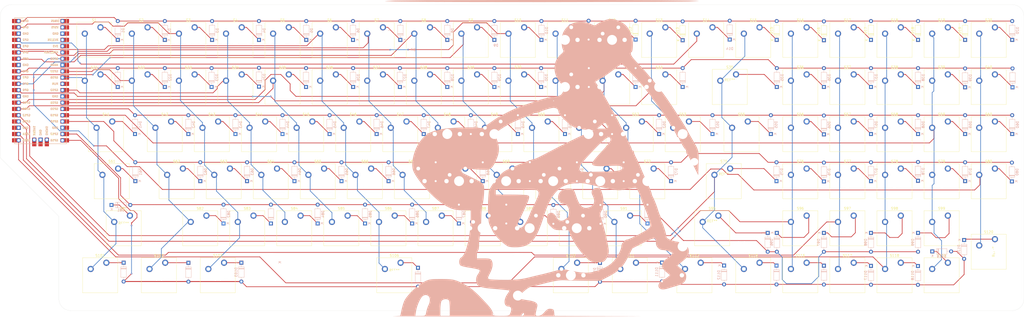
<source format=kicad_pcb>
(kicad_pcb (version 20241229) (generator "pcbnew") (generator_version "9.0")
  (layers (0 "F.Cu" signal) (2 "B.Cu" signal) (13 "F.Paste" user) (15 "B.Paste" user) (5 "F.SilkS" user "F.Silkscreen") (7 "B.SilkS" user "B.Silkscreen") (1 "F.Mask" user) (3 "B.Mask" user) (25 "Edge.Cuts" user))
  (net 0 "")
  (net 1 "Net-(D1-K)")
  (net 2 "Net-(D2-K)")
  (net 3 "Net-(D3-K)")
  (net 4 "Net-(D4-K)")
  (net 5 "Net-(D5-K)")
  (net 6 "Net-(D6-K)")
  (net 7 "Net-(D7-K)")
  (net 8 "Net-(D8-K)")
  (net 9 "Net-(D9-K)")
  (net 10 "Net-(D10-K)")
  (net 11 "Net-(D11-K)")
  (net 12 "Net-(D12-K)")
  (net 13 "Net-(D13-K)")
  (net 14 "Net-(D14-K)")
  (net 15 "Net-(D15-K)")
  (net 16 "Net-(D16-K)")
  (net 17 "Net-(D17-K)")
  (net 18 "Net-(D18-K)")
  (net 19 "Net-(D19-K)")
  (net 20 "Net-(D20-K)")
  (net 21 "Net-(D21-K)")
  (net 22 "Net-(D22-K)")
  (net 23 "Net-(D23-K)")
  (net 24 "Net-(D24-K)")
  (net 25 "Net-(D25-K)")
  (net 26 "Net-(D26-K)")
  (net 27 "Net-(D27-K)")
  (net 28 "Net-(D28-K)")
  (net 29 "Net-(D29-K)")
  (net 30 "Net-(D30-K)")
  (net 31 "Net-(D31-K)")
  (net 32 "Net-(D32-K)")
  (net 33 "Net-(D33-K)")
  (net 34 "Net-(D35-K)")
  (net 35 "Net-(D36-K)")
  (net 36 "Net-(D37-K)")
  (net 37 "Net-(D38-K)")
  (net 38 "Net-(D39-K)")
  (net 39 "Net-(D40-K)")
  (net 40 "Net-(D41-K)")
  (net 41 "Net-(D42-K)")
  (net 42 "Net-(D43-K)")
  (net 43 "Net-(D44-K)")
  (net 44 "Net-(D45-K)")
  (net 45 "Net-(D46-K)")
  (net 46 "Net-(D47-K)")
  (net 47 "Net-(D48-K)")
  (net 48 "Net-(D49-K)")
  (net 49 "Net-(D50-K)")
  (net 50 "Net-(D51-K)")
  (net 51 "Net-(D52-K)")
  (net 52 "Net-(D53-K)")
  (net 53 "Net-(D55-K)")
  (net 54 "Net-(D56-K)")
  (net 55 "Net-(D57-K)")
  (net 56 "Net-(D58-K)")
  (net 57 "Net-(D59-K)")
  (net 58 "Net-(D60-K)")
  (net 59 "Net-(D61-K)")
  (net 60 "Net-(D62-K)")
  (net 61 "Net-(D63-K)")
  (net 62 "Net-(D64-K)")
  (net 63 "Net-(D65-K)")
  (net 64 "Net-(D66-K)")
  (net 65 "Net-(D67-K)")
  (net 66 "Net-(D68-K)")
  (net 67 "Net-(D69-K)")
  (net 68 "Net-(D70-K)")
  (net 69 "Net-(D71-K)")
  (net 70 "Net-(D72-K)")
  (net 71 "Net-(D75-K)")
  (net 72 "Net-(D76-K)")
  (net 73 "Net-(D77-K)")
  (net 74 "Net-(D78-K)")
  (net 75 "Net-(D79-K)")
  (net 76 "Net-(D80-K)")
  (net 77 "Net-(D81-K)")
  (net 78 "Net-(D82-K)")
  (net 79 "Net-(D83-K)")
  (net 80 "Net-(D84-K)")
  (net 81 "Net-(D85-K)")
  (net 82 "Net-(D86-K)")
  (net 83 "Net-(D87-K)")
  (net 84 "Net-(D88-K)")
  (net 85 "Net-(D89-K)")
  (net 86 "Net-(D90-K)")
  (net 87 "Net-(D91-K)")
  (net 88 "Net-(D95-K)")
  (net 89 "Net-(D96-K)")
  (net 90 "Net-(D97-K)")
  (net 91 "Net-(D98-K)")
  (net 92 "Net-(D99-K)")
  (net 93 "Net-(D101-K)")
  (net 94 "Net-(D102-K)")
  (net 95 "Net-(D103-K)")
  (net 96 "Net-(D106-K)")
  (net 97 "Net-(D110-K)")
  (net 98 "Net-(D111-K)")
  (net 99 "Net-(D112-K)")
  (net 100 "Net-(D115-K)")
  (net 101 "Net-(D116-K)")
  (net 102 "Net-(D117-K)")
  (net 103 "Net-(D118-K)")
  (net 104 "Net-(D119-K)")
  (net 105 "Net-(D120-K)")
  (net 106 "C8")
  (net 107 "C2")
  (net 108 "R6")
  (net 109 "C20")
  (net 110 "C14")
  (net 111 "R5")
  (net 112 "C18")
  (net 113 "C11")
  (net 114 "C7")
  (net 115 "C5")
  (net 116 "C16")
  (net 117 "C15")
  (net 118 "C6")
  (net 119 "C19")
  (net 120 "C13")
  (net 121 "C17")
  (net 122 "C9")
  (net 123 "C4")
  (net 124 "C10")
  (net 125 "C3")
  (net 126 "R3")
  (net 127 "C1")
  (net 128 "R2")
  (net 129 "C12")
  (net 130 "R1")
  (net 131 "R4")
  (footprint "PCM_Switch_Keyboard_Cherry_MX:SW_Cherry_MX_PCB_1.00u" (layer "F.Cu") (at 122.8725 116.84)
    (property "Reference" "S83")
    (property "Value" "Keyswitch")
  )
  (footprint "PCM_Switch_Keyboard_Cherry_MX:SW_Cherry_MX_PCB_1.00u" (layer "F.Cu") (at 80.01 59.69)
    (property "Reference" "S22")
    (property "Value" "Keyswitch")
  )
  (footprint "PCM_Switch_Keyboard_Cherry_MX:SW_Cherry_MX_PCB_1.00u" (layer "F.Cu") (at 403.86 97.79)
    (property "Reference" "S79")
    (property "Value" "Keyswitch")
  )
  (footprint "PCM_Switch_Keyboard_Cherry_MX:SW_Cherry_MX_PCB_1.00u" (layer "F.Cu") (at 189.5475 97.79)
    (property "Reference" "S67")
    (property "Value" "Keyswitch")
  )
  (footprint "PCM_Switch_Keyboard_Cherry_MX:SW_Cherry_MX_PCB_1.00u" (layer "F.Cu") (at 384.81 135.89)
    (property "Reference" "S118")
    (property "Value" "Keyswitch")
  )
  (footprint "ScottoKeebs_MCU:Raspberry_Pi_Pico" (layer "F.Cu") (at 39.243 57.15)
    (property "Reference" "U1" (hide yes))
    (property "Value" "Raspberry_Pi_Pico" (hide yes))
  )
  (footprint "Diode_THT:D_DO-35_SOD27_P7.62mm_Horizontal" (layer "F.Cu") (at 299.085 40.767 90)
    (property "Reference" "D13")
    (property "Value" "Diode")
  )
  (footprint "PCM_Switch_Keyboard_Cherry_MX:SW_Cherry_MX_PCB_1.00u" (layer "F.Cu") (at 65.7226 78.7408)
    (property "Reference" "S41")
    (property "Value" "Keyswitch")
  )
  (footprint "PCM_Switch_Keyboard_Cherry_MX:SW_Cherry_MX_PCB_1.00u" (layer "F.Cu") (at 265.7475 97.79)
    (property "Reference" "S71")
    (property "Value" "Keyswitch")
  )
  (footprint "PCM_Switch_Keyboard_Cherry_MX:SW_Cherry_MX_PCB_1.00u" (layer "F.Cu") (at 87.15375 135.89)
    (property "Reference" "S102")
    (property "Value" "Keyswitch")
  )
  (footprint "PCM_Switch_Keyboard_Cherry_MX:SW_Cherry_MX_PCB_1.00u" (layer "F.Cu") (at 253.84125 135.89)
    (property "Reference" "S110")
    (property "Value" "Keyswitch")
  )
  (footprint "Diode_THT:D_DO-35_SOD27_P7.62mm_Horizontal" (layer "F.Cu") (at 394.335 40.64 90)
    (property "Reference" "D18")
    (property "Value" "Diode")
  )
  (footprint "PCM_Switch_Keyboard_Cherry_MX:SW_Cherry_MX_PCB_1.00u" (layer "F.Cu") (at 63.34125 135.89)
    (property "Reference" "S101")
    (property "Value" "Keyswitch")
  )
  (footprint "PCM_Switch_Keyboard_Cherry_MX:SW_Cherry_MX_PCB_1.00u" (layer "F.Cu") (at 184.79 78.7408)
    (property "Reference" "S47")
    (property "Value" "Keyswitch")
  )
  (footprint "PCM_Switch_Keyboard_Cherry_MX:SW_Cherry_MX_PCB_1.00u" (layer "F.Cu") (at 80.01 40.64)
    (property "Reference" "S2")
    (property "Value" "Keyswitch")
  )
  (footprint "PCM_Switch_Keyboard_Cherry_MX:SW_Cherry_MX_PCB_1.00u" (layer "F.Cu") (at 170.4975 97.79)
    (property "Reference" "S66")
    (property "Value" "Keyswitch")
  )
  (footprint "PCM_Switch_Keyboard_Cherry_MX:SW_Cherry_MX_PCB_1.00u" (layer "F.Cu") (at 403.86 40.64)
    (property "Reference" "S19")
    (property "Value" "Keyswitch")
  )
  (footprint "ScottoKeebs_Stabilizer:Stabilizer_MX_2.00u" (layer "F.Cu") (at 72.86625 116.84)
    (property "Reference" "REF**")
    (property "Value" "Stabilizer_MX_2.00u")
  )
  (footprint "PCM_Switch_Keyboard_Cherry_MX:SW_Cherry_MX_PCB_1.00u" (layer "F.Cu") (at 327.66 135.89)
    (property "Reference" "S115")
    (property "Value" "Keyswitch")
  )
  (footprint "PCM_Switch_Keyboard_Cherry_MX:SW_Cherry_MX_PCB_1.00u" (layer "F.Cu") (at 384.81 40.64)
    (property "Reference" "S18")
    (property "Value" "Keyswitch")
  )
  (footprint "PCM_Switch_Keyboard_Cherry_MX:SW_Cherry_MX_PCB_1.00u" (layer "F.Cu") (at 365.76 116.84)
    (property "Reference" "S97")
    (property "Value" "Keyswitch")
  )
  (footprint "PCM_Switch_Keyboard_Cherry_MX:SW_Cherry_MX_PCB_1.00u" (layer "F.Cu") (at 68.10375 97.79)
    (property "Reference" "S61")
    (property "Value" "Keyswitch")
  )
  (footprint "PCM_Switch_Keyboard_Cherry_MX:SW_Cherry_MX_PCB_1.00u" (layer "F.Cu") (at 384.81 59.69)
    (property "Reference" "S38")
    (property "Value" "Keyswitch")
  )
  (footprint "PCM_Switch_Keyboard_Cherry_MX:SW_Cherry_MX_PCB_1.00u" (layer "F.Cu") (at 137.16 59.69)
    (property "Reference" "S25")
    (property "Value" "Keyswitch")
  )
  (footprint "PCM_Switch_Keyboard_Cherry_MX:SW_Cherry_MX_PCB_1.00u" (layer "F.Cu") (at 277.65375 135.89)
    (property "Reference" "S111")
    (property "Value" "Keyswitch")
  )
  (footprint "PCM_Switch_Keyboard_Cherry_MX:SW_Cherry_MX_PCB_1.00u" (layer "F.Cu") (at 346.71 78.74)
    (property "Reference" "S56")
    (property "Value" "Keyswitch")
  )
  (footprint "PCM_Switch_Keyboard_Cherry_MX:SW_Cherry_MX_PCB_1.00u" (layer "F.Cu") (at 322.8975 78.74)
    (property "Reference" "S55")
    (property "Value" "Keyswitch")
  )
  (footprint "PCM_Switch_Keyboard_Cherry_MX:SW_Cherry_MX_PCB_1.00u" (layer "F.Cu") (at 280.04 78.7408)
    (property "Reference" "S52")
    (property "Value" "Keyswitch")
  )
  (footprint "PCM_Switch_Keyboard_Cherry_MX:SW_Cherry_MX_PCB_1.00u" (layer "F.Cu") (at 103.8225 116.84)
    (property "Reference" "S82")
    (property "Value" "Keyswitch")
  )
  (footprint "PCM_Switch_Keyboard_Cherry_MX:SW_Cherry_MX_PCB_1.00u" (layer "F.Cu") (at 156.21 40.64)
    (property "Reference" "S6")
    (property "Value" "Keyswitch")
  )
  (footprint "PCM_Switch_Keyboard_Cherry_MX:SW_Cherry_MX_PCB_1.00u" (layer "F.Cu") (at 260.99 78.7408)
    (property "Reference" "S51")
    (property "Value" "Keyswitch")
  )
  (footprint "PCM_Switch_Keyboard_Cherry_MX:SW_Cherry_MX_PCB_1.00u" (layer "F.Cu") (at 60.96 40.64)
    (property "Reference" "S1")
    (property "Value" "Keyswitch")
  )
  (footprint "PCM_Switch_Keyboard_Cherry_MX:SW_Cherry_MX_PCB_1.00u" (layer "F.Cu") (at 422.91 78.74)
    (property "Reference" "S60")
    (property "Value" "Keyswitch")
  )
  (footprint "PCM_Switch_Keyboard_Cherry_MX:SW_Cherry_MX_PCB_1.00u" (layer "F.Cu") (at 127.64 78.7408)
    (property "Reference" "S44")
    (property "Value" "Keyswitch")
  )
  (footprint "PCM_Switch_Keyboard_Cherry_MX:SW_Cherry_MX_PCB_1.00u" (layer "F.Cu") (at 327.66 40.64)
    (property "Reference" "S15")
    (property "Value" "Keyswitch")
  )
  (footprint "PCM_Switch_Keyboard_Cherry_MX:SW_Cherry_MX_PCB_1.00u" (layer "F.Cu") (at 203.84 78.7408)
    (property "Reference" "S48")
    (property "Value" "Keyswitch")
  )
  (footprint "PCM_Switch_Keyboard_Cherry_MX:SW_Cherry_MX_PCB_1.00u" (layer "F.Cu") (at 99.06 40.64)
    (property "Reference" "S3")
    (property "Value" "Keyswitch")
  )
  (footprint "PCM_Switch_Keyboard_Cherry_MX:SW_Cherry_MX_PCB_1.00u" (layer "F.Cu") (at 308.61 40.64)
    (property "Reference" "S14")
    (property "Value" "Keyswitch")
  )
  (footprint "PCM_Switch_Keyboard_Cherry_MX:SW_Cherry_MX_PCB_1.00u" (layer "F.Cu") (at 232.41 40.64)
    (property "Reference" "S10")
    (property "Value" "Keyswitch")
  )
  (footprint "PCM_Switch_Keyboard_Cherry_MX:SW_Cherry_MX_PCB_1.00u" (layer "F.Cu") (at 108.59 78.7408)
    (property "Reference" "S43")
    (property "Value" "Keyswitch")
  )
  (footprint "PCM_Switch_Keyboard_Cherry_MX:SW_Cherry_MX_PCB_1.00u" (layer "F.Cu") (at 99.06 59.69)
    (property "Reference" "S23")
    (property "Value" "Keyswitch")
  )
  (footprint "PCM_Switch_Keyboard_Cherry_MX:SW_Cherry_MX_PCB_1.00u" (layer "F.Cu") (at 365.76 135.89)
    (property "Reference" "S117")
    (property "Value" "Keyswitch")
  )
  (footprint "PCM_Switch_Keyboard_Cherry_MX:SW_Cherry_MX_PCB_1.00u" (layer "F.Cu") (at 346.71 116.84)
    (property "Reference" "S96")
    (property "Value" "Keyswitch")
  )
  (footprint "PCM_Switch_Keyboard_Cherry_MX:SW_Cherry_MX_PCB_1.00u" (layer "F.Cu") (at 365.76 78.74)
    (property "Reference" "S57")
    (property "Value" "Keyswitch")
  )
  (footprint "PCM_Switch_Keyboard_Cherry_MX:SW_Cherry_MX_PCB_1.00u" (layer "F.Cu") (at 141.9225 116.84)
    (property "Reference" "S84")
    (property "Value" "Keyswitch")
  )
  (footprint "ScottoKeebs_Stabilizer:Stabilizer_MX_2.00u" (layer "F.Cu") (at 315.75375 96.93505)
    (property "Reference" "REF**")
    (property "Value" "Stabilizer_MX_2.00u")
  )
  (footprint "PCM_Switch_Keyboard_Cherry_MX:SW_Cherry_MX_PCB_1.00u" (layer "F.Cu") (at 365.76 40.64)
    (property "Reference" "S17")
    (property "Value" "Keyswitch")
  )
  (footprint "PCM_Switch_Keyboard_Cherry_MX:SW_Cherry_MX_PCB_1.00u" (layer "F.Cu") (at 275.2725 116.84)
    (property "Reference" "S91")
    (property "Value" "Keyswitch")
  )
  (footprint "PCM_Switch_Keyboard_Cherry_MX:SW_Cherry_MX_PCB_1.00u" (layer "F.Cu") (at 289.56 59.69)
    (property "Reference" "S33")
    (property "Value" "Keyswitch")
  )
  (footprint "PCM_Switch_Keyboard_Cherry_MX:SW_Cherry_MX_PCB_1.00u" (layer "F.Cu") (at 384.81 116.84)
    (property "Reference" "S98")
    (property "Value" "Keyswitch")
  )
  (footprint "PCM_Switch_Keyboard_Cherry_MX:SW_Cherry_MX_PCB_1.00u" (layer "F.Cu") (at 165.74 78.7408)
    (property "Reference" "S46")
    (property "Value" "Keyswitch")
  )
  (footprint "PCM_Switch_Keyboard_Cherry_MX:SW_Cherry_MX_PCB_1.00u" (layer "F.Cu") (at 194.31 40.64)
    (property "Reference" "S8")
    (property "Value" "Keyswitch")
  )
  (footprint "Diode_THT:D_DO-35_SOD27_P7.62mm_Horizontal" (layer "F.Cu") (at 413.385 40.64 90)
    (property "Reference" "D19")
    (property "Value" "Diode")
  )
  (footprint "PCM_Switch_Keyboard_Cherry_MX:SW_Cherry_MX_PCB_1.00u" (layer "F.Cu") (at 118.11 59.69)
    (property "Reference" "S24")
    (property "Value" "Keyswitch")
  )
  (footprint "PCM_Switch_Keyboard_Cherry_MX:SW_Cherry_MX_PCB_1.00u" (layer "F.Cu") (at 318.135 59.69)
    (property "Reference" "S35")
    (property "Value" "Keyswitch")
  )
  (footprint "PCM_Switch_Keyboard_Cherry_MX:SW_Cherry_MX_PCB_1.00u" (layer "F.Cu") (at 422.91 40.64)
    (property "Reference" "S20")
    (property "Value" "Keyswitch")
  )
  (footprint "PCM_Switch_Keyboard_Cherry_MX:SW_Cherry_MX_PCB_1.00u" (layer "F.Cu") (at 175.26 59.69)
    (property "Reference" "S27")
    (property "Value" "Keyswitch")
  )
  (footprint "PCM_Switch_Keyboard_Cherry_MX:SW_Cherry_MX_PCB_1.00u" (layer "F.Cu") (at 232.41 59.69)
    (property "Reference" "S30")
    (property "Value" "Keyswitch")
  )
  (footprint "PCM_Switch_Keyboard_Cherry_MX:SW_Cherry_MX_PCB_1.00u" (layer "F.Cu") (at 422.91 97.79)
    (property "Reference" "S80")
    (property "Value" "Keyswitch")
  )
  (footprint "PCM_Switch_Keyboard_Cherry_MX:SW_Cherry_MX_PCB_1.00u" (layer "F.Cu") (at 403.86 78.74)
    (property "Reference" "S59")
    (property "Value" "Keyswitch")
  )
  (footprint "PCM_Switch_Keyboard_Cherry_MX:SW_Cherry_MX_PCB_1.00u" (layer "F.Cu") (at 384.81 78.74)
    (property "Reference" "S58")
    (property "Value" "Keyswitch")
  )
  (footprint "PCM_Switch_Keyboard_Cherry_MX:SW_Cherry_MX_PCB_1.00u" (layer "F.Cu") (at 403.86 135.89)
    (property "Reference" "S119")
    (property "Value" "Keyswitch")
  )
  (footprint "PCM_Switch_Keyboard_Cherry_MX:SW_Cherry_MX_PCB_1.00u" (layer "F.Cu") (at 227.6475 97.79)
    (property "Reference" "S69")
    (property "Value" "Keyswitch")
  )
  (footprint "PCM_Switch_Keyboard_Cherry_MX:SW_Cherry_MX_PCB_1.00u" (layer "F.Cu") (at 222.89 78.7408)
    (property "Reference" "S49")
    (property "Value" "Keyswitch")
  )
  (footprint "PCM_Switch_Keyboard_Cherry_MX:SW_Cherry_MX_PCB_1.00u" (layer "F.Cu") (at 213.36 59.69)
    (property "Reference" "S29")
    (property "Value" "Keyswitch")
  )
  (footprint "PCM_Switch_Keyboard_Cherry_MX:SW_Cherry_MX_PCB_1.00u" (layer "F.Cu") (at 299.085 78.74)
    (property "Reference" "S53")
    (property "Value" "Keyswitch")
  )
  (footprint "PCM_Switch_Keyboard_Cherry_MX:SW_Cherry_MX_PCB_1.00u" (layer "F.Cu") (at 246.6975 97.79)
    (property "Reference" "S70")
    (property "Value" "Keyswitch")
  )
  (footprint "PCM_Switch_Keyboard_Cherry_MX:SW_Cherry_MX_PCB_1.00u" (layer "F.Cu") (at 403.86 116.84)
    (property "Reference" "S99")
    (property "Value" "Keyswitch")
  )
  (footprint "PCM_Switch_Keyboard_Cherry_MX:SW_Cherry_MX_PCB_1.00u" (layer "F.Cu") (at 365.76 59.69)
    (property "Reference" "S37")
    (property "Value" "Keyswitch")
  )
  (footprint "PCM_Switch_Keyboard_Cherry_MX:SW_Cherry_MX_PCB_1.00u" (layer "F.Cu") (at 403.86 59.69)
    (property "Reference" "S39")
    (property "Value" "Keyswitch")
  )
  (footprint "PCM_Switch_Keyboard_Cherry_MX:SW_Cherry_MX_PCB_1.00u" (layer "F.Cu") (at 315.75375 97.79)
    (property "Reference" "S75")
    (property "Value" "Keyswitch")
  )
  (footprint "PCM_Switch_Keyboard_Cherry_MX:SW_Cherry_MX_PCB_1.00u" (layer "F.Cu") (at 384.81 97.79)
    (property "Reference" "S78")
    (property "Value" "Keyswitch")
  )
  (footprint "PCM_Switch_Keyboard_Cherry_MX:SW_Cherry_MX_PCB_1.00u" (layer "F.Cu") (at 270.51 40.64)
    (property "Reference" "S12")
    (property "Value" "Keyswitch")
  )
  (footprint "Diode_THT:D_DO-35_SOD27_P7.62mm_Horizontal" (layer "F.Cu") (at 356.235 40.767 90)
    (property "Reference" "D16")
    (property "Value" "Diode")
  )
  (footprint "PCM_Switch_Keyboard_Cherry_MX:SW_Cherry_MX_PCB_1.00u" (layer "F.Cu") (at 270.51 59.69)
    (property "Reference" "S32")
    (property "Value" "Keyswitch")
  )
  (footprint "PCM_Switch_Keyboard_Cherry_MX:SW_Cherry_MX_PCB_1.00u" (layer "F.Cu") (at 94.2975 97.79)
    (property "Reference" "S62")
    (property "Value" "Keyswitch")
  )
  (footprint "PCM_Switch_Keyboard_Cherry_MX:SW_Cherry_MX_PCB_1.00u" (layer "F.Cu") (at 89.54 78.7408)
    (property "Reference" "S42")
    (property "Value" "Keyswitch")
  )
  (footprint "PCM_Switch_Keyboard_Cherry_MX:SW_Cherry_MX_PCB_1.00u" (layer "F.Cu") (at 422.91 126.365)
    (property "Reference" "S120")
    (property "Value" "Keyswitch")
  )
  (footprint "ScottoKeebs_Stabilizer:Stabilizer_MX_2.00u" (layer "F.Cu") (at 318.135 58.83505)
    (property "Reference" "REF**")
    (property "Value" "Stabilizer_MX_2.00u")
  )
  (footprint "PCM_Switch_Keyboard_Cherry_MX:SW_Cherry_MX_PCB_1.00u" (layer "F.Cu") (at 422.91 59.69)
    (property "Reference" "S40")
    (property "Value" "Keyswitch")
  )
  (footprint "PCM_Switch_Keyboard_Cherry_MX:SW_Cherry_MX_PCB_1.00u" (layer "F.Cu") (at 72.86625 116.84)
    (property "Reference" "S81")
    (property "Value" "Keyswitch" (hide yes))
  )
  (footprint "PCM_Switch_Keyboard_Cherry_MX:SW_Cherry_MX_PCB_1.00u" (layer "F.Cu") (at 218.1225 116.84)
    (property "Reference" "S88")
    (property "Value" "Keyswitch")
  )
  (footprint "PCM_Switch_Keyboard_Cherry_MX:SW_Cherry_MX_PCB_1.00u" (layer "F.Cu") (at 346.71 40.64)
    (property "Reference" "S16")
    (property "Value" "Keyswitch")
  )
  (footprint "PCM_Mounting_Keyboard_Stabilizer:Stabilizer_Cherry_MX_6.25u" (layer "F.Cu") (at 182.40375 135.89)
    (property "Reference" "REF**")
    (property "Value" "Stabilizer_Cherry_MX_6.25u")
  )
  (footprint "PCM_Switch_Keyboard_Cherry_MX:SW_Cherry_MX_PCB_1.00u" (layer "F.Cu") (at 137.16 40.64)
    (property "Reference" "S5")
    (property "Value" "Keyswitch")
  )
  (footprint "PCM_Switch_Keyboard_Cherry_MX:SW_Cherry_MX_PCB_1.00u" (layer "F.Cu") (at 251.46 59.69)
    (property "Reference" "S31")
    (property "Value" "Keyswitch")
  )
  (footprint "PCM_Switch_Keyboard_Cherry_MX:SW_Cherry_MX_PCB_1.00u" (layer "F.Cu") (at 118.11 40.64)
    (property "Reference" "S4")
    (property "Value" "Keyswitch")
  )
  (footprint "PCM_Switch_Keyboard_Cherry_MX:SW_Cherry_MX_PCB_1.00u" (layer "F.Cu") (at 146.69 78.7408)
    (property "Reference" "S45")
    (property "Value" "Keyswitch")
  )
  (footprint "PCM_Switch_Keyboard_Cherry_MX:SW_Cherry_MX_PCB_1.00u" (layer "F.Cu") (at 156.21 59.69)
    (property "Reference" "S26")
    (property "Value" "Keyswitch")
  )
  (footprint "PCM_Switch_Keyboard_Cherry_MX:SW_Cherry_MX_PCB_1.00u" (layer "F.Cu") (at 256.2225 116.84)
    (property "Reference" "S90")
    (property "Value" "Keyswitch")
  )
  (footprint "Diode_THT:D_DO-35_SOD27_P7.62mm_Horizontal" (layer "F.Cu") (at 280.035 40.513 90)
    (property "Reference" "D12")
    (property "Value" "Diode")
  )
  (footprint "PCM_Switch_Keyboard_Cherry_MX:SW_Cherry_MX_PCB_1.00u" (layer "F.Cu") (at 194.31 59.69)
    (property "Reference" "S28")
    (property "Value" "Keyswitch")
  )
  (footprint "PCM_Switch_Keyboard_Cherry_MX:SW_Cherry_MX_PCB_1.00u" (layer "F.Cu") (at 310.99125 116.84)
    (property "Reference" "S95")
    (property "Value" "Keyswitch")
  )
  (footprint "PCM_Switch_Keyboard_Cherry_MX:SW_Cherry_MX_PCB_1.00u" (layer "F.Cu") (at 241.94 78.7408)
    (property "Reference" "S50")
    (property "Value" "Keyswitch")
  )
  (footprint "PCM_Switch_Keyboard_Cherry_MX:SW_Cherry_MX_PCB_1.00u" (layer "F.Cu") (at 237.1725 116.84)
    (property "Reference" "S89")
    (property "Value" "Keyswitch")
  )
  (footprint "PCM_Switch_Keyboard_Cherry_MX:SW_Cherry_MX_PCB_1.00u" (layer "F.Cu") (at 160.9725 116.84)
    (property "Reference" "S85")
    (property "Value" "Keyswitch")
  )
  (footprint "PCM_Switch_Keyboard_Cherry_MX:SW_Cherry_MX_PCB_1.00u" (layer "F.Cu") (at 303.8475 135.89)
    (property "Reference" "S112")
    (property "Value" "Keyswitch")
  )
  (footprint "ScottoKeebs_Stabilizer:Stabilizer_MX_2.00u" (layer "F.Cu") (at 422.91 126.365 -90)
    (property "Reference" "REF**")
    (property "Value" "Stabilizer_MX_2.00u")
  )
  (footprint "Diode_THT:D_DO-35_SOD27_P7.62mm_Horizontal" (layer "F.Cu") (at 375.285 40.64 90)
    (property "Reference" "D17")
    (property "Value" "Diode")
  )
  (footprint "ScottoKeebs_Stabilizer:Stabilizer_MX_2.00u" (layer "F.Cu") (at 310.99125 115.98505)
    (property "Reference" "REF**")
    (property "Value" "Stabilizer_MX_2.00u")
  )
  (footprint "PCM_Switch_Keyboard_Cherry_MX:SW_Cherry_MX_PCB_1.00u" (layer "F.Cu") (at 182.40375 135.89)
    (property "Reference" "S106")
    (property "Value" "Keyswitch")
  )
  (footprint "PCM_Switch_Keyboard_Cherry_MX:SW_Cherry_MX_PCB_1.00u" (layer "F.Cu") (at 365.76 97.79)
    (property "Reference" "S77")
    (property "Value" "Keyswitch")
  )
  (footprint "PCM_Switch_Keyboard_Cherry_MX:SW_Cherry_MX_PCB_1.00u" (layer "F.Cu") (at 113.3475 97.79)
    (property "Reference" "S63")
    (property "Value" "Keyswitch")
  )
  (footprint "PCM_Switch_Keyboard_Cherry_MX:SW_Cherry_MX_PCB_1.00u" (layer "F.Cu") (at 175.26 40.64)
    (property "Reference" "S7")
    (property "Value" "Keyswitch")
  )
  (footprint "Diode_THT:D_DO-35_SOD27_P7.62mm_Horizontal" (layer "F.Cu") (at 337.14 40.64 90)
    (property "Reference" "D15")
    (property "Value" "Diode")
  )
  (footprint "PCM_Switch_Keyboard_Cherry_MX:SW_Cherry_MX_PCB_1.00u" (layer "F.Cu") (at 346.71 135.89)
    (property "Reference" "S116")
    (property "Value" "Keyswitch")
  )
  (footprint "PCM_Switch_Keyboard_Cherry_MX:SW_Cherry_MX_PCB_1.00u" (layer "F.Cu") (at 132.3975 97.79)
    (property "Reference" "S64")
    (property "Value" "Keyswitch")
  )
  (footprint "PCM_Switch_Keyboard_Cherry_MX:SW_Cherry_MX_PCB_1.00u" (layer "F.Cu") (at 346.71 97.79)
    (property "Reference" "S76")
    (property "Value" "Keyswitch")
  )
  (footprint "PCM_Switch_Keyboard_Cherry_MX:SW_Cherry_MX_PCB_1.00u" (layer "F.Cu") (at 180.0225 116.84)
    (property "Reference" "S86")
    (property "Value" "Keyswitch")
  )
  (footprint "PCM_Switch_Keyboard_Cherry_MX:SW_Cherry_MX_PCB_1.00u" (layer "F.Cu") (at 208.5975 97.79)
    (property "Reference" "S68")
    (property "Value" "Keyswitch")
  )
  (footprint "PCM_Switch_Keyboard_Cherry_MX:SW_Cherry_MX_PCB_1.00u" (layer "F.Cu") (at 110.96625 135.89)
    (property "Reference" "S103")
    (property "Value" "Keyswitch")
  )
  (footprint "PCM_Switch_Keyboard_Cherry_MX:SW_Cherry_MX_PCB_1.00u" (layer "F.Cu") (at 289.56 40.64)
    (property "Reference" "S13")
    (property "Value" "Keyswitch")
  )
  (footprint "PCM_Switch_Keyboard_Cherry_MX:SW_Cherry_MX_PCB_1.00u" (layer "F.Cu") (at 213.36 40.64)
    (property "Reference" "S9")
    (property "Value" "Keyswitch")
  )
  (footprint "PCM_Switch_Keyboard_Cherry_MX:SW_Cherry_MX_PCB_1.00u" (layer "F.Cu") (at 251.46 40.64)
    (property "Reference" "S11")
    (property "Value" "Keyswitch")
  )
  (footprint "PCM_Switch_Keyboard_Cherry_MX:SW_Cherry_MX_PCB_1.00u" (layer "F.Cu") (at 346.71 59.69)
    (property "Reference" "S36")
    (property "Value" "Keyswitch")
  )
  (footprint "PCM_Switch_Keyboard_Cherry_MX:SW_Cherry_MX_PCB_1.00u" (layer "F.Cu") (at 151.4475 97.79)
    (property "Reference" "S65")
    (property "Value" "Keyswitch")
  )
  (footprint "PCM_Switch_Keyboard_Cherry_MX:SW_Cherry_MX_PCB_1.00u" (layer "F.Cu") (at 199.0725 116.84)
    (property "Reference" "S87")
    (property "Value" "Keyswitch")
  )
  (footprint "PCM_Switch_Keyboard_Cherry_MX:SW_Cherry_MX_PCB_1.00u" (layer "F.Cu") (at 284.7975 97.79)
    (property "Reference" "S72")
    (property "Value" "Keyswitch")
  )
  (footprint "PCM_Switch_Keyboard_Cherry_MX:SW_Cherry_MX_PCB_1.00u" (layer "F.Cu") (at 60.96 59.69)
    (property "Reference" "S21")
    (property "Value" "Keyswitch")
  )
  (footprint "Diode_THT:D_DO-35_SOD27_P7.62mm_Horizontal" (layer "B.Cu") (at 237.236 97.79 90)
    (property "Reference" "D69")
    (property "Value" "Diode")
  )
  (footprint "Diode_THT:D_DO-35_SOD27_P7.62mm_Horizontal" (layer "B.Cu") (at 127.635 59.563 90)
    (property "Reference" "D24")
    (property "Value" "Diode")
  )
  (footprint "Diode_THT:D_DO-35_SOD27_P7.62mm_Horizontal" (layer "B.Cu") (at 265.63 130.89 -90)
    (property "Reference" "D110")
    (property "Value" "Diode")
  )
  (footprint "Diode_THT:D_DO-35_SOD27_P7.62mm_Horizontal" (layer "B.Cu") (at 284.861 114.935 90)
    (property "Reference" "D91")
    (property "Value" "Diode")
  )
  (footprint "Diode_THT:D_DO-35_SOD27_P7.62mm_Horizontal" (layer "B.Cu") (at 146.77 40.64 90)
    (property "Reference" "D5")
    (property "Value" "Diode")
  )
  (footprint "Diode_THT:D_DO-35_SOD27_P7.62mm_Horizontal" (layer "B.Cu") (at 203.835 40.64 90)
    (property "Reference" "D8")
    (property "Value" "Diode")
  )
  (footprint "Diode_THT:D_DO-35_SOD27_P7.62mm_Horizontal" (layer "B.Cu") (at 356.235 59.69 90)
    (property "Reference" "D36")
    (property "Value" "Diode")
  )
  (footprint "Diode_THT:D_DO-35_SOD27_P7.62mm_Horizontal" (layer "B.Cu") (at 165.735 59.69 90)
    (property "Reference" "D26")
    (property "Value" "Diode")
  )
  (footprint "Diode_THT:D_DO-35_SOD27_P7.62mm_Horizontal" (layer "B.Cu") (at 141.986 97.79 90)
    (property "Reference" "D64")
    (property "Value" "Diode")
  )
  (footprint "Diode_THT:D_DO-35_SOD27_P7.62mm_Horizontal" (layer "B.Cu") (at 375.285 97.79 90)
    (property "Reference" "D77")
    (property "Value" "Diode")
  )
  (footprint "Diode_THT:D_DO-35_SOD27_P7.62mm_Horizontal" (layer "B.Cu") (at 413.385 78.74 90)
    (property "Reference" "D59")
    (property "Value" "Diode")
  )
  (footprint "Diode_THT:D_DO-35_SOD27_P7.62mm_Horizontal" (layer "B.Cu") (at 89.535 59.69 90)
    (property "Reference" "D22")
    (property "Value" "Diode")
  )
  (footprint "Diode_THT:D_DO-35_SOD27_P7.62mm_Horizontal" (layer "B.Cu") (at 413.385 59.817 90)
    (property "Reference" "D39")
    (property "Value" "Diode" (hide yes))
  )
  (footprint "Diode_THT:D_DO-35_SOD27_P7.62mm_Horizontal" (layer "B.Cu") (at 77.597 97.79 90)
    (property "Reference" "D61")
    (property "Value" "Diode")
  )
  (footprint "Diode_THT:D_DO-35_SOD27_P7.62mm_Horizontal" (layer "B.Cu") (at 289.56 78.74 90)
    (property "Reference" "D52")
    (property "Value" "Diode")
  )
  (footprint "Diode_THT:D_DO-35_SOD27_P7.62mm_Horizontal" (layer "B.Cu") (at 218.186 97.79 90)
    (property "Reference" "D68")
    (property "Value" "Diode")
  )
  (footprint "Diode_THT:D_DO-35_SOD27_P7.62mm_Horizontal" (layer "B.Cu") (at 432.308 97.917 90)
    (property "Reference" "D80")
    (property "Value" "Diode")
  )
  (footprint "Diode_THT:D_DO-35_SOD27_P7.62mm_Horizontal" (layer "B.Cu") (at 165.68 40.64 90)
    (property "Reference" "D6")
    (property "Value" "Diode")
  )
  (footprint "Diode_THT:D_DO-35_SOD27_P7.62mm_Horizontal" (layer "B.Cu") (at 151.384 114.935 90)
    (property "Reference" "D84")
    (property "Value" "Diode")
  )
  (footprint "Diode_THT:D_DO-35_SOD27_P7.62mm_Horizontal" (layer "B.Cu") (at 275.209 97.79 90)
    (property "Reference" "D71")
    (property "Value" "Diode")
  )
  (footprint "Diode_THT:D_DO-35_SOD27_P7.62mm_Horizontal" (layer "B.Cu") (at 256.286 97.79 90)
    (property "Reference" "D70")
    (property "Value" "Diode")
  )
  (footprint "Diode_THT:D_DO-35_SOD27_P7.62mm_Horizontal" (layer "B.Cu") (at 412.99 121.62 -90)
    (property "Reference" "D120")
    (property "Value" "Diode")
  )
  (footprint "Diode_THT:D_DO-35_SOD27_P7.62mm_Horizontal" (layer "B.Cu") (at 213.36 78.74 90)
    (property "Reference" "D48")
    (property "Value" "Diode")
  )
  (footprint "Diode_THT:D_DO-35_SOD27_P7.62mm_Horizontal" (layer "B.Cu") (at 194.31 78.74 90)
    (property "Reference" "D47")
    (property "Value" "Diode")
  )
  (footprint "Diode_THT:D_DO-35_SOD27_P7.62mm_Horizontal" (layer "B.Cu") (at 137.16 78.74 90)
    (property "Reference" "D44")
    (property "Value" "Diode")
  )
  (footprint "Diode_THT:D_DO-35_SOD27_P7.62mm_Horizontal" (layer "B.Cu") (at 103.886 97.79 90)
    (property "Reference" "D62")
    (property "Value" "Diode")
  )
  (footprint "Diode_THT:D_DO-35_SOD27_P7.62mm_Horizontal" (layer "B.Cu") (at 189.611 114.935 90)
    (property "Reference" "D86")
    (property "Value" "Diode")
  )
  (footprint "Diode_THT:D_DO-35_SOD27_P7.62mm_Horizontal" (layer "B.Cu") (at 251.46 78.74 90)
    (property "Reference" "D50")
    (property "Value" "Diode")
  )
  (footprint "Diode_THT:D_DO-35_SOD27_P7.62mm_Horizontal" (layer "B.Cu") (at 356.235 97.917 90)
    (property "Reference" "D76")
    (property "Value" "Diode")
  )
  (footprint "Diode_THT:D_DO-35_SOD27_P7.62mm_Horizontal" (layer "B.Cu") (at 72.87 130.8 -90)
    (property "Reference" "D101" (hide yes))
    (property "Value" "Diode")
  )
  (footprint "Diode_THT:D_DO-35_SOD27_P7.62mm_Horizontal" (layer "B.Cu") (at 180.086 97.79 90)
    (property "Reference" "D66")
    (property "Value" "Diode")
  )
  (footprint "Diode_THT:D_DO-35_SOD27_P7.62mm_Horizontal" (layer "B.Cu") (at 334.772 78.74 90)
    (property "Reference" "D55")
    (property "Value" "Diode")
  )
  (footprint "Diode_THT:D_DO-35_SOD27_P7.62mm_Horizontal" (layer "B.Cu") (at 356.235 132.02 -90)
    (property "Reference" "D116" (hide yes))
    (property "Value" "Diode")
  )
  (footprint "Diode_THT:D_DO-35_SOD27_P7.62mm_Horizontal" (layer "B.Cu") (at 120.5 130.81 -90)
    (property "Reference" "D103")
    (property "Value" "Diode")
  )
  (footprint "Diode_THT:D_DO-35_SOD27_P7.62mm_Horizontal" (layer "B.Cu") (at 318.12 40.513 90)
    (property "Reference" "D14")
    (property "Value" "Diode")
  )
  (footprint "Diode_THT:D_DO-35_SOD27_P7.62mm_Horizontal" (layer "B.Cu") (at 290.71 130.76 -90)
    (property "Reference" "D111")
    (property "Value" "Diode")
  )
  (footprint "Diode_THT:D_DO-35_SOD27_P7.62mm_Horizontal" (layer "B.Cu") (at 261.112 59.69 90)
    (property "Reference" "D31")
    (property "Value" "Diode")
  )
  (footprint "Diode_THT:D_DO-35_SOD27_P7.62mm_Horizontal" (layer "B.Cu") (at 241.808 59.69 90)
    (property "Reference" "D30")
    (property "Value" "Diode")
  )
  (footprint "Diode_THT:D_DO-35_SOD27_P7.62mm_Horizontal" (layer "B.Cu") (at 222.885 59.69 90)
    (property "Reference" "D29")
    (property "Value" "Diode")
  )
  (footprint "Diode_THT:D_DO-35_SOD27_P7.62mm_Horizontal" (layer "B.Cu") (at 394.335 78.74 90)
    (property "Reference" "D58")
    (property "Value" "Diode")
  )
  (footprint "Diode_THT:D_DO-35_SOD27_P7.62mm_Horizontal" (layer "B.Cu") (at 108.66 40.64 90)
    (property "Reference" "D3")
    (property "Value" "Diode")
  )
  (footprint "Diode_THT:D_DO-35_SOD27_P7.62mm_Horizontal" (layer "B.Cu") (at 299.085 59.69 90)
    (property "Reference" "D33" (hide yes))
    (property "Value" "Diode")
  )
  (footprint "Diode_THT:D_DO-35_SOD27_P7.62mm_Horizontal" (layer "B.Cu") (at 89.535 40.64 90)
    (property "Reference" "D2")
    (property "Value" "Diode")
  )
  (footprint "Diode_THT:D_DO-35_SOD27_P7.62mm_Horizontal" (layer "B.Cu") (at 227.711 114.935 90)
    (property "Reference" "D88")
    (property "Value" "Diode")
  )
  (footprint "Diode_THT:D_DO-35_SOD27_P7.62mm_Horizontal" (layer "B.Cu") (at 127.635 40.64 90)
    (property "Reference" "D4")
    (property "Value" "Diode")
  )
  (footprint "Diode_THT:D_DO-35_SOD27_P7.62mm_Horizontal" (layer "B.Cu") (at 432.562 59.817 90)
    (property "Reference" "D40" (hide yes))
    (property "Value" "Diode")
  )
  (footprint "Diode_THT:D_DO-35_SOD27_P7.62mm_Horizontal" (layer "B.Cu") (at 337.058 97.79 90)
    (property "Reference" "D75")
    (property "Value" "Diode")
  )
  (footprint "Diode_THT:D_DO-35_SOD27_P7.62mm_Horizontal" (layer "B.Cu") (at 161.036 97.79 90)
    (property "Reference" "D65")
    (property "Value" "Diode")
  )
  (footprint "Diode_THT:D_DO-35_SOD27_P7.62mm_Horizontal" (layer "B.Cu") (at 375.29 132.09 -90)
    (property "Reference" "D117")
    (property "Value" "Diode")
  )
  (footprint "Diode_THT:D_DO-35_SOD27_P7.62mm_Horizontal" (layer "B.Cu") (at 175.26 78.74 90)
    (property "Reference" "D46")
    (property "Value" "Diode")
  )
  (footprint "Diode_THT:D_DO-35_SOD27_P7.62mm_Horizontal" (layer "B.Cu") (at 315.849 131.953 -90)
    (property "Reference" "D112")
    (property "Value" "Diode")
  )
  (footprint "Diode_THT:D_DO-35_SOD27_P7.62mm_Horizontal" (layer "B.Cu") (at 337.058 131.98 -90)
    (property "Reference" "D115" (hide yes))
    (property "Value" "Diode")
  )
  (footprint "Diode_THT:D_DO-35_SOD27_P7.62mm_Horizontal" (layer "B.Cu") (at 394.335 59.69 90)
    (property "Reference" "D38")
    (property "Value" "Diode")
  )
  (footprint "Diode_THT:D_DO-35_SOD27_P7.62mm_Horizontal" (layer "B.Cu") (at 394.29 132.14 -90)
    (property "Reference" "D118")
    (property "Value" "Diode")
  )
  (footprint "Diode_THT:D_DO-35_SOD27_P7.62mm_Horizontal" (layer "B.Cu") (at 375.28 118.745 -90)
    (property "Reference" "D98")
    (property "Value" "Diode")
  )
  (footprint "Diode_THT:D_DO-35_SOD27_P7.62mm_Horizontal" (layer "B.Cu") (at 356.235 118.745 -90)
    (property "Reference" "D97")
    (property "Value" "Diode")
  )
  (footprint "Diode_THT:D_DO-35_SOD27_P7.62mm_Horizontal" (layer "B.Cu") (at 184.658 59.69 90)
    (property "Reference" "D27")
    (property "Value" "Diode")
  )
  (footprint "Diode_THT:D_DO-35_SOD27_P7.62mm_Horizontal" (layer "B.Cu") (at 170.561 114.935 90)
    (property "Reference" "D85")
    (property "Value" "Diode")
  )
  (footprint "Diode_THT:D_DO-35_SOD27_P7.62mm_Horizontal" (layer "B.Cu") (at 413.385 97.79 90)
    (property "Reference" "D79")
    (property "Value" "Diode")
  )
  (footprint "Diode_THT:D_DO-35_SOD27_P7.62mm_Horizontal" (layer "B.Cu") (at 232.41 78.74 90)
    (property "Reference" "D49")
    (property "Value" "Diode")
  )
  (footprint "Diode_THT:D_DO-35_SOD27_P7.62mm_Horizontal" (layer "B.Cu") (at 203.835 59.69 90)
    (property "Reference" "D28")
    (property "Value" "Diode")
  )
  (footprint "Diode_THT:D_DO-35_SOD27_P7.62mm_Horizontal" (layer "B.Cu") (at 294.386 97.79 90)
    (property "Reference" "D72")
    (property "Value" "Diode")
  )
  (footprint "Diode_THT:D_DO-35_SOD27_P7.62mm_Horizontal" (layer "B.Cu") (at 191.97 132.87 -90)
    (property "Reference" "D106" (hide yes))
    (property "Value" "Diode")
  )
  (footprint "Diode_THT:D_DO-35_SOD27_P7.62mm_Horizontal" (layer "B.Cu") (at 337.185 118.745 -90)
    (property "Reference" "D96")
    (property "Value" "Diode")
  )
  (footprint "Diode_THT:D_DO-35_SOD27_P7.62mm_Horizontal" (layer "B.Cu") (at 241.935 40.64 90)
    (property "Reference" "D10")
    (property "Value" "Diode")
  )
  (footprint "Diode_THT:D_DO-35_SOD27_P7.62mm_Horizontal" (layer "B.Cu") (at 337.185 59.69 90)
    (property "Reference" "D35")
    (property "Value" "Diode")
  )
  (footprint "Diode_THT:D_DO-35_SOD27_P7.62mm_Horizontal" (layer "B.Cu") (at 113.284 114.935 90)
    (property "Reference" "D82")
    (property "Value" "Diode")
  )
  (footprint "Diode_THT:D_DO-35_SOD27_P7.62mm_Horizontal" (layer "B.Cu") (at 394.335 118.745 -90)
    (property "Reference" "D99")
    (property "Value" "Diode")
  )
  (footprint "Diode_THT:D_DO-35_SOD27_P7.62mm_Horizontal" (layer "B.Cu") (at 77.47 78.74 90)
    (property "Reference" "D41")
    (property "Value" "Diode")
  )
  (footprint "Diode_THT:D_DO-35_SOD27_P7.62mm_Horizontal" (layer "B.Cu") (at 270.51 78.74 90)
    (property "Reference" "D51")
    (property "Value" "Diode")
  )
  (footprint "Diode_THT:D_DO-35_SOD27_P7.62mm_Horizontal" (layer "B.Cu") (at 280.035 59.69 90)
    (property "Reference" "D32")
    (property "Value" "Diode" (hide yes))
  )
  (footprint "Diode_THT:D_DO-35_SOD27_P7.62mm_Horizontal" (layer "B.Cu") (at 199.136 97.79 90)
    (property "Reference" "D67")
    (property "Value" "Diode")
  )
  (footprint "Diode_THT:D_DO-35_SOD27_P7.62mm_Horizontal" (layer "B.Cu") (at 246.761 115.062 90)
    (property "Reference" "D89")
    (property "Value" "Diode")
  )
  (footprint "Diode_THT:D_DO-35_SOD27_P7.62mm_Horizontal" (layer "B.Cu") (at 265.811 115.062 90)
    (property "Reference" "D90")
    (property "Value" "Diode")
  )
  (footprint "Diode_THT:D_DO-35_SOD27_P7.62mm_Horizontal" (layer "B.Cu") (at 99.06 78.74 90)
    (property "Reference" "D42")
    (property "Value" "Diode")
  )
  (footprint "Diode_THT:D_DO-35_SOD27_P7.62mm_Horizontal" (layer "B.Cu") (at 146.685 59.69 90)
    (property "Reference" "D25" (hide yes))
    (property "Value" "Diode")
  )
  (footprint "Diode_THT:D_DO-35_SOD27_P7.62mm_Horizontal" (layer "B.Cu") (at 108.458 59.69 90)
    (property "Reference" "D23")
    (property "Value" "Diode")
  )
  (footprint "Diode_THT:D_DO-35_SOD27_P7.62mm_Horizontal" (layer "B.Cu") (at 432.435 78.74 90)
    (property "Reference" "D60")
    (property "Value" "Diode")
  )
  (footprint "Diode_THT:D_DO-35_SOD27_P7.62mm_Horizontal" (layer "B.Cu") (at 222.88 40.64 90)
    (property "Reference" "D9")
    (property "Value" "Diode")
  )
  (footprint "Diode_THT:D_DO-35_SOD27_P7.62mm_Horizontal" (layer "B.Cu") (at 67.945 107.442)
    (property "Reference" "D81")
    (property "Value" "Diode")
  )
  (footprint "Diode_THT:D_DO-35_SOD27_P7.62mm_Horizontal" (layer "B.Cu") (at 132.461 114.935 90)
    (property "Reference" "D83" (hide yes))
    (property "Value" "Diode")
  )
  (footprint "Diode_THT:D_DO-35_SOD27_P7.62mm_Horizontal" (layer "B.Cu") (at 184.83 40.64 90)
    (property "Reference" "D7")
    (property "Value" "Diode")
  )
  (footprint "Diode_THT:D_DO-35_SOD27_P7.62mm_Horizontal" (layer "B.Cu") (at 122.809 97.79 90)
    (property "Reference" "D63")
    (property "Value" "Diode")
  )
  (footprint "Diode_THT:D_DO-35_SOD27_P7.62mm_Horizontal" (layer "B.Cu") (at 356.235 78.867 90)
    (property "Reference" "D56")
    (property "Value" "Diode")
  )
  (footprint "Diode_THT:D_DO-35_SOD27_P7.62mm_Horizontal" (layer "B.Cu") (at 208.534 114.935 90)
    (property "Reference" "D87")
    (property "Value" "Diode")
  )
  (footprint "Diode_THT:D_DO-35_SOD27_P7.62mm_Horizontal" (layer "B.Cu") (at 400.1 126.23)
    (property "Reference" "D119")
    (property "Value" "Diode")
  )
  (footprint "Diode_THT:D_DO-35_SOD27_P7.62mm_Horizontal" (layer "B.Cu") (at 432.435 40.64 90)
    (property "Reference" "D20")
    (property "Value" "Diode")
  )
  (footprint "Diode_THT:D_DO-35_SOD27_P7.62mm_Horizontal" (layer "B.Cu") (at 156.21 78.74 90)
    (property "Reference" "D45")
    (property "Value" "Diode")
  )
  (footprint "Diode_THT:D_DO-35_SOD27_P7.62mm_Horizontal" (layer "B.Cu") (at 333.502 118.745 -90)
    (property "Reference" "D95" (hide yes))
    (property "Value" "Diode")
  )
  (footprint "Diode_THT:D_DO-35_SOD27_P7.62mm_Horizontal" (layer "B.Cu") (at 375.285 59.69 90)
    (property "Reference" "D37")
    (property "Value" "Diode")
  )
  (footprint "Diode_THT:D_DO-35_SOD27_P7.62mm_Horizontal" (layer "B.Cu") (at 99.07 130.85 -90)
    (property "Reference" "D102" (hide yes))
    (property "Value" "Diode")
  )
  (footprint "Diode_THT:D_DO-35_SOD27_P7.62mm_Horizontal" (layer "B.Cu") (at 375.285 78.74 90)
    (property "Reference" "D57")
    (property "Value" "Diode")
  )
  (footprint "Diode_THT:D_DO-35_SOD27_P7.62mm_Horizontal" (layer "B.Cu") (at 118.11 78.74 90)
    (property "Reference" "D43")
    (property "Value" "Diode")
  )
  (footprint "Diode_THT:D_DO-35_SOD27_P7.62mm_Horizontal" (layer "B.Cu") (at 394.31 97.663 90)
    (property "Reference" "D78")
    (property "Value" "Diode")
  )
  (footprint "Diode_THT:D_DO-35_SOD27_P7.62mm_Horizontal" (layer "B.Cu") (at 311.15 78.74 90)
    (property "Reference" "D53")
    (property "Value" "Diode")
  )
  (footprint "Diode_THT:D_DO-35_SOD27_P7.62mm_Horizontal" (layer "B.Cu") (at 261.02 40.513 90)
    (property "Reference" "D11")
    (property "Value" "Diode")
  )
  (footprint "Diode_THT:D_DO-35_SOD27_P7.62mm_Horizontal" (layer "B.Cu") (at 70.5 40.64 90)
    (property "Reference" "D1")
    (property "Value" "Diode")
  )
  (footprint "Diode_THT:D_DO-35_SOD27_P7.62mm_Horizontal" (layer "B.Cu") (at 70.485 59.69 90)
    (property "Reference" "D21" (hide yes))
    (property "Value" "Diode")
  )
  (gr_poly (pts (xy 265.434758 100.319465) (xy 265.449196 100.326779) (xy 265.482848 100.355532) (xy 265.522454 100.402392) (xy 265.567516 100.466492) (xy 265.61754 100.546962) (xy 265.672028 100.642935) (xy 265.792415 100.877918) (xy 265.924707 101.164494) (xy 266.064937 101.495718) (xy 266.209135 101.864645) (xy 266.353332 102.264329) (xy 266.517032 102.767968) (xy 266.658842 103.277188) (xy 266.778699 103.789633) (xy 266.876543 104.302946) (xy 266.952311 104.814771) (xy 267.00594 105.32275) (xy 267.03737 105.824529) (xy 267.046537 106.31775) (xy 267.03338 106.800056) (xy 266.997837 107.269092) (xy 266.939846 107.722501) (xy 266.859345 108.157927) (xy 266.756271 108.573013) (xy 266.630564 108.965402) (xy 266.48216 109.332739) (xy 266.310998 109.672666) (xy 266.061379 110.129567) (xy 265.964134 110.329182) (xy 265.885679 110.518008) (xy 265.826323 110.702369) (xy 265.786377 110.88859) (xy 265.76615 111.082997) (xy 265.765953 111.291915) (xy 265.786097 111.521669) (xy 265.82689 111.778584) (xy 265.888643 112.068985) (xy 265.971666 112.399197) (xy 266.076269 112.775546) (xy 266.202762 113.204357) (xy 266.522659 114.244663) (xy 266.989734 115.79595) (xy 267.457304 117.503008) (xy 267.906022 119.279519) (xy 268.316539 121.039163) (xy 268.66951 122.695619) (xy 268.945586 124.162568) (xy 269.125419 125.353689) (xy 269.173199 125.81884) (xy 269.189663 126.182664) (xy 269.186716 126.326968) (xy 269.177994 126.473893) (xy 269.14394 126.774175) (xy 269.088925 127.080658) (xy 269.014377 127.39049) (xy 268.921721 127.700818) (xy 268.812385 128.00879) (xy 268.687793 128.311552) (xy 268.549373 128.606252) (xy 268.39855 128.890039) (xy 268.236752 129.160058) (xy 268.065404 129.413459) (xy 267.885932 129.647387) (xy 267.699763 129.858991) (xy 267.604612 129.95553) (xy 267.508322 130.045418) (xy 267.411072 130.128298) (xy 267.313038 130.203815) (xy 267.214399 130.271611) (xy 267.115334 130.33133) (xy 266.849345 130.44846) (xy 266.547141 130.546057) (xy 266.214179 130.624429) (xy 265.855916 130.683888) (xy 265.47781 130.724743) (xy 265.085317 130.747305) (xy 264.683894 130.751884) (xy 264.278999 130.738789) (xy 263.876088 130.708331) (xy 263.480618 130.66082) (xy 263.098047 130.596566) (xy 262.733831 130.515879) (xy 262.393428 130.419069) (xy 262.082295 130.306446) (xy 261.805888 130.17832) (xy 261.682412 130.10854) (xy 261.569665 130.035002) (xy 261.05846 129.651531) (xy 260.528032 129.203631) (xy 259.982969 128.697315) (xy 259.427861 128.1386) (xy 258.867295 127.533499) (xy 258.305862 126.888029) (xy 257.748149 126.208205) (xy 257.198746 125.500041) (xy 256.662241 124.769553) (xy 256.143223 124.022756) (xy 255.646282 123.265665) (xy 255.176006 122.504295) (xy 254.736984 121.744661) (xy 254.333804 120.992779) (xy 253.971056 120.254663) (xy 253.653329 119.536329) (xy 252.891326 117.631336) (xy 250.054995 117.631336) (xy 249.589318 117.630055) (xy 249.173189 117.625052) (xy 248.801584 117.614592) (xy 248.469481 117.596939) (xy 248.171856 117.570356) (xy 248.034403 117.553173) (xy 247.903686 117.533107) (xy 247.779078 117.50994) (xy 247.65995 117.483455) (xy 247.545674 117.453436) (xy 247.435623 117.419665) (xy 247.329168 117.381926) (xy 247.225682 117.34) (xy 247.124537 117.293672) (xy 247.025106 117.242724) (xy 246.926759 117.186939) (xy 246.82887 117.1261) (xy 246.73081 117.059991) (xy 246.631951 116.988393) (xy 246.429328 116.827865) (xy 246.215977 116.642781) (xy 245.986874 116.431405) (xy 245.736997 116.191999) (xy 245.510592 115.977293) (xy 245.306884 115.776105) (xy 245.124755 115.586079) (xy 244.96309 115.40486) (xy 244.820773 115.23009) (xy 244.696688 115.059413) (xy 244.589718 114.890473) (xy 244.498747 114.720913) (xy 244.422658 114.548376) (xy 244.360336 114.370506) (xy 244.310665 114.184947) (xy 244.272528 113.989341) (xy 244.244809 113.781333) (xy 244.226391 113.558567) (xy 244.216159 113.318684) (xy 244.212997 113.05933) (xy 244.215519 112.822064) (xy 244.223249 112.601851) (xy 244.236437 112.397885) (xy 244.245155 112.301742) (xy 244.25533 112.209359) (xy 244.266993 112.120635) (xy 244.280176 112.035468) (xy 244.294909 111.953759) (xy 244.311223 111.875405) (xy 244.32915 111.800308) (xy 244.34872 111.728365) (xy 244.369964 111.659477) (xy 244.392913 111.593541) (xy 244.417599 111.530458) (xy 244.444052 111.470127) (xy 244.472304 111.412447) (xy 244.502385 111.357317) (xy 244.534326 111.304637) (xy 244.568159 111.254305) (xy 244.603914 111.206222) (xy 244.641622 111.160285) (xy 244.681315 111.116395) (xy 244.723024 111.07445) (xy 244.766778 111.034351) (xy 244.81261 110.995995) (xy 244.860551 110.959283) (xy 244.910631 110.924114) (xy 244.962881 110.890386) (xy 245.017333 110.858) (xy 245.123634 110.805421) (xy 245.228276 110.758843) (xy 245.331337 110.718311) (xy 245.432894 110.683871) (xy 245.533025 110.655571) (xy 245.631807 110.633456) (xy 245.729318 110.617573) (xy 245.825635 110.607969) (xy 245.920836 110.604691) (xy 246.014998 110.607784) (xy 246.108199 110.617295) (xy 246.200516 110.633271) (xy 246.292027 110.655758) (xy 246.38281 110.684803) (xy 246.472941 110.720453) (xy 246.562499 110.762753) (xy 246.651561 110.81175) (xy 246.740204 110.867491) (xy 246.828506 110.930022) (xy 246.916545 110.99939) (xy 247.004397 111.075642) (xy 247.092141 111.158823) (xy 247.179854 111.24898) (xy 247.267614 111.346161) (xy 247.355497 111.45041) (xy 247.443582 111.561776) (xy 247.620667 111.80604) (xy 247.799489 112.079326) (xy 247.980666 112.382005) (xy 248.076787 112.536411) (xy 248.174659 112.68212) (xy 248.274299 112.819117) (xy 248.375722 112.947386) (xy 248.478943 113.06691) (xy 248.583977 113.177676) (xy 248.690841 113.279667) (xy 248.799551 113.372868) (xy 248.91012 113.457263) (xy 249.022565 113.532836) (xy 249.136902 113.599574) (xy 249.253145 113.657459) (xy 249.371311 113.706476) (xy 249.491415 113.74661) (xy 249.613472 113.777846) (xy 249.737498 113.800167) (xy 249.863509 113.813558) (xy 249.991519 113.818005) (xy 250.121544 113.813491) (xy 250.253601 113.8) (xy 250.387704 113.777518) (xy 250.523869 113.746028) (xy 250.662111 113.705516) (xy 250.802446 113.655966) (xy 250.944889 113.597362) (xy 251.089457 113.529689) (xy 251.236164 113.452931) (xy 251.385025 113.367073) (xy 251.536057 113.272099) (xy 251.689275 113.167994) (xy 252.002331 112.932328) (xy 252.161194 112.806568) (xy 252.304864 112.682297) (xy 252.434024 112.558026) (xy 252.549355 112.432266) (xy 252.651539 112.303531) (xy 252.74126 112.17033) (xy 252.819198 112.031177) (xy 252.886037 111.884582) (xy 252.942457 111.729057) (xy 252.989142 111.563114) (xy 253.026773 111.385265) (xy 253.056032 111.194021) (xy 253.077602 110.987894) (xy 253.092165 110.765396) (xy 253.100402 110.525039) (xy 253.102996 110.265333) (xy 253.094459 109.904528) (xy 253.068435 109.567659) (xy 253.048671 109.40793) (xy 253.024303 109.253859) (xy 252.995253 109.105338) (xy 252.961444 108.962259) (xy 252.922797 108.824513) (xy 252.879237 108.691991) (xy 252.830684 108.564586) (xy 252.777062 108.442187) (xy 252.718293 108.324688) (xy 252.654299 108.21198) (xy 252.585004 108.103953) (xy 252.510329 108.000499) (xy 252.430197 107.901511) (xy 252.34453 107.806878) (xy 252.253252 107.716494) (xy 252.156283 107.630249) (xy 252.053548 107.548034) (xy 251.944968 107.469742) (xy 251.830466 107.395264) (xy 251.709965 107.32449) (xy 251.583386 107.257314) (xy 251.450653 107.193625) (xy 251.311687 107.133317) (xy 251.166412 107.076279) (xy 250.856622 106.971583) (xy 250.520664 106.878669) (xy 250.372475 106.842264) (xy 250.229612 106.796782) (xy 250.09219 106.742571) (xy 249.960326 106.679982) (xy 249.834136 106.609362) (xy 249.713736 106.53106) (xy 249.599243 106.445425) (xy 249.490773 106.352806) (xy 249.388442 106.253552) (xy 249.292366 106.148012) (xy 249.202663 106.036534) (xy 249.119447 105.919467) (xy 249.042835 105.797161) (xy 248.972944 105.669963) (xy 248.90989 105.538222) (xy 248.853789 105.402289) (xy 248.804757 105.26251) (xy 248.762911 105.119236) (xy 248.728366 104.972814) (xy 248.70124 104.823595) (xy 248.681648 104.671926) (xy 248.669707 104.518156) (xy 248.665533 104.362634) (xy 248.669242 104.20571) (xy 248.680951 104.047731) (xy 248.700775 103.889047) (xy 248.728832 103.730006) (xy 248.765236 103.570958) (xy 248.810106 103.412251) (xy 248.863556 103.254233) (xy 248.925703 103.097255) (xy 248.996664 102.941664) (xy 249.162359 102.650457) (xy 249.341945 102.380086) (xy 249.535421 102.130551) (xy 249.742788 101.901852) (xy 249.964046 101.693988) (xy 250.199194 101.506961) (xy 250.448233 101.340769) (xy 250.711163 101.195413) (xy 250.987983 101.070893) (xy 251.278694 100.967209) (xy 251.583295 100.884361) (xy 251.901787 100.822349) (xy 252.23417 100.781173) (xy 252.580443 100.760834) (xy 252.940607 100.76133) (xy 253.314661 100.782662) (xy 253.863507 100.830701) (xy 254.090987 100.862193) (xy 254.292298 100.905033) (xy 254.471284 100.963996) (xy 254.553607 101.001016) (xy 254.631791 101.043857) (xy 254.706316 101.093116) (xy 254.777663 101.149391) (xy 254.846313 101.213277) (xy 254.912745 101.285372) (xy 254.977442 101.366273) (xy 255.040882 101.456576) (xy 255.165918 101.667778) (xy 255.291699 101.923752) (xy 255.422068 102.229273) (xy 255.560871 102.589116) (xy 255.711952 103.008057) (xy 256.066329 104.042329) (xy 256.304651 104.711756) (xy 256.544151 105.323822) (xy 256.786007 105.879706) (xy 256.908187 106.136948) (xy 257.031398 106.380586) (xy 257.155787 106.610767) (xy 257.281502 106.827639) (xy 257.408689 107.031349) (xy 257.537497 107.222044) (xy 257.668072 107.399872) (xy 257.800561 107.564979) (xy 257.935113 107.717514) (xy 258.071873 107.857623) (xy 258.21099 107.985454) (xy 258.352611 108.101154) (xy 258.496883 108.20487) (xy 258.643953 108.296749) (xy 258.793968 108.37694) (xy 258.947077 108.445588) (xy 259.103425 108.502842) (xy 259.263161 108.548848) (xy 259.426432 108.583754) (xy 259.593385 108.607708) (xy 259.764167 108.620856) (xy 259.938925 108.623345) (xy 260.117807 108.615324) (xy 260.300961 108.596939) (xy 260.488532 108.568338) (xy 260.680669 108.529667) (xy 260.913454 108.474369) (xy 261.135535 108.411731) (xy 261.346871 108.341853) (xy 261.547426 108.264836) (xy 261.737159 108.18078) (xy 261.916033 108.089787) (xy 262.084008 107.991957) (xy 262.241046 107.887391) (xy 262.387108 107.77619) (xy 262.522155 107.658454) (xy 262.646148 107.534285) (xy 262.75905 107.403783) (xy 262.86082 107.267048) (xy 262.95142 107.124182) (xy 263.030812 106.975285) (xy 263.098956 106.820459) (xy 263.155814 106.659803) (xy 263.201347 106.493419) (xy 263.235517 106.321408) (xy 263.258284 106.143869) (xy 263.26961 105.960905) (xy 263.269457 105.772615) (xy 263.257784 105.579101) (xy 263.234554 105.380463) (xy 263.199728 105.176802) (xy 263.153267 104.968219) (xy 263.095132 104.754815) (xy 263.025285 104.53669) (xy 262.943687 104.313945) (xy 262.850298 104.086681) (xy 262.745081 103.854998) (xy 262.627996 103.618998) (xy 262.552825 103.473166) (xy 262.486009 103.329435) (xy 262.427473 103.187921) (xy 262.377137 103.048739) (xy 262.334925 102.912007) (xy 262.300759 102.777841) (xy 262.274562 102.646357) (xy 262.256256 102.517671) (xy 262.245763 102.3919) (xy 262.243006 102.269159) (xy 262.247907 102.149566) (xy 262.26039 102.033235) (xy 262.280376 101.920285) (xy 262.307788 101.81083) (xy 262.342548 101.704988) (xy 262.384579 101.602874) (xy 262.433804 101.504604) (xy 262.490144 101.410296) (xy 262.553522 101.320065) (xy 262.623862 101.234027) (xy 262.701084 101.1523) (xy 262.785113 101.074998) (xy 262.875869 101.002239) (xy 262.973276 100.934138) (xy 263.077257 100.870812) (xy 263.187733 100.812378) (xy 263.304627 100.758951) (xy 263.427861 100.710647) (xy 263.557359 100.667584) (xy 263.693043 100.629877) (xy 263.834834 100.597643) (xy 263.982656 100.570997) (xy 264.232029 100.537512) (xy 264.469494 100.501546) (xy 264.691083 100.464587) (xy 264.892828 100.428124) (xy 265.070759 100.393646) (xy 265.22091 100.362641) (xy 265.339311 100.336597) (xy 265.421993 100.317002)) (stroke (width -0.000001)) (fill yes) (layer "B.SilkS"))
  (gr_poly (pts (xy 270.497788 32.197958) (xy 270.81594 32.227548) (xy 271.135703 32.275618) (xy 271.459126 32.34223) (xy 271.788253 32.427446) (xy 272.125133 32.531327) (xy 272.471809 32.653936) (xy 272.830331 32.795335) (xy 273.320357 33.009005) (xy 273.775967 33.2228) (xy 274.199454 33.438827) (xy 274.593115 33.659195) (xy 274.959242 33.886013) (xy 275.300131 34.121388) (xy 275.618075 34.367429) (xy 275.915369 34.626245) (xy 276.194309 34.899944) (xy 276.457187 35.190635) (xy 276.706299 35.500425) (xy 276.943939 35.831423) (xy 277.172401 36.185738) (xy 277.393981 36.565478) (xy 277.610971 36.972751) (xy 277.825668 37.409666) (xy 277.977554 37.722505) (xy 278.116046 38.02722) (xy 278.24164 38.32561) (xy 278.354832 38.619473) (xy 278.456117 38.910608) (xy 278.545993 39.200812) (xy 278.624955 39.491885) (xy 278.693498 39.785624) (xy 278.75212 40.083828) (xy 278.801316 40.388295) (xy 278.841583 40.700824) (xy 278.873416 41.023212) (xy 278.897311 41.357258) (xy 278.913765 41.704761) (xy 278.923274 42.067519) (xy 278.926333 42.44733) (xy 278.924369 42.730838) (xy 278.918561 43.008826) (xy 278.909031 43.279745) (xy 278.895905 43.542045) (xy 278.879307 43.794174) (xy 278.859359 44.034584) (xy 278.836187 44.261722) (xy 278.809914 44.47404) (xy 278.780665 44.669987) (xy 278.748563 44.848012) (xy 278.713733 45.006566) (xy 278.676298 45.144098) (xy 278.636382 45.259057) (xy 278.615533 45.307588) (xy 278.59411 45.349894) (xy 278.572129 45.385782) (xy 278.549606 45.415058) (xy 278.526555 45.437528) (xy 278.502993 45.452998) (xy 278.420287 45.510571) (xy 278.346859 45.572267) (xy 278.28281 45.638242) (xy 278.228241 45.708652) (xy 278.183253 45.783649) (xy 278.147947 45.863391) (xy 278.122423 45.948032) (xy 278.106782 46.037727) (xy 278.101125 46.13263) (xy 278.105552 46.232898) (xy 278.120165 46.338685) (xy 278.145064 46.450146) (xy 278.226124 46.69071) (xy 278.349538 46.955831) (xy 278.516112 47.246748) (xy 278.726652 47.564703) (xy 278.981964 47.910936) (xy 279.282855 48.286686) (xy 279.630131 48.693193) (xy 280.024598 49.131699) (xy 280.467061 49.603443) (xy 280.958328 50.109666) (xy 282.386996 51.634988) (xy 283.862793 53.271436) (xy 285.361411 54.991227) (xy 286.858541 56.766581) (xy 288.329874 58.569717) (xy 289.751101 60.372853) (xy 291.097914 62.148208) (xy 292.346005 63.868) (xy 293.408056 65.397704) (xy 294.706745 67.326764) (xy 297.547707 71.662621) (xy 298.856816 73.709256) (xy 299.936233 75.434918) (xy 300.669378 76.659527) (xy 300.869665 77.02766) (xy 300.939666 77.202999) (xy 300.976211 77.296181) (xy 301.081217 77.503961) (xy 301.468831 78.213705) (xy 302.046945 79.233013) (xy 302.76 80.462666) (xy 303.734245 82.137065) (xy 304.125219 82.825405) (xy 304.457963 83.435921) (xy 304.736882 83.984673) (xy 304.966377 84.487723) (xy 305.150851 84.96113) (xy 305.294708 85.420958) (xy 305.402351 85.883265) (xy 305.478181 86.364114) (xy 305.526602 86.879566) (xy 305.552017 87.445681) (xy 305.558829 88.078521) (xy 305.55144 88.794147) (xy 305.511672 90.537998) (xy 305.384661 95.406333) (xy 303.352667 91.300001) (xy 302.929413 90.461519) (xy 302.522532 89.672151) (xy 302.140455 88.949259) (xy 301.791618 88.310207) (xy 301.484453 87.772359) (xy 301.349132 87.546812) (xy 301.227393 87.353077) (xy 301.120288 87.193324) (xy 301.028872 87.069725) (xy 300.954199 86.984448) (xy 300.92347 86.956859) (xy 300.897323 86.939665) (xy 300.858164 86.904524) (xy 300.820182 86.862935) (xy 300.783565 86.815392) (xy 300.748498 86.762393) (xy 300.715167 86.704432) (xy 300.683758 86.642007) (xy 300.654458 86.575613) (xy 300.627452 86.505747) (xy 300.602926 86.432904) (xy 300.581067 86.357581) (xy 300.56206 86.280273) (xy 300.546092 86.201477) (xy 300.533349 86.121689) (xy 300.524016 86.041405) (xy 300.51828 85.961121) (xy 300.516326 85.881333) (xy 300.514859 85.802041) (xy 300.510539 85.723244) (xy 300.50349 85.64544) (xy 300.493838 85.569124) (xy 300.481705 85.494793) (xy 300.467216 85.422942) (xy 300.450494 85.354068) (xy 300.431664 85.288666) (xy 300.41085 85.227233) (xy 300.388175 85.170265) (xy 300.363764 85.118258) (xy 300.350947 85.09427) (xy 300.337741 85.071708) (xy 300.324164 85.050635) (xy 300.31023 85.031111) (xy 300.295955 85.0132) (xy 300.281354 84.996963) (xy 300.266444 84.982463) (xy 300.251239 84.969761) (xy 300.235754 84.958919) (xy 300.220007 84.949999) (xy 300.176435 84.925839) (xy 300.125438 84.885703) (xy 300.003212 84.761069) (xy 299.857421 84.58323) (xy 299.692159 84.359315) (xy 299.511518 84.096458) (xy 299.319592 83.801788) (xy 298.918251 83.145538) (xy 298.52088 82.447617) (xy 298.160221 81.765075) (xy 298.00389 81.447399) (xy 297.869015 81.154963) (xy 297.759689 80.894896) (xy 297.680004 80.674331) (xy 297.654743 80.603463) (xy 297.626753 80.53402) (xy 297.596283 80.466438) (xy 297.563581 80.401151) (xy 297.528894 80.338591) (xy 297.492471 80.279195) (xy 297.454561 80.223395) (xy 297.41541 80.171625) (xy 297.375267 80.124321) (xy 297.354901 80.102479) (xy 297.33438 80.081915) (xy 297.313736 80.062685) (xy 297.292998 80.044843) (xy 297.272198 80.028442) (xy 297.251367 80.013537) (xy 297.230537 80.000183) (xy 297.209737 79.988433) (xy 297.189 79.978341) (xy 297.168355 79.969963) (xy 297.147835 79.963353) (xy 297.12747 79.958563) (xy 297.10729 79.95565) (xy 297.087328 79.954667) (xy 297.067612 79.954053) (xy 297.048168 79.952238) (xy 297.029017 79.94926) (xy 297.010185 79.945158) (xy 296.991694 79.939971) (xy 296.973567 79.933738) (xy 296.955828 79.926497) (xy 296.938499 79.918286) (xy 296.921605 79.909146) (xy 296.905168 79.899114) (xy 296.889212 79.88823) (xy 296.87376 79.876531) (xy 296.858834 79.864058) (xy 296.844459 79.850848) (xy 296.830658 79.83694) (xy 296.817454 79.822374) (xy 296.804869 79.807187) (xy 296.792929 79.791419) (xy 296.781654 79.775109) (xy 296.77107 79.758295) (xy 296.761199 79.741015) (xy 296.752064 79.72331) (xy 296.743689 79.705216) (xy 296.736096 79.686774) (xy 296.72931 79.668022) (xy 296.723353 79.648999) (xy 296.718249 79.629743) (xy 296.714021 79.610293) (xy 296.710692 79.590688) (xy 296.708285 79.570967) (xy 296.706824 79.551169) (xy 296.706332 79.531332) (xy 296.698529 79.472048) (xy 296.675657 79.39044) (xy 296.638522 79.287996) (xy 296.58793 79.166205) (xy 296.449603 78.870533) (xy 296.267122 78.51533) (xy 296.046939 78.112502) (xy 295.795501 77.673955) (xy 295.519259 77.211596) (xy 295.224661 76.73733) (xy 294.653825 75.829148) (xy 294.402389 75.422434) (xy 294.182207 75.059873) (xy 293.999727 74.75089) (xy 293.8614 74.504911) (xy 293.810808 74.408493) (xy 293.773674 74.331361) (xy 293.750802 74.274693) (xy 293.744966 74.254401) (xy 293.742999 74.239666) (xy 293.675798 74.09923) (xy 293.485195 73.788881) (xy 292.799758 72.752707) (xy 290.673829 69.678249) (xy 288.420904 66.524415) (xy 287.576721 65.389021) (xy 287.096673 64.79933) (xy 287.041657 64.742373) (xy 286.987944 64.682997) (xy 286.935843 64.621761) (xy 286.885664 64.559223) (xy 286.837718 64.49594) (xy 286.792315 64.432471) (xy 286.749764 64.369374) (xy 286.710375 64.307207) (xy 286.67446 64.246529) (xy 286.642327 64.187896) (xy 286.614287 64.131869) (xy 286.590649 64.079003) (xy 286.571725 64.029859) (xy 286.557824 63.984993) (xy 286.549256 63.944964) (xy 286.547069 63.926937) (xy 286.546331 63.91033) (xy 286.542424 63.874704) (xy 286.530952 63.8317) (xy 286.512286 63.781873) (xy 286.486799 63.725784) (xy 286.454863 63.66399) (xy 286.416849 63.597048) (xy 286.37313 63.525518) (xy 286.324079 63.449957) (xy 286.270066 63.370923) (xy 286.211465 63.288974) (xy 286.148647 63.204669) (xy 286.081984 63.118566) (xy 286.011849 63.031222) (xy 285.938613 62.943196) (xy 285.862649 62.855046) (xy 285.784328 62.76733) (xy 285.605074 62.576665) (xy 285.3901 62.329445) (xy 285.147345 62.036585) (xy 284.884745 61.708998) (xy 284.610239 61.357599) (xy 284.331764 60.993301) (xy 284.057258 60.627019) (xy 283.794659 60.269667) (xy 283.463105 59.845011) (xy 282.991651 59.285417) (xy 282.403119 58.614697) (xy 281.720328 57.856665) (xy 280.163253 56.173914) (xy 278.502993 54.427664) (xy 274.438995 50.236668) (xy 270.671325 53.072999) (xy 269.886506 53.650286) (xy 269.131452 54.198801) (xy 268.424023 54.705643) (xy 267.782077 55.157915) (xy 267.223476 55.542719) (xy 266.766078 55.847156) (xy 266.427743 56.058327) (xy 266.308805 56.124907) (xy 266.22633 56.163334) (xy 266.082627 56.222285) (xy 265.910151 56.301577) (xy 265.715848 56.397736) (xy 265.506662 56.50729) (xy 265.28954 56.626766) (xy 265.071425 56.752692) (xy 264.859264 56.881594) (xy 264.66 57.01) (xy 263.686327 57.602664) (xy 265.083331 59.59233) (xy 265.635649 60.409892) (xy 266.168122 61.21158) (xy 266.405833 61.576705) (xy 266.613283 61.902143) (xy 266.782038 62.175987) (xy 266.903664 62.386331) (xy 267.485748 63.449955) (xy 267.868073 64.130596) (xy 268.064692 64.47166) (xy 268.258334 64.79933) (xy 269.76811 67.514203) (xy 271.430684 70.59569) (xy 273.136914 73.830965) (xy 274.777661 77.007206) (xy 276.243783 79.911587) (xy 277.426139 82.331283) (xy 278.215589 84.053471) (xy 278.428868 84.586492) (xy 278.502993 84.865327) (xy 278.503607 84.896824) (xy 278.505422 84.927794) (xy 278.5084 84.958206) (xy 278.512502 84.988029) (xy 278.517689 85.017232) (xy 278.523922 85.045783) (xy 278.531164 85.073653) (xy 278.539374 85.100809) (xy 278.548514 85.127221) (xy 278.558546 85.152858) (xy 278.569431 85.177689) (xy 278.581129 85.201682) (xy 278.593603 85.224808) (xy 278.606813 85.247034) (xy 278.62072 85.26833) (xy 278.635287 85.288664) (xy 278.650473 85.308007) (xy 278.666241 85.326326) (xy 278.682552 85.343591) (xy 278.699366 85.359771) (xy 278.716646 85.374835) (xy 278.734352 85.388752) (xy 278.752445 85.40149) (xy 278.770888 85.413019) (xy 278.78964 85.423308) (xy 278.808664 85.432325) (xy 278.82792 85.440041) (xy 278.84737 85.446423) (xy 278.866975 85.45144) (xy 278.886696 85.455063) (xy 278.906495 85.457259) (xy 278.926333 85.457998) (xy 278.949894 85.458737) (xy 278.972944 85.460933) (xy 278.995467 85.464556) (xy 279.017447 85.469574) (xy 279.038869 85.475956) (xy 279.059718 85.483671) (xy 279.079977 85.492688) (xy 279.099632 85.502977) (xy 279.118667 85.514506) (xy 279.137066 85.527244) (xy 279.154815 85.541161) (xy 279.171896 85.556224) (xy 279.188296 85.572404) (xy 279.203997 85.589669) (xy 279.218986 85.607989) (xy 279.233246 85.627331) (xy 279.259519 85.668962) (xy 279.28269 85.714313) (xy 279.302638 85.763137) (xy 279.319236 85.815185) (xy 279.332362 85.87021) (xy 279.341891 85.927964) (xy 279.3477 85.988198) (xy 279.349664 86.050665) (xy 279.354552 86.115435) (xy 279.368928 86.197755) (xy 279.392358 86.296322) (xy 279.424408 86.409834) (xy 279.51263 86.676484) (xy 279.630121 86.987287) (xy 279.773408 87.331824) (xy 279.93902 87.699677) (xy 280.123484 88.080429) (xy 280.323327 88.463661) (xy 280.538469 88.871865) (xy 280.766508 89.324221) (xy 281.000499 89.80535) (xy 281.233497 90.299874) (xy 281.458557 90.792412) (xy 281.668734 91.267588) (xy 281.857083 91.710021) (xy 282.016659 92.104333) (xy 282.553768 93.439155) (xy 283.233748 95.035914) (xy 284.183603 97.188299) (xy 285.530334 100.189996) (xy 285.731995 100.646569) (xy 285.921255 101.088259) (xy 286.093647 101.504152) (xy 286.244707 101.883333) (xy 286.36997 102.214888) (xy 286.464972 102.487905) (xy 286.499729 102.59905) (xy 286.525247 102.691467) (xy 286.540967 102.763792) (xy 286.546331 102.814662) (xy 286.548284 102.865181) (xy 286.554021 102.921158) (xy 286.563353 102.982095) (xy 286.576097 103.047497) (xy 286.592065 103.116868) (xy 286.611072 103.189711) (xy 286.657457 103.343831) (xy 286.713763 103.505888) (xy 286.778503 103.671913) (xy 286.850187 103.837938) (xy 286.927328 103.999995) (xy 287.191994 104.510558) (xy 287.473032 105.107938) (xy 287.763 105.771794) (xy 288.054455 106.481787) (xy 288.339957 107.217577) (xy 288.612064 107.958823) (xy 288.863333 108.685187) (xy 289.086324 109.376328) (xy 289.200926 109.731781) (xy 289.320488 110.092689) (xy 289.442033 110.448636) (xy 289.562584 110.789203) (xy 289.679166 111.103974) (xy 289.788801 111.38253) (xy 289.888514 111.614454) (xy 289.93372 111.709674) (xy 289.975329 111.789329) (xy 290.01449 111.871558) (xy 290.052472 111.958995) (xy 290.08909 112.050897) (xy 290.124158 112.146519) (xy 290.157489 112.245118) (xy 290.188898 112.345948) (xy 290.218198 112.448267) (xy 290.245203 112.55133) (xy 290.269729 112.654393) (xy 290.291587 112.756712) (xy 290.310593 112.857542) (xy 290.326561 112.95614) (xy 290.339304 113.051761) (xy 290.348636 113.143662) (xy 290.354372 113.231098) (xy 290.356326 113.313325) (xy 290.357783 113.39358) (xy 290.362031 113.475136) (xy 290.368884 113.557313) (xy 290.378155 113.639427) (xy 290.389659 113.720798) (xy 290.40321 113.800742) (xy 290.41862 113.878577) (xy 290.435705 113.953622) (xy 290.454278 114.025194) (xy 290.474154 114.092611) (xy 290.495145 114.155192) (xy 290.517066 114.212253) (xy 290.539731 114.263113) (xy 290.562954 114.30709) (xy 290.586549 114.343501) (xy 290.598428 114.358657) (xy 290.610329 114.371665) (xy 290.707524 114.500939) (xy 290.822329 114.707355) (xy 290.951521 114.980744) (xy 291.091874 115.310935) (xy 291.393169 116.101047) (xy 291.700416 116.996331) (xy 291.987819 117.915428) (xy 292.229581 118.776979) (xy 292.399906 119.499623) (xy 292.450218 119.783431) (xy 292.472997 120.002003) (xy 292.478558 120.126108) (xy 292.495652 120.244756) (xy 292.524901 120.358443) (xy 292.566924 120.467666) (xy 292.622342 120.57292) (xy 292.691775 120.674702) (xy 292.775842 120.773507) (xy 292.875164 120.869832) (xy 292.990362 120.964173) (xy 293.122055 121.057026) (xy 293.270863 121.148886) (xy 293.437407 121.24025) (xy 293.622306 121.331614) (xy 293.826182 121.423474) (xy 294.049653 121.516326) (xy 294.29334 121.610667) (xy 294.477658 121.68106) (xy 294.66458 121.749159) (xy 295.040782 121.877233) (xy 295.411033 121.99241) (xy 295.764416 122.092208) (xy 296.09002 122.174147) (xy 296.376927 122.235746) (xy 296.50246 122.258142) (xy 296.614226 122.274524) (xy 296.71086 122.28458) (xy 296.791 122.288001) (xy 296.863325 122.289965) (xy 296.937016 122.295773) (xy 297.01145 122.305302) (xy 297.086009 122.318428) (xy 297.160072 122.335026) (xy 297.233019 122.354972) (xy 297.304229 122.378143) (xy 297.373083 122.404415) (xy 297.43896 122.433664) (xy 297.501241 122.465765) (xy 297.559304 122.500595) (xy 297.586561 122.518994) (xy 297.612531 122.538029) (xy 297.637136 122.557684) (xy 297.6603 122.577944) (xy 297.681944 122.598793) (xy 297.701992 122.620215) (xy 297.720365 122.642196) (xy 297.736986 122.664719) (xy 297.751778 122.68777) (xy 297.764663 122.711332) (xy 297.79381 122.750969) (xy 297.833127 122.790295) (xy 297.881869 122.829) (xy 297.939293 122.866776) (xy 298.004654 122.903311) (xy 298.077207 122.938296) (xy 298.15621 122.97142) (xy 298.240918 123.002374) (xy 298.330586 123.030847) (xy 298.424472 123.05653) (xy 298.52183 123.079112) (xy 298.621916 123.098283) (xy 298.723987 123.113734) (xy 298.827298 123.125155) (xy 298.931105 123.132234) (xy 299.034664 123.134663) (xy 299.1806 123.140183) (xy 299.32456 123.156501) (xy 299.466302 123.183253) (xy 299.605587 123.220074) (xy 299.742175 123.266599) (xy 299.875825 123.322465) (xy 300.006297 123.387308) (xy 300.13335 123.460762) (xy 300.256744 123.542464) (xy 300.37624 123.632049) (xy 300.491596 123.729153) (xy 300.602572 123.833411) (xy 300.708929 123.94446) (xy 300.810426 124.061935) (xy 300.906821 124.185472) (xy 300.997876 124.314705) (xy 301.08335 124.449272) (xy 301.163003 124.588808) (xy 301.236594 124.732948) (xy 301.303882 124.881328) (xy 301.364629 125.033583) (xy 301.418593 125.18935) (xy 301.465534 125.348265) (xy 301.505212 125.509961) (xy 301.537386 125.674077) (xy 301.561817 125.840246) (xy 301.578263 126.008106) (xy 301.586485 126.177291) (xy 301.586242 126.347437) (xy 301.577295 126.518179) (xy 301.559402 126.689155) (xy 301.532323 126.859998) (xy 301.482128 127.112201) (xy 301.424428 127.34766) (xy 301.35569 127.570468) (xy 301.272379 127.784719) (xy 301.17096 127.994505) (xy 301.047899 128.203919) (xy 300.899661 128.417053) (xy 300.722711 128.638001) (xy 300.513515 128.870855) (xy 300.268538 129.119708) (xy 299.984245 129.388653) (xy 299.657101 129.681782) (xy 299.283573 130.003189) (xy 298.860125 130.356966) (xy 297.849331 131.178001) (xy 296.917992 131.982328) (xy 298.738335 133.506333) (xy 298.995497 133.736345) (xy 299.227978 133.951412) (xy 299.436895 134.153456) (xy 299.623363 134.3444) (xy 299.788499 134.526167) (xy 299.93342 134.700677) (xy 300.059241 134.869855) (xy 300.167079 135.035622) (xy 300.214603 135.117828) (xy 300.258049 135.199901) (xy 300.297558 135.282083) (xy 300.333269 135.364614) (xy 300.365321 135.447735) (xy 300.393854 135.531684) (xy 300.419007 135.616703) (xy 300.440921 135.703033) (xy 300.475585 135.880583) (xy 300.498963 136.066257) (xy 300.512171 136.261977) (xy 300.516326 136.469666) (xy 300.503841 136.794713) (xy 300.466055 137.103512) (xy 300.43752 137.252012) (xy 300.402473 137.396684) (xy 300.360853 137.537603) (xy 300.312597 137.674848) (xy 300.257645 137.808497) (xy 300.195933 137.938626) (xy 300.1274 138.065314) (xy 300.051983 138.188637) (xy 299.969622 138.308674) (xy 299.880253 138.425501) (xy 299.783815 138.539197) (xy 299.680245 138.649839) (xy 299.569482 138.757504) (xy 299.451464 138.86227) (xy 299.193413 139.063415) (xy 298.905597 139.253894) (xy 298.587519 139.434327) (xy 298.238683 139.605334) (xy 297.858594 139.767535) (xy 297.446755 139.92155) (xy 297.00267 140.068) (xy 293.235 141.211009) (xy 293.019936 141.275624) (xy 292.811274 141.334535) (xy 292.608968 141.38774) (xy 292.412972 141.43524) (xy 292.22324 141.477036) (xy 292.039723 141.513126) (xy 291.862378 141.543511) (xy 291.691155 141.568191) (xy 291.52601 141.587166) (xy 291.366895 141.600436) (xy 291.213765 141.608001) (xy 291.066572 141.609861) (xy 290.92527 141.606016) (xy 290.789813 141.596466) (xy 290.660154 141.581211) (xy 290.536246 141.56025) (xy 290.418044 141.533585) (xy 290.3055 141.501214) (xy 290.198568 141.463139) (xy 290.097202 141.419358) (xy 290.001355 141.369873) (xy 289.91098 141.314682) (xy 289.826032 141.253786) (xy 289.746463 141.187186) (xy 289.672227 141.11488) (xy 289.603277 141.036869) (xy 289.539568 140.953153) (xy 289.481052 140.863732) (xy 289.427683 140.768606) (xy 289.379415 140.667774) (xy 289.336201 140.561238) (xy 289.297994 140.448997) (xy 289.275353 140.358677) (xy 289.26271 140.262714) (xy 289.259649 140.161667) (xy 289.26575 140.056092) (xy 289.280594 139.946548) (xy 289.303764 139.833594) (xy 289.33484 139.717787) (xy 289.373404 139.599686) (xy 289.419037 139.479849) (xy 289.471321 139.358833) (xy 289.529837 139.237197) (xy 289.594167 139.115499) (xy 289.738593 138.874149) (xy 289.90125 138.639249) (xy 290.07879 138.415262) (xy 290.267864 138.206655) (xy 290.36568 138.109513) (xy 290.465124 138.017891) (xy 290.565776 137.932346) (xy 290.66722 137.853436) (xy 290.769035 137.781719) (xy 290.870804 137.717754) (xy 290.972108 137.662098) (xy 291.072528 137.61531) (xy 291.171646 137.577948) (xy 291.269043 137.55057) (xy 291.364301 137.533734) (xy 291.457 137.527998) (xy 291.509452 137.523605) (xy 291.57102 137.510717) (xy 291.640898 137.489768) (xy 291.718278 137.461191) (xy 291.802356 137.425421) (xy 291.892325 137.382892) (xy 291.987379 137.334037) (xy 292.086711 137.279291) (xy 292.189516 137.219089) (xy 292.294987 137.153863) (xy 292.402319 137.084049) (xy 292.510704 137.01008) (xy 292.619337 136.93239) (xy 292.727412 136.851413) (xy 292.834122 136.767584) (xy 292.938662 136.681336) (xy 293.954659 135.834666) (xy 292.388339 134.522331) (xy 292.18191 134.350125) (xy 291.991047 134.182508) (xy 291.81544 134.019107) (xy 291.654777 133.859551) (xy 291.508749 133.703468) (xy 291.377046 133.550485) (xy 291.259357 133.400231) (xy 291.155374 133.252333) (xy 291.064785 133.106419) (xy 290.98728 132.962118) (xy 290.92255 132.819056) (xy 290.870285 132.676863) (xy 290.830174 132.535166) (xy 290.801907 132.393593) (xy 290.785174 132.251772) (xy 290.779665 132.10933) (xy 290.78259 131.85967) (xy 290.793142 131.632087) (xy 290.813988 131.422859) (xy 290.847795 131.228267) (xy 290.897228 131.044588) (xy 290.928638 130.955679) (xy 290.964955 130.868103) (xy 291.006512 130.781395) (xy 291.053642 130.69509) (xy 291.106678 130.608724) (xy 291.165955 130.52183) (xy 291.304561 130.344601) (xy 291.472127 130.159682) (xy 291.671319 129.963353) (xy 291.904804 129.751894) (xy 292.175248 129.521583) (xy 292.485317 129.268699) (xy 293.235 128.680332) (xy 293.415422 128.537602) (xy 293.590946 128.395739) (xy 293.76064 128.255613) (xy 293.923575 128.118092) (xy 294.078821 127.984044) (xy 294.225447 127.854336) (xy 294.362523 127.729838) (xy 294.489119 127.611416) (xy 294.604305 127.49994) (xy 294.707151 127.396278) (xy 294.796726 127.301297) (xy 294.872101 127.215866) (xy 294.932345 127.140852) (xy 294.976528 127.077125) (xy 294.992306 127.049765) (xy 295.00372 127.025552) (xy 295.010654 127.004594) (xy 295.012991 126.987) (xy 295.005421 126.94599) (xy 294.983194 126.9025) (xy 294.94703 126.856776) (xy 294.897649 126.809069) (xy 294.762124 126.708693) (xy 294.582383 126.603355) (xy 294.364196 126.495042) (xy 294.113329 126.385735) (xy 293.835549 126.277421) (xy 293.536623 126.172084) (xy 293.222318 126.071707) (xy 292.8984 125.978276) (xy 292.570639 125.893774) (xy 292.244799 125.820187) (xy 291.926649 125.759498) (xy 291.621954 125.713691) (xy 291.336484 125.684753) (xy 291.076003 125.674665) (xy 290.937506 125.670733) (xy 290.799978 125.65908) (xy 290.663644 125.639923) (xy 290.528728 125.61348) (xy 290.395455 125.579968) (xy 290.26405 125.539603) (xy 290.134739 125.492604) (xy 290.007745 125.439186) (xy 289.883294 125.379567) (xy 289.76161 125.313963) (xy 289.642918 125.242593) (xy 289.527442 125.165672) (xy 289.415409 125.083419) (xy 289.307042 124.99605) (xy 289.202566 124.903781) (xy 289.102206 124.806831) (xy 289.006188 124.705416) (xy 288.914734 124.599753) (xy 288.828071 124.49006) (xy 288.746424 124.376553) (xy 288.670016 124.259449) (xy 288.599073 124.138965) (xy 288.53382 124.015319) (xy 288.474481 123.888727) (xy 288.421281 123.759407) (xy 288.374446 123.627576) (xy 288.334199 123.49345) (xy 288.300765 123.357246) (xy 288.27437 123.219183) (xy 288.255238 123.079476) (xy 288.243594 122.938342) (xy 288.239663 122.796) (xy 288.233761 122.379281) (xy 288.212295 122.018125) (xy 288.169621 121.712531) (xy 288.138567 121.58057) (xy 288.100096 121.4625) (xy 288.0535 121.358321) (xy 287.998076 121.268032) (xy 287.933118 121.191633) (xy 287.85792 121.129125) (xy 287.771776 121.080508) (xy 287.673983 121.045781) (xy 287.563833 121.024946) (xy 287.440623 121.018) (xy 287.303645 121.024946) (xy 287.152196 121.045781) (xy 286.80306 121.129125) (xy 286.387572 121.268032) (xy 285.900088 121.4625) (xy 285.334965 121.712531) (xy 284.68656 122.018125) (xy 283.117333 122.796) (xy 278.714663 125.039665) (xy 277.021331 128.426328) (xy 276.641695 129.170118) (xy 276.262306 129.864174) (xy 275.879445 130.512341) (xy 275.489391 131.118465) (xy 275.088423 131.686389) (xy 274.67282 132.21996) (xy 274.238862 132.72302) (xy 273.782827 133.199415) (xy 273.300996 133.65299) (xy 272.789647 134.08759) (xy 272.24506 134.507058) (xy 271.663513 134.915241) (xy 271.041288 135.315981) (xy 270.374661 135.713125) (xy 269.659914 136.110516) (xy 268.893325 136.512) (xy 265.675997 138.162998) (xy 259.706997 138.120664) (xy 257.180885 138.081639) (xy 254.73812 138.030708) (xy 252.652542 137.971838) (xy 251.197994 137.908994) (xy 250.486845 137.897421) (xy 249.73948 137.927519) (xy 248.939529 138.001273) (xy 248.07062 138.120667) (xy 247.116384 138.287685) (xy 246.060448 138.504314) (xy 244.886443 138.772536) (xy 243.577996 139.094337) (xy 239.683331 140.099748) (xy 238.255902 140.463551) (xy 237.43966 140.660667) (xy 237.305188 140.701895) (xy 237.156639 140.761292) (xy 236.995315 140.83768) (xy 236.82252 140.929882) (xy 236.447721 141.15701) (xy 236.042661 141.433252) (xy 235.617757 141.749181) (xy 235.183427 142.095371) (xy 234.750089 142.462398) (xy 234.328161 142.840834) (xy 233.928061 143.221254) (xy 233.560207 143.594234) (xy 233.235018 143.950346) (xy 232.96291 144.280165) (xy 232.754302 144.574265) (xy 232.677067 144.704975) (xy 232.619613 144.823221) (xy 232.583243 144.927824) (xy 232.569259 145.017606) (xy 232.578964 145.09139) (xy 232.613659 145.147996) (xy 232.669408 145.189121) (xy 232.756039 145.232912) (xy 232.871691 145.279059) (xy 233.014505 145.327252) (xy 233.374174 145.428538) (xy 233.820163 145.534289) (xy 234.337589 145.642024) (xy 234.91157 145.749263) (xy 235.527222 145.853526) (xy 236.169663 145.952333) (xy 236.778049 146.043241) (xy 237.333912 146.141839) (xy 237.592476 146.194254) (xy 237.838305 146.248871) (xy 238.071529 146.305782) (xy 238.292282 146.36508) (xy 238.500694 146.426859) (xy 238.696898 146.491212) (xy 238.881025 146.558231) (xy 239.053207 146.628009) (xy 239.213576 146.70064) (xy 239.362263 146.776216) (xy 239.499401 146.854831) (xy 239.62512 146.936578) (xy 239.739554 147.021549) (xy 239.842833 147.109838) (xy 239.93509 147.201538) (xy 240.016456 147.296742) (xy 240.087063 147.395542) (xy 240.147042 147.498031) (xy 240.196526 147.604304) (xy 240.235646 147.714452) (xy 240.264535 147.82857) (xy 240.283323 147.946749) (xy 240.292143 148.069082) (xy 240.291126 148.195664) (xy 240.280404 148.326587) (xy 240.260109 148.461943) (xy 240.230373 148.601826) (xy 240.191328 148.74633) (xy 240.139981 148.9451) (xy 240.082186 149.185542) (xy 239.953202 149.751752) (xy 239.683329 150.947669) (xy 239.646815 151.179623) (xy 239.617432 151.384478) (xy 239.596358 151.563908) (xy 239.584773 151.719587) (xy 239.582906 151.789044) (xy 239.583853 151.853191) (xy 239.587761 151.912237) (xy 239.594777 151.966393) (xy 239.605049 152.015866) (xy 239.618724 152.060867) (xy 239.635949 152.101605) (xy 239.656872 152.138289) (xy 239.681639 152.171128) (xy 239.710399 152.200331) (xy 239.743297 152.226109) (xy 239.780482 152.248669) (xy 239.822101 152.268222) (xy 239.868301 152.284977) (xy 239.919229 152.299143) (xy 239.975033 152.310929) (xy 240.03586 152.320545) (xy 240.101858 152.328199) (xy 240.249952 152.338462) (xy 240.420494 152.343392) (xy 240.614663 152.344663) (xy 240.772483 152.339175) (xy 240.92869 152.322587) (xy 241.083657 152.294713) (xy 241.237757 152.255367) (xy 241.39136 152.204362) (xy 241.544839 152.141514) (xy 241.698566 152.066635) (xy 241.852913 151.97954) (xy 242.008252 151.880042) (xy 242.164956 151.767956) (xy 242.323396 151.643096) (xy 242.483944 151.505275) (xy 242.646973 151.354308) (xy 242.812853 151.190008) (xy 242.981959 151.01219) (xy 243.154661 150.820667) (xy 243.347373 150.608722) (xy 243.529543 150.41693) (xy 243.702535 150.244609) (xy 243.867714 150.091078) (xy 244.026444 149.955655) (xy 244.180088 149.837657) (xy 244.330012 149.736402) (xy 244.404005 149.69184) (xy 244.47758 149.651208) (xy 244.550906 149.614421) (xy 244.624155 149.581394) (xy 244.697496 149.55204) (xy 244.771102 149.526276) (xy 244.845141 149.504015) (xy 244.919785 149.485173) (xy 244.995205 149.469664) (xy 245.07157 149.457403) (xy 245.149051 149.448304) (xy 245.227819 149.442283) (xy 245.389897 149.439132) (xy 245.559168 149.447268) (xy 245.736997 149.466007) (xy 245.925224 149.484041) (xy 246.093855 149.507098) (xy 246.24413 149.536232) (xy 246.312771 149.553408) (xy 246.377289 149.572498) (xy 246.437839 149.593635) (xy 246.494574 149.61695) (xy 246.547651 149.642575) (xy 246.597224 149.670641) (xy 246.643448 149.701282) (xy 246.686479 149.734627) (xy 246.726471 149.770809) (xy 246.76358 149.809961) (xy 246.79796 149.852213) (xy 246.829767 149.897697) (xy 246.859155 149.946546) (xy 246.88628 149.99889) (xy 246.911296 150.054862) (xy 246.934359 150.114593) (xy 246.975245 150.245862) (xy 247.010178 150.39375) (xy 247.040399 150.559311) (xy 247.067146 150.743599) (xy 247.091662 150.947669) (xy 247.218664 152.344663) (xy 276.513332 152.471665) (xy 282.869282 152.503416) (xy 278.497704 152.535166) (xy 242.096329 152.598667) (xy 198.037913 152.551042) (xy 181.601995 152.471665) (xy 184.014995 152.344663) (xy 190.872995 152.344663) (xy 192.947329 152.344663) (xy 193.620445 152.341604) (xy 193.895271 152.334338) (xy 194.133323 152.320189) (xy 194.239587 152.309817) (xy 194.337889 152.296863) (xy 194.428642 152.28104) (xy 194.512256 152.262064) (xy 194.589141 152.239645) (xy 194.659709 152.213498) (xy 194.724371 152.183335) (xy 194.783536 152.148871) (xy 194.837617 152.109818) (xy 194.887024 152.065889) (xy 194.932167 152.016797) (xy 194.973457 151.962256) (xy 195.011306 151.90198) (xy 195.046125 151.83568) (xy 195.078323 151.76307) (xy 195.108312 151.683864) (xy 195.136503 151.597775) (xy 195.163306 151.504515) (xy 195.214393 151.295339) (xy 195.264861 151.05404) (xy 195.317994 150.778324) (xy 195.390921 150.430897) (xy 195.480714 150.062633) (xy 195.563045 149.762327) (xy 201.032994 149.762327) (xy 201.032994 152.344663) (xy 202.937994 152.344663) (xy 204.842995 152.344663) (xy 204.842995 149.635334) (xy 204.83729 149.080041) (xy 204.821167 148.534669) (xy 204.796115 148.01311) (xy 204.763621 147.529253) (xy 204.725174 147.09699) (xy 204.682262 146.730211) (xy 204.659596 146.575719) (xy 204.636373 146.442808) (xy 204.612778 146.333212) (xy 204.588996 146.24867) (xy 204.54805 146.160485) (xy 204.497074 146.078478) (xy 204.436703 146.002626) (xy 204.367573 145.932905) (xy 204.290319 145.869292) (xy 204.205577 145.811764) (xy 204.113983 145.760298) (xy 204.016173 145.71487) (xy 203.912781 145.675458) (xy 203.804444 145.642037) (xy 203.691797 145.614585) (xy 203.575476 145.593078) (xy 203.456116 145.577494) (xy 203.334353 145.567808) (xy 203.210823 145.563998) (xy 203.086162 145.566041) (xy 202.961004 145.573912) (xy 202.835986 145.587589) (xy 202.711743 145.607049) (xy 202.58891 145.632269) (xy 202.468124 145.663224) (xy 202.35002 145.699892) (xy 202.235234 145.74225) (xy 202.124401 145.790274) (xy 202.018157 145.843941) (xy 201.917137 145.903228) (xy 201.821977 145.968111) (xy 201.733313 146.038568) (xy 201.651781 146.114575) (xy 201.578015 146.196109) (xy 201.512652 146.283146) (xy 201.456327 146.375663) (xy 201.416691 146.47509) (xy 201.377366 146.597585) (xy 201.300885 146.904833) (xy 201.229365 147.283519) (xy 201.165286 147.71975) (xy 201.111129 148.199637) (xy 201.069374 148.709289) (xy 201.042503 149.234816) (xy 201.032994 149.762327) (xy 195.563045 149.762327) (xy 195.584397 149.684445) (xy 195.698995 149.307248) (xy 195.82153 148.941957) (xy 195.949026 148.599486) (xy 196.013705 148.440218) (xy 196.078507 148.290749) (xy 196.143061 148.152442) (xy 196.206995 148.026661) (xy 196.333985 147.762999) (xy 196.445037 147.496917) (xy 196.540091 147.229968) (xy 196.619083 146.9637) (xy 196.681953 146.699665) (xy 196.728637 146.439412) (xy 196.759075 146.184493) (xy 196.773203 145.936456) (xy 196.77096 145.696853) (xy 196.752285 145.467234) (xy 196.736765 145.356653) (xy 196.717114 145.24915) (xy 196.693323 145.144917) (xy 196.665385 145.04415) (xy 196.633293 144.947041) (xy 196.597038 144.853785) (xy 196.556613 144.764575) (xy 196.51201 144.679605) (xy 196.463221 144.599069) (xy 196.410238 144.523161) (xy 196.353054 144.452074) (xy 196.291661 144.386003) (xy 196.222977 144.320886) (xy 196.151959 144.260459) (xy 196.078756 144.204699) (xy 196.003514 144.153582) (xy 195.92638 144.107085) (xy 195.847503 144.065184) (xy 195.767029 144.027857) (xy 195.685105 143.99508) (xy 195.601878 143.966829) (xy 195.517497 143.943083) (xy 195.432109 143.923816) (xy 195.345859 143.909007) (xy 195.258897 143.898632) (xy 195.171369 143.892667) (xy 195.083422 143.891089) (xy 194.995204 143.893876) (xy 194.906862 143.901003) (xy 194.818543 143.912448) (xy 194.730394 143.928187) (xy 194.642564 143.948197) (xy 194.555198 143.972455) (xy 194.468445 144.000938) (xy 194.382452 144.033622) (xy 194.297365 144.070483) (xy 194.213333 144.1115) (xy 194.130502 144.156648) (xy 194.04902 144.205904) (xy 193.969034 144.259246) (xy 193.890691 144.316648) (xy 193.814139 144.37809) (xy 193.739524 144.443547) (xy 193.666995 144.512995) (xy 193.488722 144.718181) (xy 193.304434 144.965845) (xy 193.116052 145.251832) (xy 192.925501 145.571988) (xy 192.734701 145.922158) (xy 192.545575 146.298186) (xy 192.360047 146.695919) (xy 192.180037 147.111201) (xy 192.007468 147.539878) (xy 191.844264 147.977795) (xy 191.692345 148.420796) (xy 191.553635 148.864728) (xy 191.430056 149.305436) (xy 191.32353 149.738764) (xy 191.23598 150.160558) (xy 191.169328 150.566663) (xy 190.872995 152.344663) (xy 184.014995 152.344663) (xy 184.819328 152.302329) (xy 185.284995 150.101008) (xy 185.389588 149.623184) (xy 185.510552 149.12006) (xy 185.644414 148.606023) (xy 185.787703 148.095458) (xy 185.936944 147.602754) (xy 186.088666 147.142295) (xy 186.239396 146.72847) (xy 186.313304 146.54354) (xy 186.385661 146.375663) (xy 186.590351 145.955659) (xy 186.866293 145.494106) (xy 187.206355 144.998075) (xy 187.603406 144.474634) (xy 188.050314 143.930854) (xy 188.539949 143.373803) (xy 189.065178 142.810551) (xy 189.61887 142.248167) (xy 190.193894 141.693721) (xy 190.78312 141.154281) (xy 191.379414 140.636918) (xy 191.975646 140.1487) (xy 192.564686 139.696698) (xy 193.1394 139.287979) (xy 193.692658 138.929614) (xy 194.217329 138.628672) (xy 194.934184 138.259907) (xy 195.258567 138.106655) (xy 195.570672 137.972502) (xy 195.878312 137.856209) (xy 196.189301 137.756536) (xy 196.511452 137.672241) (xy 196.852579 137.602086) (xy 197.220494 137.544829) (xy 197.623012 137.49923) (xy 198.067946 137.464049) (xy 198.56311 137.438046) (xy 199.735379 137.408611) (xy 201.202328 137.401005) (xy 202.51987 137.40795) (xy 203.63848 137.432754) (xy 204.134191 137.453713) (xy 204.593378 137.48137) (xy 205.020442 137.516467) (xy 205.419787 137.559751) (xy 205.795816 137.611963) (xy 206.152931 137.67385) (xy 206.495536 137.746155) (xy 206.828032 137.829621) (xy 207.154824 137.924994) (xy 207.480313 138.033017) (xy 207.808903 138.154435) (xy 208.144996 138.289991) (xy 208.791954 138.556323) (xy 209.417393 138.833135) (xy 210.024602 139.122969) (xy 210.616865 139.428368) (xy 211.197471 139.751874) (xy 211.769704 140.09603) (xy 212.336853 140.463378) (xy 212.902204 140.85646) (xy 213.469042 141.27782) (xy 214.040656 141.73) (xy 214.620331 142.215542) (xy 215.211354 142.736989) (xy 215.817012 143.296882) (xy 216.440591 143.897766) (xy 217.085378 144.542182) (xy 217.754659 145.232673) (xy 218.404542 145.909044) (xy 218.990925 146.528054) (xy 219.516785 147.093858) (xy 219.985098 147.610611) (xy 220.39884 148.082467) (xy 220.760989 148.513582) (xy 221.074521 148.90811) (xy 221.342412 149.270206) (xy 221.567639 149.604025) (xy 221.665183 149.761629) (xy 221.753178 149.913721) (xy 221.831995 150.060822) (xy 221.902007 150.20345) (xy 221.963584 150.342125) (xy 222.017101 150.477367) (xy 222.062927 150.609694) (xy 222.101437 150.739625) (xy 222.133001 150.867681) (xy 222.157992 150.994381) (xy 222.176781 151.120243) (xy 222.189742 151.245788) (xy 222.197245 151.371535) (xy 222.199664 151.498002) (xy 222.203271 151.633083) (xy 222.216613 151.753157) (xy 222.243475 151.859093) (xy 222.287637 151.951759) (xy 222.352884 152.032022) (xy 222.442997 152.100751) (xy 222.56176 152.158815) (xy 222.712955 152.20708) (xy 222.900364 152.246416) (xy 223.127771 152.277691) (xy 223.398959 152.301772) (xy 223.717709 152.319528) (xy 224.513029 152.339537) (xy 225.543993 152.344663) (xy 226.636724 152.342183) (xy 227.082134 152.336292) (xy 227.467516 152.32482) (xy 227.639403 152.316409) (xy 227.798328 152.305906) (xy 227.944976 152.293077) (xy 228.080027 152.277691) (xy 228.204164 152.259513) (xy 228.318069 152.238313) (xy 228.422425 152.213857) (xy 228.473006 152.199055) (xy 233.754176 152.199055) (xy 233.756662 152.217666) (xy 233.762124 152.234789) (xy 233.770594 152.25047) (xy 233.782102 152.264756) (xy 233.79668 152.277693) (xy 233.814359 152.289327) (xy 233.835169 152.299706) (xy 233.859142 152.308876) (xy 233.886309 152.316883) (xy 233.9167 152.323774) (xy 233.950347 152.329595) (xy 233.98728 152.334393) (xy 234.027531 152.338215) (xy 234.11811 152.343113) (xy 234.222332 152.344663) (xy 234.257796 152.343803) (xy 234.292725 152.341253) (xy 234.327081 152.337059) (xy 234.360824 152.331269) (xy 234.393916 152.323928) (xy 234.426318 152.315083) (xy 234.457992 152.304782) (xy 234.488898 152.293069) (xy 234.518998 152.279992) (xy 234.548253 152.265598) (xy 234.576625 152.249932) (xy 234.604074 152.233041) (xy 234.630562 152.214972) (xy 234.65605 152.195772) (xy 234.680499 152.175486) (xy 234.703871 152.154162) (xy 234.726126 152.131845) (xy 234.747227 152.108583) (xy 234.767134 152.084421) (xy 234.785809 152.059407) (xy 234.803212 152.033587) (xy 234.819305 152.007007) (xy 234.83405 151.979715) (xy 234.847407 151.951755) (xy 234.859338 151.923175) (xy 234.869803 151.894022) (xy 234.878765 151.864342) (xy 234.886185 151.834181) (xy 234.892023 151.803586) (xy 234.896241 151.772604) (xy 234.8988 151.741281) (xy 234.899662 151.709663) (xy 234.89869 151.646722) (xy 234.895859 151.585144) (xy 234.89129 151.525303) (xy 234.88511 151.467571) (xy 234.877441 151.412318) (xy 234.868408 151.359918) (xy 234.858135 151.310743) (xy 234.846745 151.265164) (xy 234.834363 151.223554) (xy 234.821114 151.186285) (xy 234.814202 151.169394) (xy 234.80712 151.153728) (xy 234.799883 151.139333) (xy 234.792506 151.126257) (xy 234.785005 151.114544) (xy 234.777396 151.104242) (xy 234.769694 151.095398) (xy 234.761914 151.088057) (xy 234.754073 151.082267) (xy 234.746184 151.078073) (xy 234.738265 151.075523) (xy 234.730331 151.074662) (xy 234.72178 151.075523) (xy 234.712027 151.078073) (xy 234.689073 151.088057) (xy 234.661777 151.104242) (xy 234.630451 151.126257) (xy 234.595404 151.153728) (xy 234.556946 151.186285) (xy 234.515387 151.223554) (xy 234.471038 151.265164) (xy 234.375208 151.359918) (xy 234.271937 151.467571) (xy 234.163707 151.585144) (xy 234.052996 151.709663) (xy 233.978623 151.800511) (xy 233.91442 151.882802) (xy 233.860635 151.956906) (xy 233.837727 151.991005) (xy 233.817516 152.023197) (xy 233.800034 152.053529) (xy 233.785311 152.082047) (xy 233.773379 152.108797) (xy 233.764268 152.133827) (xy 233.75801 152.157182) (xy 233.754636 152.178909) (xy 233.754176 152.199055) (xy 228.473006 152.199055) (xy 228.517912 152.185913) (xy 228.605214 152.154248) (xy 228.685013 152.11863) (xy 228.75799 152.078827) (xy 228.824828 152.034605) (xy 228.88621 151.985732) (xy 228.942816 151.931975) (xy 228.995329 151.873103) (xy 229.044432 151.808882) (xy 229.090806 151.73908) (xy 229.135134 151.663464) (xy 229.178098 151.581802) (xy 229.220379 151.493862) (xy 229.305624 151.298215) (xy 229.396326 151.074662) (xy 229.453012 150.933291) (xy 229.504031 150.79499) (xy 229.549422 150.659851) (xy 229.589225 150.527968) (xy 229.623477 150.399434) (xy 229.652218 150.274341) (xy 229.675487 150.152783) (xy 229.693322 150.034852) (xy 229.705762 149.920643) (xy 229.712846 149.810247) (xy 229.714612 149.703757) (xy 229.711099 149.601268) (xy 229.702347 149.502871) (xy 229.688393 149.40866) (xy 229.669277 149.318728) (xy 229.645037 149.233167) (xy 229.615712 149.152071) (xy 229.581341 149.075534) (xy 229.541962 149.003647) (xy 229.497615 148.936504) (xy 229.448337 148.874198) (xy 229.394169 148.816822) (xy 229.335148 148.764468) (xy 229.271313 148.717231) (xy 229.202704 148.675203) (xy 229.129358 148.638476) (xy 229.051315 148.607145) (xy 228.968613 148.581302) (xy 228.881291 148.561039) (xy 228.789389 148.546451) (xy 228.692943 148.53763) (xy 228.591994 148.534669) (xy 228.414645 148.526703) (xy 228.247737 148.503188) (xy 228.091293 148.464696) (xy 227.945337 148.411803) (xy 227.809892 148.345081) (xy 227.684981 148.265103) (xy 227.570627 148.172445) (xy 227.466855 148.067678) (xy 227.373686 147.951378) (xy 227.291145 147.824117) (xy 227.219254 147.686468) (xy 227.158037 147.539007) (xy 227.107516 147.382306) (xy 227.067716 147.216938) (xy 227.03866 147.043478) (xy 227.020371 146.862499) (xy 227.012871 146.674575) (xy 227.016185 146.480279) (xy 227.030335 146.280185) (xy 227.055345 146.074867) (xy 227.138038 145.650851) (xy 227.264449 145.21282) (xy 227.434765 144.765364) (xy 227.64917 144.313071) (xy 227.907853 143.86053) (xy 228.210998 143.41233) (xy 228.304191 143.286425) (xy 228.392981 143.163125) (xy 228.476935 143.04305) (xy 228.555617 142.926819) (xy 228.628594 142.815053) (xy 228.695432 142.708373) (xy 228.755697 142.607397) (xy 228.808955 142.512747) (xy 228.854771 142.425042) (xy 228.892712 142.344902) (xy 228.922343 142.272949) (xy 228.933907 142.240235) (xy 228.943231 142.209801) (xy 228.95026 142.181723) (xy 228.95494 142.156079) (xy 228.957218 142.132947) (xy 228.957038 142.112403) (xy 228.954347 142.094526) (xy 228.94909 142.079393) (xy 228.941213 142.067082) (xy 228.930662 142.05767) (xy 228.887471 142.039852) (xy 228.791509 142.018313) (xy 228.452429 141.965064) (xy 227.263789 141.824833) (xy 225.543334 141.652851) (xy 223.46966 141.464994) (xy 222.314765 141.376309) (xy 221.275025 141.283345) (xy 220.34455 141.183807) (xy 219.918446 141.130855) (xy 219.517448 141.075401) (xy 219.140822 141.017155) (xy 218.787829 140.955832) (xy 218.457734 140.891145) (xy 218.149801 140.822807) (xy 217.863293 140.750531) (xy 217.597473 140.674031) (xy 217.351606 140.59302) (xy 217.124954 140.50721) (xy 216.916782 140.416315) (xy 216.726353 140.320048) (xy 216.552931 140.218123) (xy 216.395779 140.110253) (xy 216.254161 139.99615) (xy 216.127341 139.875528) (xy 216.014582 139.748101) (xy 215.915147 139.613581) (xy 215.828301 139.471682) (xy 215.753307 139.322117) (xy 215.689429 139.164598) (xy 215.635929 138.998841) (xy 215.592073 138.824556) (xy 215.557123 138.641458) (xy 215.530343 138.44926) (xy 215.510997 138.247675) (xy 215.498636 138.044193) (xy 215.493468 137.846168) (xy 215.495741 137.653104) (xy 215.505704 137.464505) (xy 215.523605 137.279875) (xy 215.549691 137.098718) (xy 215.584211 136.920537) (xy 215.627412 136.744837) (xy 215.679543 136.571122) (xy 215.740851 136.398895) (xy 215.811586 136.227659) (xy 215.891994 136.05692) (xy 215.982324 135.886181) (xy 216.082824 135.714945) (xy 216.193743 135.542718) (xy 216.315327 135.369001) (xy 216.407549 135.234199) (xy 216.493508 135.100203) (xy 216.572894 134.967819) (xy 216.645396 134.837853) (xy 216.710705 134.711111) (xy 216.768511 134.5884) (xy 216.818502 134.470526) (xy 216.860371 134.358294) (xy 216.893805 134.252512) (xy 216.918496 134.153986) (xy 216.927466 134.107695) (xy 216.934134 134.063521) (xy 216.93846 134.021563) (xy 216.940407 133.981924) (xy 216.939935 133.944702) (xy 216.937007 133.91) (xy 216.931582 133.877919) (xy 216.923622 133.848558) (xy 216.913089 133.822018) (xy 216.899944 133.798401) (xy 216.884148 133.777807) (xy 216.865662 133.760337) (xy 216.808931 133.718727) (xy 216.719397 133.67352) (xy 216.598981 133.625089) (xy 216.449605 133.573805) (xy 216.071664 133.464168) (xy 215.600954 133.347585) (xy 215.052853 133.227034) (xy 214.44274 133.105491) (xy 213.785994 132.985932) (xy 213.097994 132.871333) (xy 212.750088 132.82134) (xy 212.406274 132.767069) (xy 212.068661 132.709201) (xy 211.739359 132.648419) (xy 211.114115 132.52084) (xy 210.547411 132.389789) (xy 210.291282 132.324667) (xy 210.056113 132.260723) (xy 209.844013 132.19864) (xy 209.657089 132.139099) (xy 209.497451 132.082782) (xy 209.367205 132.030373) (xy 209.268462 131.982553) (xy 209.203329 131.940003) (xy 209.126923 131.872381) (xy 209.056424 131.79689) (xy 208.991784 131.714098) (xy 208.932959 131.62457) (xy 208.8799 131.528871) (xy 208.832562 131.427568) (xy 208.790898 131.321227) (xy 208.754861 131.210413) (xy 208.724406 131.095693) (xy 208.699485 130.977631) (xy 208.680052 130.856795) (xy 208.666061 130.733749) (xy 208.657464 130.60906) (xy 208.654216 130.483293) (xy 208.65627 130.357015) (xy 208.66358 130.230792) (xy 208.676099 130.105188) (xy 208.69378 129.98077) (xy 208.716577 129.858105) (xy 208.744443 129.737756) (xy 208.777333 129.620292) (xy 208.815199 129.506277) (xy 208.857994 129.396277) (xy 208.905674 129.290858) (xy 208.95819 129.190586) (xy 209.015496 129.096027) (xy 209.077547 129.007747) (xy 209.144294 128.926312) (xy 209.215693 128.852287) (xy 209.291696 128.786238) (xy 209.372257 128.728731) (xy 209.457329 128.680332) (xy 209.64716 128.55788) (xy 209.835456 128.397725) (xy 210.206265 127.969265) (xy 210.567401 127.404876) (xy 210.916507 126.714479) (xy 211.251225 125.907996) (xy 211.5692 124.995349) (xy 211.868076 123.98646) (xy 212.145496 122.89125) (xy 212.399103 121.719642) (xy 212.626541 120.481558) (xy 212.825454 119.186919) (xy 212.993485 117.845647) (xy 213.128278 116.467664) (xy 213.227476 115.062892) (xy 213.288723 113.641253) (xy 213.309662 112.212669) (xy 213.309662 109.587998) (xy 210.176995 109.587998) (xy 209.546129 109.58127) (xy 208.951974 109.559969) (xy 208.389569 109.522421) (xy 207.853953 109.466952) (xy 207.340166 109.391887) (xy 206.843245 109.295551) (xy 206.358231 109.176272) (xy 205.880162 109.032374) (xy 205.404077 108.862183) (xy 204.925016 108.664025) (xy 204.438017 108.436225) (xy 203.93812 108.177109) (xy 203.420364 107.885003) (xy 202.879787 107.558233) (xy 202.311429 107.195124) (xy 201.710329 106.794001) (xy 200.903815 106.223379) (xy 200.062388 105.566746) (xy 199.195784 104.835327) (xy 198.31374 104.040347) (xy 197.42599 103.193029) (xy 196.542272 102.304597) (xy 195.67232 101.386276) (xy 194.82587 100.449289) (xy 194.012659 99.504861) (xy 193.242422 98.564216) (xy 192.524894 97.638578) (xy 191.869813 96.73917) (xy 191.286913 95.877218) (xy 190.78593 95.063945) (xy 190.376601 94.310576) (xy 190.068662 93.628333) (xy 190.014553 93.477774) (xy 209.504775 93.477774) (xy 209.506772 93.549451) (xy 209.516893 93.622803) (xy 209.535029 93.697597) (xy 209.561071 93.7736) (xy 209.594912 93.850579) (xy 209.636441 93.928303) (xy 209.685552 94.006538) (xy 209.742135 94.085053) (xy 209.806082 94.163614) (xy 209.877285 94.241989) (xy 209.955634 94.319945) (xy 210.041021 94.39725) (xy 210.133339 94.473672) (xy 210.232478 94.548977) (xy 210.338329 94.622934) (xy 210.450785 94.695309) (xy 210.569736 94.765871) (xy 210.695075 94.834386) (xy 210.826692 94.900622) (xy 210.96448 94.964347) (xy 211.108329 95.025327) (xy 211.777063 95.32894) (xy 212.457704 95.644457) (xy 213.066906 95.936162) (xy 213.318674 96.061923) (xy 213.521327 96.168336) (xy 214.006176 96.422994) (xy 214.701369 96.776873) (xy 216.357663 97.607664) (xy 216.611693 97.734685) (xy 216.850035 97.86183) (xy 217.072874 97.989222) (xy 217.280395 98.116987) (xy 217.472787 98.245248) (xy 217.650233 98.374129) (xy 217.812921 98.503754) (xy 217.961036 98.634247) (xy 218.094764 98.765732) (xy 218.214291 98.898334) (xy 218.268788 98.965092) (xy 218.319804 99.032176) (xy 218.367363 99.099601) (xy 218.411488 99.167382) (xy 218.452203 99.235536) (xy 218.48953 99.304077) (xy 218.523493 99.373021) (xy 218.554115 99.442384) (xy 218.581419 99.512181) (xy 218.605429 99.582427) (xy 218.626168 99.653139) (xy 218.643659 99.724331) (xy 218.698385 100.006226) (xy 218.736181 100.368179) (xy 218.757978 100.798964) (xy 218.764707 101.287358) (xy 218.736678 102.392076) (xy 218.659536 103.592541) (xy 218.540721 104.798958) (xy 218.387676 105.921534) (xy 218.300642 106.423322) (xy 218.207841 106.870478) (xy 218.110203 107.251776) (xy 218.008659 107.555995) (xy 217.969488 107.682014) (xy 217.931434 107.851752) (xy 217.85917 108.310722) (xy 217.792859 108.909591) (xy 217.733494 109.625041) (xy 217.682066 110.433756) (xy 217.639568 111.31242) (xy 217.606991 112.237718) (xy 217.585328 113.186332) (xy 217.561846 114.162397) (xy 217.524474 115.136973) (xy 217.475195 116.084759) (xy 217.415995 116.980455) (xy 217.348857 117.79876) (xy 217.275766 118.514375) (xy 217.198707 119.101998) (xy 217.159309 119.339906) (xy 217.119663 119.536329) (xy 217.040701 119.92072) (xy 216.96422 120.365138) (xy 216.892699 120.854203) (xy 216.82862 121.372538) (xy 216.774463 121.904764) (xy 216.732708 122.435502) (xy 216.705836 122.949374) (xy 216.696328 123.431001) (xy 216.694364 123.652517) (xy 216.688556 123.871615) (xy 216.679027 124.086868) (xy 216.665901 124.29685) (xy 216.649302 124.500134) (xy 216.629355 124.695295) (xy 216.606184 124.880907) (xy 216.579911 125.055542) (xy 216.550662 125.217775) (xy 216.518561 125.36618) (xy 216.483731 125.499329) (xy 216.446297 125.615798) (xy 216.406382 125.714159) (xy 216.385533 125.756103) (xy 216.364111 125.792986) (xy 216.34213 125.824629) (xy 216.319607 125.850854) (xy 216.296557 125.871482) (xy 216.272995 125.886335) (xy 216.233359 125.91792) (xy 216.194033 125.964388) (xy 216.155327 126.024746) (xy 216.117552 126.098002) (xy 216.081017 126.183165) (xy 216.046032 126.279241) (xy 216.012907 126.38524) (xy 215.981953 126.500168) (xy 215.95348 126.623033) (xy 215.927796 126.752844) (xy 215.905214 126.888608) (xy 215.886042 127.029333) (xy 215.870591 127.174028) (xy 215.859171 127.321698) (xy 215.852091 127.471353) (xy 215.849662 127.622001) (xy 215.849662 129.061329) (xy 218.60133 129.061329) (xy 219.002545 129.062921) (xy 219.366306 129.068109) (xy 219.694843 129.077514) (xy 219.990391 129.091757) (xy 220.126491 129.100885) (xy 220.255181 129.111456) (xy 220.376739 129.123545) (xy 220.491445 129.137232) (xy 220.599578 129.152593) (xy 220.701417 129.169706) (xy 220.79724 129.188648) (xy 220.887328 129.209497) (xy 220.971958 129.23233) (xy 221.051411 129.257226) (xy 221.125964 129.28426) (xy 221.195898 129.313512) (xy 221.261491 129.345058) (xy 221.323022 129.378976) (xy 221.38077 129.415343) (xy 221.435015 129.454238) (xy 221.486035 129.495736) (xy 221.53411 129.539917) (xy 221.579518 129.586858) (xy 221.622539 129.636635) (xy 221.663451 129.689327) (xy 221.702534 129.745011) (xy 221.740067 129.803765) (xy 221.776328 129.865666) (xy 221.893376 130.114819) (xy 221.990393 130.370607) (xy 222.067195 130.633712) (xy 222.123595 130.904817) (xy 222.159407 131.184604) (xy 222.174445 131.473754) (xy 222.168523 131.772951) (xy 222.141455 132.082875) (xy 222.093055 132.404209) (xy 222.023137 132.737636) (xy 221.931514 133.083838) (xy 221.818002 133.443496) (xy 221.682413 133.817293) (xy 221.524561 134.205911) (xy 221.344262 134.610032) (xy 221.141328 135.030338) (xy 220.962651 135.375093) (xy 220.807291 135.680966) (xy 220.674751 135.950748) (xy 220.616883 136.072977) (xy 220.564535 136.187229) (xy 220.517644 136.293855) (xy 220.476148 136.393201) (xy 220.439984 136.485618) (xy 220.409092 136.571453) (xy 220.383409 136.651057) (xy 220.362873 136.724777) (xy 220.347422 136.792962) (xy 220.336993 136.855962) (xy 220.331526 136.914125) (xy 220.330958 136.967799) (xy 220.335227 137.017335) (xy 220.34427 137.063079) (xy 220.350563 137.084639) (xy 220.358027 137.105383) (xy 220.366653 137.125353) (xy 220.376434 137.144593) (xy 220.39943 137.181059) (xy 220.426953 137.21513) (xy 220.458941 137.247155) (xy 220.495332 137.277482) (xy 220.536064 137.306461) (xy 220.581075 137.334439) (xy 220.630302 137.361766) (xy 220.683684 137.388791) (xy 220.802665 137.44333) (xy 220.910751 137.474565) (xy 221.074027 137.504684) (xy 221.552757 137.561075) (xy 222.212065 137.611512) (xy 223.025162 137.655003) (xy 225.005567 137.717179) (xy 227.279659 137.739668) (xy 228.878736 137.729002) (xy 230.27739 137.694027) (xy 231.521263 137.630278) (xy 232.099419 137.586219) (xy 232.655995 137.533292) (xy 233.196696 137.470939) (xy 233.727228 137.398602) (xy 234.253294 137.315724) (xy 234.7806 137.221746) (xy 235.861754 136.998256) (xy 237.016329 136.72367) (xy 238.691802 136.310254) (xy 240.291871 135.924622) (xy 241.630001 135.610431) (xy 242.51966 135.411335) (xy 244.50933 134.908621) (xy 245.865318 134.560033) (xy 247.260993 134.183668) (xy 248.182901 133.943228) (xy 248.590959 133.844712) (xy 248.968879 133.760335) (xy 249.320507 133.689848) (xy 249.649686 133.633005) (xy 249.960261 133.589556) (xy 250.256078 133.559253) (xy 250.540981 133.541849) (xy 250.818814 133.537095) (xy 251.093422 133.544744) (xy 251.368651 133.564546) (xy 251.648344 133.596255) (xy 251.936347 133.639622) (xy 252.236503 133.694399) (xy 252.552659 133.760337) (xy 254.304532 134.128686) (xy 255.756764 134.413195) (xy 256.388498 134.526335) (xy 256.966902 134.621305) (xy 257.49917 134.699036) (xy 257.992494 134.760458) (xy 258.454068 134.806502) (xy 258.891086 134.838096) (xy 259.31074 134.856172) (xy 259.720224 134.86166) (xy 260.126732 134.85549) (xy 260.537456 134.838593) (xy 260.959591 134.811897) (xy 261.400329 134.776335) (xy 261.951315 134.705186) (xy 262.522082 134.604023) (xy 263.1086 134.474584) (xy 263.706838 134.318603) (xy 264.312765 134.137818) (xy 264.922351 133.933965) (xy 265.531564 133.708779) (xy 266.136375 133.463998) (xy 266.732751 133.201358) (xy 267.316664 132.922595) (xy 267.884081 132.629445) (xy 268.430972 132.323644) (xy 268.953306 132.00693) (xy 269.447053 131.681037) (xy 269.908182 131.347704) (xy 270.332662 131.008665) (xy 270.662906 130.711669) (xy 271.000156 130.365065) (xy 271.340507 129.975796) (xy 271.680052 129.550809) (xy 272.014884 129.097049) (xy 272.341096 128.621461) (xy 272.654782 128.13099) (xy 272.952035 127.632581) (xy 273.228948 127.133181) (xy 273.481615 126.639733) (xy 273.706128 126.159184) (xy 273.898581 125.698479) (xy 274.055067 125.264563) (xy 274.17168 124.864382) (xy 274.244513 124.50488) (xy 274.263291 124.342554) (xy 274.269659 124.193003) (xy 274.27358 124.077096) (xy 274.285151 123.959777) (xy 274.304087 123.841373) (xy 274.3301 123.72221) (xy 274.362903 123.602612) (xy 274.402209 123.482906) (xy 274.447732 123.363417) (xy 274.499185 123.244471) (xy 274.556281 123.126393) (xy 274.618734 123.009508) (xy 274.686256 122.894143) (xy 274.75856 122.780622) (xy 274.91637 122.560418) (xy 275.089869 122.3515) (xy 275.276763 122.156473) (xy 275.474757 121.97794) (xy 275.577199 121.895674) (xy 275.681557 121.818508) (xy 275.787541 121.746768) (xy 275.894868 121.680779) (xy 276.003248 121.620868) (xy 276.112395 121.567359) (xy 276.222024 121.520579) (xy 276.331846 121.480853) (xy 276.441575 121.448506) (xy 276.550924 121.423864) (xy 276.659607 121.407252) (xy 276.767336 121.398997) (xy 276.859692 121.387287) (xy 276.992231 121.352943) (xy 277.367938 121.221065) (xy 277.874614 121.012789) (xy 278.492415 120.73754) (xy 279.201498 120.404744) (xy 279.982018 120.023827) (xy 280.814132 119.604215) (xy 281.677996 119.155332) (xy 282.235306 118.854576) (xy 282.749146 118.570935) (xy 283.220693 118.303665) (xy 283.651127 118.052022) (xy 284.041626 117.815262) (xy 284.393367 117.59264) (xy 284.707528 117.383413) (xy 284.985289 117.186836) (xy 285.227828 117.002166) (xy 285.336257 116.914063) (xy 285.436322 116.828658) (xy 285.52817 116.745857) (xy 285.611949 116.665567) (xy 285.687806 116.587696) (xy 285.755889 116.512151) (xy 285.816344 116.438837) (xy 285.869319 116.367664) (xy 285.914961 116.298536) (xy 285.953417 116.231362) (xy 285.984835 116.166048) (xy 286.009362 116.102502) (xy 286.027146 116.040629) (xy 286.038332 115.980339) (xy 286.044596 115.774945) (xy 286.017001 115.496067) (xy 285.957408 115.149596) (xy 285.867677 114.741424) (xy 285.605243 113.76354) (xy 285.244583 112.609542) (xy 284.800579 111.32656) (xy 284.288114 109.961723) (xy 283.722071 108.562159) (xy 283.117333 107.174998) (xy 282.96123 106.797389) (xy 282.813063 106.432182) (xy 282.676802 106.087811) (xy 282.556416 105.77271) (xy 282.455873 105.495311) (xy 282.379143 105.264049) (xy 282.350948 105.168354) (xy 282.330195 105.087356) (xy 282.317379 105.022109) (xy 282.312997 104.973667) (xy 282.293887 104.828405) (xy 282.239492 104.621193) (xy 282.154216 104.361519) (xy 282.04246 104.05887) (xy 281.757124 103.362603) (xy 281.418706 102.608292) (xy 281.062429 101.871841) (xy 280.723515 101.229151) (xy 280.571576 100.966687) (xy 280.437187 100.756126) (xy 280.32475 100.606957) (xy 280.278139 100.55836) (xy 280.238668 100.528668) (xy 280.189387 100.508781) (xy 280.106373 100.496585) (xy 279.991608 100.49183) (xy 279.847078 100.494268) (xy 279.47666 100.519733) (xy 279.010993 100.570995) (xy 278.465952 100.646071) (xy 277.857411 100.742975) (xy 277.201246 100.859724) (xy 276.513332 100.994332) (xy 275.396957 101.229645) (xy 274.922919 101.320451) (xy 274.487948 101.392529) (xy 274.079269 101.445259) (xy 273.68411 101.478022) (xy 273.289694 101.490197) (xy 272.883248 101.481163) (xy 272.451998 101.450302) (xy 271.983168 101.396993) (xy 271.463985 101.320615) (xy 270.881674 101.220549) (xy 269.476572 100.94687) (xy 267.665667 100.570997) (xy 265.425307 100.088132) (xy 263.363541 99.629081) (xy 261.706589 99.249405) (xy 260.680669 99.004667) (xy 260.239589 98.894503) (xy 259.775378 98.802013) (xy 259.290704 98.727009) (xy 258.788232 98.669308) (xy 258.27063 98.628721) (xy 257.740563 98.605064) (xy 257.200699 98.598149) (xy 256.653703 98.607792) (xy 256.102243 98.633806) (xy 255.548985 98.676005) (xy 254.996594 98.734203) (xy 254.447739 98.808214) (xy 253.905084 98.897852) (xy 253.371298 99.002931) (xy 252.849045 99.123264) (xy 252.340994 99.258666) (xy 251.583862 99.514764) (xy 250.851969 99.839012) (xy 250.144756 100.232094) (xy 249.461667 100.694691) (xy 248.802141 101.227485) (xy 248.165622 101.831159) (xy 247.551552 102.506395) (xy 246.959371 103.253874) (xy 246.388522 104.074279) (xy 245.838448 104.968292) (xy 245.308589 105.936594) (xy 244.798387 106.979869) (xy 244.307285 108.098798) (xy 243.834725 109.294063) (xy 243.380148 110.566347) (xy 242.942995 111.916331) (xy 242.370947 113.696987) (xy 241.809504 115.313001) (xy 241.252401 116.771383) (xy 240.693375 118.079137) (xy 240.411185 118.67872) (xy 240.126165 119.243273) (xy 239.837532 119.773673) (xy 239.544505 120.270797) (xy 239.2463 120.735519) (xy 238.942134 121.168717) (xy 238.631224 121.571264) (xy 238.312787 121.944039) (xy 237.986041 122.287916) (xy 237.650203 122.603772) (xy 237.304489 122.892482) (xy 236.948116 123.154922) (xy 236.580303 123.391968) (xy 236.200266 123.604497) (xy 235.807221 123.793383) (xy 235.400387 123.959504) (xy 234.978979 124.103734) (xy 234.542217 124.22695) (xy 234.089315 124.330028) (xy 233.619492 124.413844) (xy 233.131965 124.479273) (xy 232.62595 124.527191) (xy 232.100666 124.558475) (xy 231.555328 124.574) (xy 231.108255 124.571871) (xy 230.701303 124.564905) (xy 230.330939 124.552234) (xy 229.993626 124.532989) (xy 229.685831 124.506303) (xy 229.404019 124.471308) (xy 229.144655 124.427134) (xy 228.904205 124.372915) (xy 228.789968 124.341766) (xy 228.679133 124.307781) (xy 228.57126 124.27085) (xy 228.465906 124.230865) (xy 228.362629 124.187718) (xy 228.260988 124.141299) (xy 228.060846 124.038214) (xy 227.861943 123.920743) (xy 227.660746 123.788016) (xy 227.45372 123.639166) (xy 227.23733 123.473325) (xy 226.825882 123.156188) (xy 226.418279 122.825345) (xy 226.016381 122.482968) (xy 225.622048 122.131228) (xy 225.237142 121.772294) (xy 224.863521 121.408337) (xy 224.503047 121.041527) (xy 224.15758 120.674035) (xy 223.82898 120.308032) (xy 223.519108 119.945687) (xy 223.229823 119.589171) (xy 222.962987 119.240654) (xy 222.720459 118.902307) (xy 222.5041 118.576301) (xy 222.31577 118.264805) (xy 222.15733 117.96999) (xy 220.887328 115.345338) (xy 220.732495 114.902304) (xy 220.601165 114.273607) (xy 220.493027 113.485913) (xy 220.407771 112.565885) (xy 220.345087 111.54019) (xy 220.304666 110.435493) (xy 220.289369 108.095749) (xy 220.359401 105.759974) (xy 220.42564 104.660238) (xy 220.512281 103.641489) (xy 220.619014 102.730392) (xy 220.708711 102.17967) (xy 223.46966 102.17967) (xy 223.46966 103.238001) (xy 229.565662 103.238001) (xy 230.801267 103.243706) (xy 231.981308 103.259829) (xy 233.078006 103.284881) (xy 234.063579 103.317374) (xy 234.910246 103.355821) (xy 235.590225 103.398734) (xy 236.075737 103.444625) (xy 236.236886 103.468222) (xy 236.338999 103.492005) (xy 236.545146 103.580515) (xy 236.716194 103.680187) (xy 236.847803 103.804168) (xy 236.935632 103.965604) (xy 236.97534 104.177642) (xy 236.962586 104.453428) (xy 236.89303 104.806109) (xy 236.762329 105.248831) (xy 236.566145 105.794741) (xy 236.300135 106.456985) (xy 235.541277 108.18306) (xy 234.451027 110.532229) (xy 232.99466 113.609663) (xy 232.845264 113.927514) (xy 232.714285 114.215724) (xy 232.601289 114.476401) (xy 232.505843 114.711653) (xy 232.464565 114.820404) (xy 232.427512 114.923589) (xy 232.394629 115.021472) (xy 232.365862 115.114317) (xy 232.341157 115.202387) (xy 232.320459 115.285945) (xy 232.303715 115.365256) (xy 232.290869 115.440582) (xy 232.281869 115.512188) (xy 232.276658 115.580337) (xy 232.275184 115.645292) (xy 232.277392 115.707317) (xy 232.283228 115.766675) (xy 232.292637 115.82363) (xy 232.305565 115.878446) (xy 232.321958 115.931386) (xy 232.341762 115.982714) (xy 232.364922 116.032693) (xy 232.391385 116.081587) (xy 232.421095 116.129659) (xy 232.453999 116.177173) (xy 232.490042 116.224392) (xy 232.52917 116.27158) (xy 232.57133 116.319001) (xy 232.688021 116.428402) (xy 232.807853 116.518533) (xy 232.930738 116.589471) (xy 233.056592 116.641294) (xy 233.18533 116.67408) (xy 233.316866 116.687906) (xy 233.451115 116.682849) (xy 233.587991 116.658987) (xy 233.72741 116.616398) (xy 233.869287 116.555158) (xy 234.013535 116.475346) (xy 234.16007 116.37704) (xy 234.459659 116.125251) (xy 234.767371 115.800413) (xy 235.082525 115.403146) (xy 235.404438 114.934068) (xy 235.732428 114.393802) (xy 236.065813 113.782966) (xy 236.403911 113.10218) (xy 236.746039 112.352066) (xy 237.091516 111.533242) (xy 237.43966 110.64633) (xy 237.533589 110.412836) (xy 237.683081 110.072185) (xy 238.116999 109.132915) (xy 238.677916 107.95552) (xy 239.302332 106.666999) (xy 239.594655 106.061156) (xy 239.852996 105.511184) (xy 240.078098 105.013427) (xy 240.270706 104.564224) (xy 240.355057 104.356688) (xy 240.431564 104.159918) (xy 240.500319 103.973458) (xy 240.561416 103.79685) (xy 240.614948 103.629636) (xy 240.661007 103.47136) (xy 240.699686 103.321564) (xy 240.73108 103.179791) (xy 240.75528 103.045583) (xy 240.772379 102.918484) (xy 240.782472 102.798035) (xy 240.78565 102.683779) (xy 240.782006 102.57526) (xy 240.771635 102.472019) (xy 240.754628 102.3736) (xy 240.731079 102.279544) (xy 240.701081 102.189396) (xy 240.664727 102.102697) (xy 240.622109 102.01899) (xy 240.573321 101.937817) (xy 240.518457 101.858722) (xy 240.457608 101.781247) (xy 240.390868 101.704935) (xy 240.31833 101.629328) (xy 240.221799 101.560836) (xy 240.073922 101.498111) (xy 239.872962 101.440968) (xy 239.617185 101.389219) (xy 238.934229 101.301164) (xy 238.011163 101.232456) (xy 236.834097 101.181607) (xy 235.389141 101.14713) (xy 231.639996 101.121334) (xy 223.46966 101.121334) (xy 223.46966 102.17967) (xy 220.708711 102.17967) (xy 220.745529 101.953612) (xy 220.891516 101.337814) (xy 221.056664 100.909664) (xy 221.312958 100.438199) (xy 221.602862 99.947821) (xy 221.922284 99.443428) (xy 222.267131 98.929919) (xy 222.63331 98.412194) (xy 223.016728 97.89515) (xy 223.413292 97.383688) (xy 223.818911 96.882706) (xy 224.22949 96.397103) (xy 224.640938 95.931777) (xy 225.049161 95.491629) (xy 225.450067 95.081555) (xy 225.839563 94.706457) (xy 226.213556 94.371232) (xy 226.567954 94.08078) (xy 226.898663 93.839999) (xy 227.295558 93.602515) (xy 227.851327 93.309344) (xy 228.825015 92.843686) (xy 257.231303 92.843686) (xy 257.239427 92.97067) (xy 257.260448 93.090941) (xy 257.293996 93.205003) (xy 257.424055 93.512083) (xy 257.508215 93.635672) (xy 257.620095 93.740782) (xy 257.770918 93.828528) (xy 257.971909 93.900027) (xy 258.234291 93.956395) (xy 258.569289 93.998749) (xy 258.988128 94.028204) (xy 259.502029 94.045877) (xy 260.859922 94.050341) (xy 265.210333 93.966996) (xy 266.593494 93.941055) (xy 267.842027 93.910277) (xy 268.962197 93.873793) (xy 269.960265 93.830737) (xy 270.415468 93.806472) (xy 270.842495 93.780238) (xy 271.242128 93.751927) (xy 271.615151 93.72143) (xy 271.962345 93.688639) (xy 272.284495 93.653445) (xy 272.582382 93.615739) (xy 272.856791 93.575413) (xy 273.108503 93.532359) (xy 273.338301 93.486467) (xy 273.546969 93.437631) (xy 273.73529 93.38574) (xy 273.904046 93.330686) (xy 274.05402 93.272361) (xy 274.185995 93.210657) (xy 274.300754 93.145465) (xy 274.39908 93.076675) (xy 274.481756 93.004181) (xy 274.549564 92.927873) (xy 274.603288 92.847643) (xy 274.643711 92.763382) (xy 274.671615 92.674982) (xy 274.687783 92.582334) (xy 274.692999 92.48533) (xy 274.681361 92.320017) (xy 274.643554 92.172873) (xy 274.575238 92.043217) (xy 274.472071 91.930366) (xy 274.329712 91.833637) (xy 274.143822 91.75235) (xy 273.910058 91.685822) (xy 273.62408 91.63337) (xy 273.281548 91.594313) (xy 272.878121 91.567969) (xy 272.409457 91.553654) (xy 271.871216 91.550688) (xy 270.568641 91.576072) (xy 268.935668 91.638664) (xy 268.011341 91.680739) (xy 267.172714 91.711341) (xy 266.416191 91.729914) (xy 266.067594 91.734514) (xy 265.738175 91.735898) (xy 265.427483 91.733995) (xy 265.135069 91.728736) (xy 264.860483 91.72005) (xy 264.603276 91.707869) (xy 264.362998 91.692122) (xy 264.1392 91.672739) (xy 263.931432 91.649652) (xy 263.739245 91.622789) (xy 263.562188 91.592082) (xy 263.399813 91.55746) (xy 263.251669 91.518854) (xy 263.117308 91.476194) (xy 262.996279 91.42941) (xy 262.888133 91.378432) (xy 262.79242 91.323192) (xy 262.708691 91.263618) (xy 262.636497 91.199642) (xy 262.604584 91.16598) (xy 262.575386 91.131192) (xy 262.548848 91.095269) (xy 262.524911 91.058201) (xy 262.503522 91.01998) (xy 262.484622 90.980597) (xy 262.454068 90.898312) (xy 262.432801 90.811275) (xy 262.42037 90.719416) (xy 262.416326 90.622666) (xy 262.43586 90.52384) (xy 262.493221 90.387683) (xy 262.586548 90.216551) (xy 262.713982 90.012801) (xy 262.873662 89.778789) (xy 263.063728 89.516872) (xy 263.527576 88.918748) (xy 264.090643 88.237281) (xy 264.738046 87.491321) (xy 265.454902 86.699722) (xy 266.22633 85.881333) (xy 266.680225 85.393198) (xy 267.105161 84.928999) (xy 267.500951 84.48886) (xy 267.867409 84.072907) (xy 268.20435 83.681261) (xy 268.511587 83.314049) (xy 268.788935 82.971393) (xy 269.036207 82.653417) (xy 269.253217 82.360247) (xy 269.439779 82.092005) (xy 269.595708 81.848815) (xy 269.720816 81.630802) (xy 269.814919 81.43809) (xy 269.850285 81.351261) (xy 269.87783 81.270803) (xy 269.89753 81.196732) (xy 269.909363 81.129064) (xy 269.913304 81.067815) (xy 269.909332 81.012998) (xy 269.855401 80.687231) (xy 269.81736 80.548097) (xy 269.771582 80.424963) (xy 269.717805 80.317951) (xy 269.655765 80.227187) (xy 269.585198 80.152794) (xy 269.505841 80.094895) (xy 269.41743 80.053616) (xy 269.319703 80.02908) (xy 269.212394 80.021412) (xy 269.095241 80.030734) (xy 268.96798 80.057172) (xy 268.830348 80.100849) (xy 268.682081 80.161889) (xy 268.522915 80.240416) (xy 268.170834 80.450429) (xy 267.771996 80.73188) (xy 267.324293 81.08576) (xy 266.825616 81.513062) (xy 266.273857 82.014777) (xy 265.666907 82.5919) (xy 265.002659 83.24542) (xy 264.279003 83.976332) (xy 263.247127 85.036659) (xy 262.308517 86.013706) (xy 261.460196 86.911501) (xy 260.699187 87.734076) (xy 260.022515 88.485462) (xy 259.427202 89.169689) (xy 258.910272 89.790788) (xy 258.468748 90.35279) (xy 258.099654 90.859726) (xy 257.941339 91.093803) (xy 257.800014 91.315626) (xy 257.675308 91.525697) (xy 257.566849 91.724521) (xy 257.474266 91.912602) (xy 257.397185 92.090443) (xy 257.335235 92.258548) (xy 257.288044 92.417421) (xy 257.25524 92.567566) (xy 257.23645 92.709486) (xy 257.231303 92.843686) (xy 228.825015 92.843686) (xy 229.344735 92.595135) (xy 231.189377 91.775754) (xy 233.195745 90.929583) (xy 235.174333 90.135006) (xy 236.935631 89.470406) (xy 238.290132 89.014165) (xy 238.755613 88.888674) (xy 239.048328 88.844667) (xy 239.117359 88.833432) (xy 239.227502 88.800431) (xy 239.560961 88.673349) (xy 240.028364 88.471852) (xy 240.609373 88.204375) (xy 241.283647 87.879351) (xy 242.030845 87.505214) (xy 242.83063 87.090398) (xy 243.662659 86.643336) (xy 248.251198 84.269359) (xy 253.129454 81.812041) (xy 257.063146 79.886537) (xy 258.290067 79.315451) (xy 258.651047 79.161466) (xy 258.817992 79.108001) (xy 258.852027 79.103123) (xy 258.905719 79.088819) (xy 259.067363 79.033918) (xy 259.293499 78.947266) (xy 259.574702 78.832834) (xy 260.264605 78.5365) (xy 261.061666 78.176667) (xy 263.051327 77.245329) (xy 259.833999 76.948995) (xy 259.504024 76.921307) (xy 259.16667 76.886239) (xy 258.479993 76.796198) (xy 257.794308 76.683338) (xy 257.210341 76.567999) (xy 264.405996 76.567999) (xy 266.607336 76.567999) (xy 266.875753 76.566004) (xy 267.125504 76.559978) (xy 267.356776 76.54986) (xy 267.569755 76.535587) (xy 267.669443 76.526873) (xy 267.764627 76.517097) (xy 267.85533 76.506251) (xy 267.941577 76.494328) (xy 268.023389 76.48132) (xy 268.100792 76.467218) (xy 268.173806 76.452017) (xy 268.242457 76.435706) (xy 268.306767 76.418279) (xy 268.36676 76.399729) (xy 268.422458 76.380047) (xy 268.473885 76.359225) (xy 268.521064 76.337256) (xy 268.564019 76.314132) (xy 268.602772 76.289846) (xy 268.637348 76.264389) (xy 268.667768 76.237753) (xy 268.694058 76.209932) (xy 268.716238 76.180917) (xy 268.734334 76.150701) (xy 268.748368 76.119275) (xy 268.758364 76.086633) (xy 268.764344 76.052766) (xy 268.766332 76.017666) (xy 268.763407 75.958745) (xy 268.754839 75.89356) (xy 268.740938 75.822794) (xy 268.722014 75.747129) (xy 268.698377 75.667247) (xy 268.670337 75.583831) (xy 268.638204 75.497562) (xy 268.602288 75.409122) (xy 268.5629 75.319195) (xy 268.520349 75.228461) (xy 268.474945 75.137603) (xy 268.426999 75.047304) (xy 268.37682 74.958245) (xy 268.324719 74.871108) (xy 268.271006 74.786576) (xy 268.215991 74.705331) (xy 268.124771 74.586868) (xy 268.039878 74.485893) (xy 267.958704 74.403025) (xy 267.918699 74.368575) (xy 267.878647 74.338884) (xy 267.838223 74.314031) (xy 267.797102 74.294091) (xy 267.754957 74.279144) (xy 267.711464 74.269266) (xy 267.666296 74.264535) (xy 267.619128 74.265028) (xy 267.569635 74.270823) (xy 267.517491 74.281998) (xy 267.462371 74.29863) (xy 267.403948 74.320797) (xy 267.341897 74.348575) (xy 267.275894 74.382044) (xy 267.130725 74.466359) (xy 266.965836 74.574362) (xy 266.778623 74.706674) (xy 266.566481 74.863915) (xy 266.056994 75.255664) (xy 264.405996 76.567999) (xy 257.210341 76.567999) (xy 257.129955 76.552122) (xy 256.507274 76.407015) (xy 256.217916 76.330648) (xy 255.946604 76.252483) (xy 255.69588 76.173077) (xy 255.468287 76.092989) (xy 255.266366 76.012776) (xy 255.092661 75.932998) (xy 254.903479 75.840058) (xy 254.701864 75.728732) (xy 254.26617 75.455756) (xy 253.795253 75.123745) (xy 253.298787 74.742373) (xy 252.786446 74.321313) (xy 252.267905 73.87024) (xy 251.752835 73.398827) (xy 251.250912 72.916747) (xy 250.77181 72.433676) (xy 250.325201 71.959286) (xy 249.920761 71.503252) (xy 249.568162 71.075247) (xy 249.277079 70.684945) (xy 249.057185 70.34202) (xy 248.976958 70.191347) (xy 248.918155 70.056145) (xy 248.881987 69.937626) (xy 248.869662 69.836996) (xy 248.867212 69.763678) (xy 248.859988 69.687011) (xy 248.848175 69.607616) (xy 248.831959 69.526112) (xy 248.811526 69.44312) (xy 248.787063 69.359259) (xy 248.758754 69.275151) (xy 248.726787 69.191414) (xy 248.691348 69.10867) (xy 248.652622 69.027538) (xy 248.610795 68.948638) (xy 248.566054 68.872591) (xy 248.518584 68.800017) (xy 248.468571 68.731536) (xy 248.416202 68.667768) (xy 248.361663 68.609333) (xy 248.301749 68.555269) (xy 248.233588 68.504244) (xy 248.157861 68.456319) (xy 248.075252 68.411557) (xy 247.98644 68.370019) (xy 247.89211 68.331768) (xy 247.792943 68.296865) (xy 247.689621 68.265374) (xy 247.582827 68.237354) (xy 247.473242 68.21287) (xy 247.361549 68.191982) (xy 247.24843 68.174753) (xy 247.134566 68.161244) (xy 247.020641 68.151519) (xy 246.907336 68.145638) (xy 246.795333 68.143664) (xy 246.5656 68.162216) (xy 246.292954 68.200798) (xy 245.983102 68.257611) (xy 245.641747 68.330857) (xy 244.887353 68.519456) (xy 244.075412 68.752206) (xy 243.251566 69.014723) (xy 242.461453 69.292617) (xy 241.750716 69.571504) (xy 241.439376 69.706824) (xy 241.164996 69.836996) (xy 241.082768 69.876156) (xy 240.995332 69.914138) (xy 240.903431 69.950756) (xy 240.807809 69.985824) (xy 240.70921 70.019155) (xy 240.608379 70.050564) (xy 240.506059 70.079865) (xy 240.402995 70.106871) (xy 240.299932 70.131397) (xy 240.197612 70.153256) (xy 240.096781 70.172263) (xy 239.998182 70.188231) (xy 239.90256 70.200975) (xy 239.810658 70.210308) (xy 239.723222 70.216044) (xy 239.640995 70.217997) (xy 239.560721 70.21994) (xy 239.47902 70.225604) (xy 239.396451 70.23474) (xy 239.313572 70.247101) (xy 239.230942 70.262439) (xy 239.149117 70.280505) (xy 239.068657 70.301051) (xy 238.990119 70.32383) (xy 238.914062 70.348594) (xy 238.841043 70.375094) (xy 238.771621 70.403082) (xy 238.706354 70.432311) (xy 238.6458 70.462532) (xy 238.590517 70.493498) (xy 238.541063 70.524959) (xy 238.497996 70.556669) (xy 238.440636 70.599726) (xy 238.364548 70.649107) (xy 238.160655 70.764366) (xy 237.895245 70.897484) (xy 237.577248 71.0435) (xy 237.215595 71.197454) (xy 236.819215 71.354384) (xy 236.397038 71.50933) (xy 235.957993 71.65733) (xy 235.017234 71.995273) (xy 234.099295 72.342766) (xy 233.203185 72.700429) (xy 232.32791 73.068882) (xy 231.472479 73.448745) (xy 230.6359 73.840639) (xy 229.81718 74.245183) (xy 229.015327 74.662997) (xy 228.229349 75.094702) (xy 227.458254 75.540918) (xy 226.701049 76.002264) (xy 225.956743 76.479362) (xy 225.224343 76.97283) (xy 224.502858 77.48329) (xy 223.791293 78.011361) (xy 223.088659 78.557664) (xy 223.081218 78.566709) (xy 223.074769 78.577932) (xy 223.064847 78.606695) (xy 223.058895 78.64352) (xy 223.05691 78.687972) (xy 223.058895 78.739618) (xy 223.064848 78.798023) (xy 223.07477 78.862753) (xy 223.088661 78.933375) (xy 223.10652 79.009453) (xy 223.128348 79.090554) (xy 223.154145 79.176244) (xy 223.183911 79.266089) (xy 223.217646 79.359654) (xy 223.255349 79.456506) (xy 223.297022 79.556211) (xy 223.342663 79.658334) (xy 223.683954 80.417222) (xy 223.977497 81.14157) (xy 224.223166 81.836524) (xy 224.420839 82.507232) (xy 224.57039 83.158841) (xy 224.671696 83.796497) (xy 224.724633 84.425347) (xy 224.729077 85.050539) (xy 224.684904 85.677219) (xy 224.59199 86.310534) (xy 224.450211 86.955632) (xy 224.259442 87.617659) (xy 224.01956 88.301762) (xy 223.730441 89.013088) (xy 223.391961 89.756785) (xy 223.003996 90.537998) (xy 222.756114 91.010208) (xy 222.515178 91.428405) (xy 222.27325 91.795132) (xy 222.022392 92.112932) (xy 221.754667 92.384347) (xy 221.611999 92.503455) (xy 221.462137 92.61192) (xy 221.30409 92.71006) (xy 221.136865 92.798193) (xy 220.95947 92.876636) (xy 220.770913 92.945708) (xy 220.356344 93.057008) (xy 219.88522 93.134636) (xy 219.349604 93.181134) (xy 218.741558 93.199044) (xy 218.053146 93.19091) (xy 217.276428 93.159273) (xy 215.426329 93.035662) (xy 214.440012 92.962406) (xy 213.496855 92.902049) (xy 212.620175 92.855582) (xy 211.833287 92.823998) (xy 211.159509 92.808289) (xy 210.622157 92.809446) (xy 210.411927 92.81666) (xy 210.244547 92.828463) (xy 210.122932 92.844979) (xy 210.049995 92.866331) (xy 209.955472 92.904243) (xy 209.870265 92.946388) (xy 209.794267 92.992533) (xy 209.727369 93.042444) (xy 209.669463 93.095891) (xy 209.62044 93.152639) (xy 209.580192 93.212457) (xy 209.54861 93.275112) (xy 209.525585 93.340372) (xy 209.51101 93.408003) (xy 209.504775 93.477774) (xy 190.014553 93.477774) (xy 189.968786 93.350424) (xy 189.883329 93.05705) (xy 189.754799 92.427538) (xy 189.681336 91.747052) (xy 189.661203 91.022847) (xy 189.692664 90.26218) (xy 189.773982 89.472306) (xy 189.903421 88.66048) (xy 190.079245 87.833956) (xy 190.299717 86.999992) (xy 190.563102 86.165841) (xy 190.867662 85.338761) (xy 191.211662 84.526004) (xy 191.593365 83.734829) (xy 192.011034 82.972488) (xy 192.462935 82.246239) (xy 192.947329 81.563336) (xy 193.378569 81.012846) (xy 193.81756 80.503099) (xy 194.268085 80.032171) (xy 194.733927 79.59814) (xy 195.218869 79.199083) (xy 195.726693 78.833079) (xy 196.261183 78.498205) (xy 196.82612 78.192539) (xy 197.425287 77.914158) (xy 198.062468 77.66114) (xy 198.741445 77.431562) (xy 199.466 77.223503) (xy 200.239917 77.035039) (xy 201.066978 76.864249) (xy 201.950965 76.709209) (xy 202.895662 76.567999) (xy 204.607268 76.379897) (xy 206.603136 76.229994) (xy 208.746839 76.120771) (xy 210.901954 76.054708) (xy 212.932052 76.034286) (xy 214.700709 76.061984) (xy 216.071499 76.140284) (xy 216.565061 76.199185) (xy 216.907996 76.271665) (xy 217.031171 76.303829) (xy 217.163153 76.320614) (xy 217.304808 76.321524) (xy 217.457005 76.306063) (xy 217.620613 76.273734) (xy 217.796499 76.224042) (xy 217.985531 76.156491) (xy 218.188578 76.070584) (xy 218.406508 75.965826) (xy 218.640189 75.84172) (xy 218.89049 75.69777) (xy 219.158277 75.53348) (xy 219.44442 75.348354) (xy 219.749787 75.141897) (xy 220.075245 74.913611) (xy 220.421664 74.663001) (xy 221.567971 73.852713) (xy 222.702372 73.070205) (xy 223.22666 72.717895) (xy 223.701835 72.406761) (xy 224.112517 72.148214) (xy 224.443328 71.953663) (xy 225.940621 71.12899) (xy 227.206239 70.444216) (xy 228.306162 69.868582) (xy 229.30637 69.371331) (xy 230.272844 68.921705) (xy 231.271563 68.488946) (xy 232.368509 68.042296) (xy 233.629661 67.550997) (xy 235.67423 66.789824) (xy 237.635454 66.097112) (xy 239.493491 65.477823) (xy 241.228497 64.936916) (xy 242.820627 64.479352) (xy 244.250039 64.110093) (xy 245.496887 63.834099) (xy 246.045649 63.732626) (xy 246.541329 63.65633) (xy 247.095342 63.587445) (xy 247.586103 63.521971) (xy 248.018821 63.457365) (xy 248.398705 63.391085) (xy 248.570463 63.356523) (xy 248.730964 63.320588) (xy 248.880862 63.282964) (xy 249.020807 63.243332) (xy 249.151451 63.201375) (xy 249.273443 63.156774) (xy 249.387436 63.109213) (xy 249.494081 63.058372) (xy 249.594029 63.003935) (xy 249.68793 62.945583) (xy 249.776436 62.882999) (xy 249.860199 62.815865) (xy 249.939868 62.743864) (xy 250.016096 62.666676) (xy 250.089534 62.583985) (xy 250.160832 62.495472) (xy 250.230642 62.40082) (xy 250.299615 62.299712) (xy 250.437653 62.076852) (xy 250.580157 61.824351) (xy 250.732334 61.539665) (xy 251.536662 60.015663) (xy 250.012661 58.44933) (xy 249.681768 58.095731) (xy 249.371719 57.733891) (xy 249.082521 57.364501) (xy 248.814182 56.988252) (xy 248.566711 56.605832) (xy 248.340113 56.217932) (xy 248.134399 55.825241) (xy 247.949574 55.42845) (xy 247.785648 55.028249) (xy 247.642627 54.625326) (xy 247.520519 54.220373) (xy 247.419333 53.814079) (xy 247.339076 53.407133) (xy 247.279755 53.000227) (xy 247.241379 52.594049) (xy 247.223955 52.189289) (xy 247.227491 51.786638) (xy 247.251995 51.386785) (xy 247.297474 50.99042) (xy 247.363936 50.598234) (xy 247.451389 50.210915) (xy 247.559841 49.829154) (xy 247.6893 49.453641) (xy 247.839772 49.085065) (xy 248.011267 48.724117) (xy 248.203791 48.371486) (xy 248.417353 48.027862) (xy 248.65196 47.693935) (xy 248.90762 47.370395) (xy 249.184341 47.057932) (xy 249.48213 46.757236) (xy 249.800996 46.468996) (xy 249.996064 46.302009) (xy 250.168931 46.149099) (xy 250.320219 46.008466) (xy 250.450547 45.878314) (xy 250.508045 45.816606) (xy 250.560535 45.756844) (xy 250.608096 45.698802) (xy 250.650804 45.642256) (xy 250.688737 45.586982) (xy 250.721973 45.532754) (xy 250.750589 45.479348) (xy 250.774662 45.426538) (xy 250.794271 45.374101) (xy 250.809493 45.321811) (xy 250.820404 45.269443) (xy 250.827084 45.216773) (xy 250.829608 45.163576) (xy 250.828055 45.109628) (xy 250.822503 45.054702) (xy 250.813028 44.998575) (xy 250.799709 44.941022) (xy 250.782622 44.881817) (xy 250.761846 44.820737) (xy 250.737458 44.757556) (xy 250.709534 44.69205) (xy 250.678154 44.623993) (xy 250.605332 44.479331) (xy 250.480275 44.201829) (xy 250.374813 43.866656) (xy 250.288699 43.481625) (xy 250.221685 43.054551) (xy 250.173522 42.593246) (xy 250.143963 42.105523) (xy 250.132759 41.599197) (xy 250.139663 41.082081) (xy 250.164426 40.561988) (xy 250.206801 40.046732) (xy 250.266539 39.544127) (xy 250.343392 39.061985) (xy 250.437113 38.60812) (xy 250.547452 38.190346) (xy 250.674163 37.816477) (xy 250.816998 37.494325) (xy 251.010886 37.140388) (xy 251.219154 36.800984) (xy 251.441296 36.476262) (xy 251.67681 36.166368) (xy 251.925192 35.87145) (xy 252.185937 35.591654) (xy 252.458541 35.32713) (xy 252.742502 35.078022) (xy 253.037315 34.84448) (xy 253.342476 34.62665) (xy 253.657481 34.424679) (xy 253.981827 34.238715) (xy 254.315009 34.068905) (xy 254.656524 33.915396) (xy 255.005868 33.778336) (xy 255.362538 33.657871) (xy 255.726028 33.55415) (xy 256.095836 33.467319) (xy 256.471458 33.397526) (xy 256.852389 33.344918) (xy 257.238126 33.309642) (xy 257.628165 33.291845) (xy 258.022003 33.291676) (xy 258.419135 33.30928) (xy 258.819057 33.344806) (xy 259.221266 33.398401) (xy 259.625258 33.470211) (xy 260.030528 33.560385) (xy 260.436574 33.669069) (xy 260.842891 33.796411) (xy 261.248976 33.942558) (xy 261.654324 34.107658) (xy 261.982936 34.256496) (xy 262.273038 34.385553) (xy 262.528786 34.49489) (xy 262.754333 34.58457) (xy 262.857081 34.622057) (xy 262.953836 34.654653) (xy 263.045118 34.682366) (xy 263.131448 34.705203) (xy 263.213343 34.723172) (xy 263.291324 34.736281) (xy 263.36591 34.744538) (xy 263.43762 34.74795) (xy 263.506973 34.746525) (xy 263.57449 34.740271) (xy 263.640688 34.729196) (xy 263.706088 34.713307) (xy 263.771209 34.692612) (xy 263.836571 34.667118) (xy 263.902691 34.636835) (xy 263.970091 34.601769) (xy 264.03929 34.561928) (xy 264.110806 34.517319) (xy 264.262868 34.413832) (xy 264.430433 34.29137) (xy 264.617657 34.149994) (xy 264.881745 33.982314) (xy 265.190481 33.800744) (xy 265.532953 33.611236) (xy 265.898245 33.419745) (xy 266.275443 33.232222) (xy 266.653632 33.054621) (xy 267.021899 32.892896) (xy 267.369329 32.752999) (xy 267.765056 32.619063) (xy 268.143978 32.503048) (xy 268.508142 32.405017) (xy 268.859593 32.325031) (xy 269.200378 32.263153) (xy 269.532544 32.219445) (xy 269.858137 32.193968) (xy 270.179203 32.186785)) (stroke (width -0.000001)) (fill yes) (layer "B.SilkS"))
  (gr_poly (pts (xy 269.752565 24.522472) (xy 289.610206 24.598539) (xy 301.585909 24.730169) (xy 304.591989 24.818061) (xy 305.345029 24.867743) (xy 305.596331 24.921332) (xy 301.585909 25.112491) (xy 289.610206 25.244121) (xy 242.09633 25.344666) (xy 214.440094 25.320191) (xy 194.582453 25.244121) (xy 182.60675 25.112491) (xy 179.60067 25.0246) (xy 178.847631 24.97492) (xy 178.596328 24.921332) (xy 182.60675 24.730169) (xy 194.582453 24.598539) (xy 242.09633 24.497999)) (stroke (width -0.000001)) (fill yes) (layer "B.SilkS"))
  (gr_line (start 222.87 152.03) (end 221.38 149.5) (stroke (width 0.1)) (layer "B.SilkS"))
  (gr_arc (start 432.4428 26.3522) (mid 435.810467 27.747133) (end 437.2054 31.1148) (stroke (width 0.05)) (layer "Edge.Cuts"))
  (gr_arc (start 437.2054 145.4172) (mid 435.810467 148.784867) (end 432.4428 150.1798) (stroke (width 0.05)) (layer "Edge.Cuts"))
  (gr_line (start 46.6722 145.4172) (end 46.6722 112.079) (stroke (width 0.05)) (layer "Edge.Cuts"))
  (gr_line (start 432.4428 150.1798) (end 51.4348 150.1798) (stroke (width 0.05)) (layer "Edge.Cuts"))
  (gr_arc (start 51.4348 150.1798) (mid 48.067133 148.784867) (end 46.6722 145.4172) (stroke (width 0.05)) (layer "Edge.Cuts"))
  (gr_line (start 27.6218 26.3522) (end 432.4428 26.3522) (stroke (width 0.05)) (layer "Edge.Cuts"))
  (gr_line (start 46.6722 112.079) (end 22.86 88.265) (stroke (width 0.05)) (layer "Edge.Cuts"))
  (gr_line (start 437.2054 31.1148) (end 437.2054 145.4172) (stroke (width 0.05)) (layer "Edge.Cuts"))
  (gr_line (start 22.86 88.265) (end 22.8592 31.1148) (stroke (width 0.05)) (layer "Edge.Cuts"))
  (gr_arc (start 22.8592 31.1148) (mid 24.254133 27.747133) (end 27.6218 26.3522) (stroke (width 0.05)) (layer "Edge.Cuts"))
  (segment (start 63.5 35.56) (end 65.42 35.56) (width 0.25) (layer "F.Cu") (net 1))
  (segment (start 65.42 35.56) (end 70.5 40.64) (width 0.25) (layer "F.Cu") (net 1))
  (segment (start 82.55 35.56) (end 84.455 35.56) (width 0.25) (layer "F.Cu") (net 2))
  (segment (start 84.455 35.56) (end 89.535 40.64) (width 0.25) (layer "F.Cu") (net 2))
  (segment (start 101.6 35.56) (end 103.58 35.56) (width 0.25) (layer "F.Cu") (net 3))
  (segment (start 103.58 35.56) (end 108.66 40.64) (width 0.25) (layer "F.Cu") (net 3))
  (segment (start 120.65 35.56) (end 122.555 35.56) (width 0.25) (layer "F.Cu") (net 4))
  (segment (start 122.555 35.56) (end 127.635 40.64) (width 0.25) (layer "F.Cu") (net 4))
  (segment (start 139.7 35.56) (end 141.69 35.56) (width 0.25) (layer "F.Cu") (net 5))
  (segment (start 141.69 35.56) (end 146.77 40.64) (width 0.25) (layer "F.Cu") (net 5))
  (segment (start 160.6 35.56) (end 165.68 40.64) (width 0.25) (layer "F.Cu") (net 6))
  (segment (start 158.75 35.56) (end 160.6 35.56) (width 0.25) (layer "F.Cu") (net 6))
  (segment (start 177.8 35.56) (end 179.75 35.56) (width 0.25) (layer "F.Cu") (net 7))
  (segment (start 179.75 35.56) (end 184.83 40.64) (width 0.25) (layer "F.Cu") (net 7))
  (segment (start 203.82 40.64) (end 203.835 40.64) (width 0.25) (layer "F.Cu") (net 8))
  (segment (start 196.85 35.56) (end 198.74 35.56) (width 0.25) (layer "F.Cu") (net 8))
  (segment (start 198.74 35.56) (end 203.82 40.64) (width 0.25) (layer "F.Cu") (net 8))
  (segment (start 215.9 35.56) (end 217.8 35.56) (width 0.25) (layer "F.Cu") (net 9))
  (segment (start 217.8 35.56) (end 222.88 40.64) (width 0.25) (layer "F.Cu") (net 9))
  (segment (start 234.95 35.56) (end 236.855 35.56) (width 0.25) (layer "F.Cu") (net 10))
  (segment (start 236.855 35.56) (end 241.935 40.64) (width 0.25) (layer "F.Cu") (net 10))
  (segment (start 254 35.56) (end 256.067 35.56) (width 0.25) (layer "F.Cu") (net 11))
  (segment (start 256.067 35.56) (end 261.02 40.513) (width 0.25) (layer "F.Cu") (net 11))
  (segment (start 273.05 35.56) (end 275.02 35.56) (width 0.25) (layer "F.Cu") (net 12))
  (segment (start 279.973 40.513) (end 280.035 40.513) (width 0.25) (layer "F.Cu") (net 12))
  (segment (start 275.02 35.56) (end 279.973 40.513) (width 0.25) (layer "F.Cu") (net 12))
  (segment (start 293.878 35.56) (end 299.085 40.767) (width 0.25) (layer "F.Cu") (net 13))
  (segment (start 292.1 35.56) (end 293.878 35.56) (width 0.25) (layer "F.Cu") (net 13))
  (segment (start 311.15 35.56) (end 313.167 35.56) (width 0.25) (layer "F.Cu") (net 14))
  (segment (start 313.167 35.56) (end 318.12 40.513) (width 0.25) (layer "F.Cu") (net 14))
  (segment (start 332.06 35.56) (end 337.14 40.64) (width 0.25) (layer "F.Cu") (net 15))
  (segment (start 330.2 35.56) (end 332.06 35.56) (width 0.25) (layer "F.Cu") (net 15))
  (segment (start 349.25 35.56) (end 351.028 35.56) (width 0.25) (layer "F.Cu") (net 16))
  (segment (start 351.028 35.56) (end 356.235 40.767) (width 0.25) (layer "F.Cu") (net 16))
  (segment (start 368.3 35.56) (end 370.205 35.56) (width 0.25) (layer "F.Cu") (net 17))
  (segment (start 370.205 35.56) (end 375.285 40.64) (width 0.25) (layer "F.Cu") (net 17))
  (segment (start 387.35 35.56) (end 389.255 35.56) (width 0.25) (layer "F.Cu") (net 18))
  (segment (start 389.255 35.56) (end 394.335 40.64) (width 0.25) (layer "F.Cu") (net 18))
  (segment (start 406.4 35.56) (end 408.305 35.56) (width 0.25) (layer "F.Cu") (net 19))
  (segment (start 408.305 35.56) (end 413.385 40.64) (width 0.25) (layer "F.Cu") (net 19))
  (segment (start 425.45 35.56) (end 427.355 35.56) (width 0.25) (layer "F.Cu") (net 20))
  (segment (start 427.355 35.56) (end 432.435 40.64) (width 0.25) (layer "F.Cu") (net 20))
  (segment (start 65.405 54.61) (end 70.485 59.69) (width 0.25) (layer "F.Cu") (net 21))
  (segment (start 63.5 54.61) (end 65.405 54.61) (width 0.25) (layer "F.Cu") (net 21))
  (segment (start 82.55 54.61) (end 84.455 54.61) (width 0.25) (layer "F.Cu") (net 22))
  (segment (start 84.455 54.61) (end 89.535 59.69) (width 0.25) (layer "F.Cu") (net 22))
  (segment (start 101.6 54.61) (end 103.378 54.61) (width 0.25) (layer "F.Cu") (net 23))
  (segment (start 103.378 54.61) (end 108.458 59.69) (width 0.25) (layer "F.Cu") (net 23))
  (segment (start 120.65 54.61) (end 122.682 54.61) (width 0.25) (layer "F.Cu") (net 24))
  (segment (start 122.682 54.61) (end 127.635 59.563) (width 0.25) (layer "F.Cu") (net 24))
  (segment (start 139.7 54.61) (end 141.605 54.61) (width 0.25) (layer "F.Cu") (net 25))
  (segment (start 141.605 54.61) (end 146.685 59.69) (width 0.25) (layer "F.Cu") (net 25))
  (segment (start 158.75 54.61) (end 160.655 54.61) (width 0.25) (layer "F.Cu") (net 26))
  (segment (start 160.655 54.61) (end 165.735 59.69) (width 0.25) (layer "F.Cu") (net 26))
  (segment (start 179.578 54.61) (end 184.658 59.69) (width 0.25) (layer "F.Cu") (net 27))
  (segment (start 177.8 54.61) (end 179.578 54.61) (width 0.25) (layer "F.Cu") (net 27))
  (segment (start 198.755 54.61) (end 203.835 59.69) (width 0.25) (layer "F.Cu") (net 28))
  (segment (start 196.85 54.61) (end 198.755 54.61) (width 0.25) (layer "F.Cu") (net 28))
  (segment (start 215.9 54.61) (end 217.805 54.61) (width 0.25) (layer "F.Cu") (net 29))
  (segment (start 217.805 54.61) (end 222.885 59.69) (width 0.25) (layer "F.Cu") (net 29))
  (segment (start 236.728 54.61) (end 241.808 59.69) (width 0.25) (layer "F.Cu") (net 30))
  (segment (start 234.95 54.61) (end 236.728 54.61) (width 0.25) (layer "F.Cu") (net 30))
  (segment (start 256.032 54.61) (end 261.112 59.69) (width 0.25) (layer "F.Cu") (net 31))
  (segment (start 254 54.61) (end 256.032 54.61) (width 0.25) (layer "F.Cu") (net 31))
  (segment (start 273.05 54.61) (end 274.955 54.61) (width 0.25) (layer "F.Cu") (net 32))
  (segment (start 274.955 54.61) (end 280.035 59.69) (width 0.25) (layer "F.Cu") (net 32))
  (segment (start 294.005 54.61) (end 299.085 59.69) (width 0.25) (layer "F.Cu") (net 33))
  (segment (start 292.1 54.61) (end 294.005 54.61) (width 0.25) (layer "F.Cu") (net 33))
  (segment (start 320.675 54.61) (end 332.105 54.61) (width 0.25) (layer "F.Cu") (net 34))
  (segment (start 332.105 54.61) (end 337.185 59.69) (width 0.25) (layer "F.Cu") (net 34))
  (segment (start 351.155 54.61) (end 356.235 59.69) (width 0.25) (layer "F.Cu") (net 35))
  (segment (start 349.25 54.61) (end 351.155 54.61) (width 0.25) (layer "F.Cu") (net 35))
  (segment (start 368.3 54.61) (end 370.205 54.61) (width 0.25) (layer "F.Cu") (net 36))
  (segment (start 370.205 54.61) (end 375.285 59.69) (width 0.25) (layer "F.Cu") (net 36))
  (segment (start 389.255 54.61) (end 394.335 59.69) (width 0.25) (layer "F.Cu") (net 37))
  (segment (start 387.35 54.61) (end 389.255 54.61) (width 0.25) (layer "F.Cu") (net 37))
  (segment (start 413.385 59.795) (end 413.385 59.817) (width 0.25) (layer "F.Cu") (net 38))
  (segment (start 408.2 54.61) (end 413.385 59.795) (width 0.25) (layer "F.Cu") (net 38))
  (segment (start 406.4 54.61) (end 408.2 54.61) (width 0.25) (layer "F.Cu") (net 38))
  (segment (start 427.355 54.61) (end 432.562 59.817) (width 0.25) (layer "F.Cu") (net 39))
  (segment (start 425.45 54.61) (end 427.355 54.61) (width 0.25) (layer "F.Cu") (net 39))
  (segment (start 72.3908 73.6608) (end 77.47 78.74) (width 0.25) (layer "F.Cu") (net 40))
  (segment (start 68.2626 73.6608) (end 72.3908 73.6608) (width 0.25) (layer "F.Cu") (net 40))
  (segment (start 93.9808 73.6608) (end 99.06 78.74) (width 0.25) (layer "F.Cu") (net 41))
  (segment (start 92.08 73.6608) (end 93.9808 73.6608) (width 0.25) (layer "F.Cu") (net 41))
  (segment (start 113.0308 73.6608) (end 118.11 78.74) (width 0.25) (layer "F.Cu") (net 42))
  (segment (start 111.13 73.6608) (end 113.0308 73.6608) (width 0.25) (layer "F.Cu") (net 42))
  (segment (start 130.18 73.6608) (end 132.0808 73.6608) (width 0.25) (layer "F.Cu") (net 43))
  (segment (start 132.0808 73.6608) (end 137.16 78.74) (width 0.25) (layer "F.Cu") (net 43))
  (segment (start 149.23 73.6608) (end 151.1308 73.6608) (width 0.25) (layer "F.Cu") (net 44))
  (segment (start 151.1308 73.6608) (end 156.21 78.74) (width 0.25) (layer "F.Cu") (net 44))
  (segment (start 168.28 73.6608) (end 170.1808 73.6608) (width 0.25) (layer "F.Cu") (net 45))
  (segment (start 170.1808 73.6608) (end 175.26 78.74) (width 0.25) (layer "F.Cu") (net 45))
  (segment (start 189.2308 73.6608) (end 194.31 78.74) (width 0.25) (layer "F.Cu") (net 46))
  (segment (start 187.33 73.6608) (end 189.2308 73.6608) (width 0.25) (layer "F.Cu") (net 46))
  (segment (start 206.38 73.6608) (end 208.2808 73.6608) (width 0.25) (layer "F.Cu") (net 47))
  (segment (start 208.2808 73.6608) (end 213.36 78.74) (width 0.25) (layer "F.Cu") (net 47))
  (segment (start 225.43 73.6608) (end 227.3308 73.6608) (width 0.25) (layer "F.Cu") (net 48))
  (segment (start 227.3308 73.6608) (end 232.41 78.74) (width 0.25) (layer "F.Cu") (net 48))
  (segment (start 246.3808 73.6608) (end 251.46 78.74) (width 0.25) (layer "F.Cu") (net 49))
  (segment (start 244.48 73.6608) (end 246.3808 73.6608) (width 0.25) (layer "F.Cu") (net 49))
  (segment (start 263.53 73.6608) (end 265.4308 73.6608) (width 0.25) (layer "F.Cu") (net 50))
  (segment (start 265.4308 73.6608) (end 270.51 78.74) (width 0.25) (layer "F.Cu") (net 50))
  (segment (start 284.4808 73.6608) (end 289.56 78.74) (width 0.25) (layer "F.Cu") (net 51))
  (segment (start 282.58 73.6608) (end 284.4808 73.6608) (width 0.25) (layer "F.Cu") (net 51))
  (segment (start 306.07 73.66) (end 311.15 78.74) (width 0.25) (layer "F.Cu") (net 52))
  (segment (start 301.625 73.66) (end 306.07 73.66) (width 0.25) (layer "F.Cu") (net 52))
  (segment (start 329.692 73.66) (end 334.772 78.74) (width 0.25) (layer "F.Cu") (net 53))
  (segment (start 325.4375 73.66) (end 329.692 73.66) (width 0.25) (layer "F.Cu") (net 53))
  (segment (start 351.028 73.66) (end 356.235 78.867) (width 0.25) (layer "F.Cu") (net 54))
  (segment (start 349.25 73.66) (end 351.028 73.66) (width 0.25) (layer "F.Cu") (net 54))
  (segment (start 368.3 73.66) (end 370.205 73.66) (width 0.25) (layer "F.Cu") (net 55))
  (segment (start 370.205 73.66) (end 375.285 78.74) (width 0.25) (layer "F.Cu") (net 55))
  (segment (start 387.35 73.66) (end 389.255 73.66) (width 0.25) (layer "F.Cu") (net 56))
  (segment (start 389.255 73.66) (end 394.335 78.74) (width 0.25) (layer "F.Cu") (net 56))
  (segment (start 408.305 73.66) (end 413.385 78.74) (width 0.25) (layer "F.Cu") (net 57))
  (segment (start 406.4 73.66) (end 408.305 73.66) (width 0.25) (layer "F.Cu") (net 57))
  (segment (start 425.45 73.66) (end 427.355 73.66) (width 0.25) (layer "F.Cu") (net 58))
  (segment (start 427.355 73.66) (end 432.435 78.74) (width 0.25) (layer "F.Cu") (net 58))
  (segment (start 72.517 92.71) (end 77.597 97.79) (width 0.25) (layer "F.Cu") (net 59))
  (segment (start 70.64375 92.71) (end 72.517 92.71) (width 0.25) (layer "F.Cu") (net 59))
  (segment (start 98.806 92.71) (end 103.886 97.79) (width 0.25) (layer "F.Cu") (net 60))
  (segment (start 96.8375 92.71) (end 98.806 92.71) (width 0.25) (layer "F.Cu") (net 60))
  (segment (start 117.729 92.71) (end 122.809 97.79) (width 0.25) (layer "F.Cu") (net 61))
  (segment (start 115.8875 92.71) (end 117.729 92.71) (width 0.25) (layer "F.Cu") (net 61))
  (segment (start 136.906 92.71) (end 141.986 97.79) (width 0.25) (layer "F.Cu") (net 62))
  (segment (start 134.9375 92.71) (end 136.906 92.71) (width 0.25) (layer "F.Cu") (net 62))
  (segment (start 155.956 92.71) (end 161.036 97.79) (width 0.25) (layer "F.Cu") (net 63))
  (segment (start 153.9875 92.71) (end 155.956 92.71) (width 0.25) (layer "F.Cu") (net 63))
  (segment (start 173.0375 92.71) (end 175.006 92.71) (width 0.25) (layer "F.Cu") (net 64))
  (segment (start 175.006 92.71) (end 180.086 97.79) (width 0.25) (layer "F.Cu") (net 64))
  (segment (start 192.0875 92.71) (end 194.056 92.71) (width 0.25) (layer "F.Cu") (net 65))
  (segment (start 194.056 92.71) (end 199.136 97.79) (width 0.25) (layer "F.Cu") (net 65))
  (segment (start 213.106 92.71) (end 218.186 97.79) (width 0.25) (layer "F.Cu") (net 66))
  (segment (start 211.1375 92.71) (end 213.106 92.71) (width 0.25) (layer "F.Cu") (net 66))
  (segment (start 230.1875 92.71) (end 232.156 92.71) (width 0.25) (layer "F.Cu") (net 67))
  (segment (start 232.156 92.71) (end 237.236 97.79) (width 0.25) (layer "F.Cu") (net 67))
  (segment (start 251.206 92.71) (end 256.286 97.79) (width 0.25) (layer "F.Cu") (net 68))
  (segment (start 249.2375 92.71) (end 251.206 92.71) (width 0.25) (layer "F.Cu") (net 68))
  (segment (start 268.2875 92.71) (end 270.129 92.71) (width 0.25) (layer "F.Cu") (net 69))
  (segment (start 270.129 92.71) (end 275.209 97.79) (width 0.25) (layer "F.Cu") (net 69))
  (segment (start 289.306 92.71) (end 294.386 97.79) (width 0.25) (layer "F.Cu") (net 70))
  (segment (start 287.3375 92.71) (end 289.306 92.71) (width 0.25) (layer "F.Cu") (net 70))
  (segment (start 318.29375 92.71) (end 331.978 92.71) (width 0.25) (layer "F.Cu") (net 71))
  (segment (start 331.978 92.71) (end 337.058 97.79) (width 0.25) (layer "F.Cu") (net 71))
  (segment (start 349.25 92.71) (end 351.02 92.71) (width 0.25) (layer "F.Cu") (net 72))
  (segment (start 351.02 92.71) (end 356.227 97.917) (width 0.25) (layer "F.Cu") (net 72))
  (segment (start 356.227 97.917) (end 356.235 97.917) (width 0.25) (layer "F.Cu") (net 72))
  (segment (start 368.3 92.71) (end 370.205 92.71) (width 0.25) (layer "F.Cu") (net 73))
  (segment (start 370.205 92.71) (end 375.285 97.79) (width 0.25) (layer "F.Cu") (net 73))
  (segment (start 389.357 92.71) (end 394.31 97.663) (width 0.25) (layer "F.Cu") (net 74))
  (segment (start 387.35 92.71) (end 389.357 92.71) (width 0.25) (layer "F.Cu") (net 74))
  (segment (start 406.4 92.71) (end 408.305 92.71) (width 0.25) (layer "F.Cu") (net 75))
  (segment (start 408.305 92.71) (end 413.385 97.79) (width 0.25) (layer "F.Cu") (net 75))
  (segment (start 425.45 92.71) (end 427.1 92.71) (width 0.25) (layer "F.Cu") (net 76))
  (segment (start 432.307 97.917) (end 432.308 97.917) (width 0.25) (layer "F.Cu") (net 76))
  (segment (start 427.1 92.71) (end 432.307 97.917) (width 0.25) (layer "F.Cu") (net 76))
  (segment (start 71.08825 107.442) (end 75.40625 111.76) (width 0.25) (layer "F.Cu") (net 77))
  (segment (start 67.945 107.442) (end 71.08825 107.442) (width 0.25) (layer "F.Cu") (net 77))
  (segment (start 106.3625 111.76) (end 110.109 111.76) (width 0.25) (layer "F.Cu") (net 78))
  (segment (start 110.109 111.76) (end 113.284 114.935) (width 0.25) (layer "F.Cu") (net 78))
  (segment (start 129.286 111.76) (end 132.461 114.935) (width 0.25) (layer "F.Cu") (net 79))
  (segment (start 125.4125 111.76) (end 129.286 111.76) (width 0.25) (layer "F.Cu") (net 79))
  (segment (start 148.209 111.76) (end 151.384 114.935) (width 0.25) (layer "F.Cu") (net 80))
  (segment (start 144.4625 111.76) (end 148.209 111.76) (width 0.25) (layer "F.Cu") (net 80))
  (segment (start 163.5125 111.76) (end 167.386 111.76) (width 0.25) (layer "F.Cu") (net 81))
  (segment (start 167.386 111.76) (end 170.561 114.935) (width 0.25) (layer "F.Cu") (net 81))
  (segment (start 186.436 111.76) (end 189.611 114.935) (width 0.25) (layer "F.Cu") (net 82))
  (segment (start 182.5625 111.76) (end 186.436 111.76) (width 0.25) (layer "F.Cu") (net 82))
  (segment (start 205.359 111.76) (end 208.534 114.935) (width 0.25) (layer "F.Cu") (net 83))
  (segment (start 201.6125 111.76) (end 205.359 111.76) (width 0.25) (layer "F.Cu") (net 83))
  (segment (start 224.536 111.76) (end 227.711 114.935) (width 0.25) (layer "F.Cu") (net 84))
  (segment (start 220.6625 111.76) (end 224.536 111.76) (width 0.25) (layer "F.Cu") (net 84))
  (segment (start 243.459 111.76) (end 246.761 115.062) (width 0.25) (layer "F.Cu") (net 85))
  (segment (start 239.7125 111.76) (end 243.459 111.76) (width 0.25) (layer "F.Cu") (net 85))
  (segment (start 262.509 111.76) (end 265.811 115.062) (width 0.25) (layer "F.Cu") (net 86))
  (segment (start 258.7625 111.76) (end 262.509 111.76) (width 0.25) (layer "F.Cu") (net 86))
  (segment (start 277.8125 111.76) (end 281.686 111.76) (width 0.25) (layer "F.Cu") (net 87))
  (segment (start 281.686 111.76) (end 284.861 114.935) (width 0.25) (layer "F.Cu") (net 87))
  (segment (start 320.565 118.745) (end 333.502 118.745) (width 0.25) (layer "F.Cu") (net 88))
  (segment (start 313.53125 111.76) (end 313.58 111.76) (width 0.25) (layer "F.Cu") (net 88))
  (segment (start 313.58 111.76) (end 320.565 118.745) (width 0.25) (layer "F.Cu") (net 88))
  (segment (start 339.01 120.57) (end 337.185 118.745) (width 0.25) (layer "F.Cu") (net 89))
  (segment (start 348.19 120.57) (end 339.01 120.57) (width 0.25) (layer "F.Cu") (net 89))
  (segment (start 350.1 112.38) (end 350.1 118.66) (width 0.25) (layer "F.Cu") (net 89))
  (segment (start 349.87 112.38) (end 350.1 112.38) (width 0.25) (layer "F.Cu") (net 89))
  (segment (start 349.25 111.76) (end 349.87 112.38) (width 0.25) (layer "F.Cu") (net 89))
  (segment (start 350.1 118.66) (end 348.19 120.57) (width 0.25) (layer "F.Cu") (net 89))
  (segment (start 368.3 111.77) (end 368.96 112.43) (width 0.25) (layer "F.Cu") (net 90))
  (segment (start 368.96 118.69) (end 367.32 120.33) (width 0.25) (layer "F.Cu") (net 90))
  (segment (start 359.36 120.33) (end 357.775 118.745) (width 0.25) (layer "F.Cu") (net 90))
  (segment (start 368.96 112.43) (end 368.96 118.69) (width 0.25) (layer "F.Cu") (net 90))
  (segment (start 357.775 118.745) (end 356.235 118.745) (width 0.25) (layer "F.Cu") (net 90))
  (segment (start 368.3 111.76) (end 368.3 111.77) (width 0.25) (layer "F.Cu") (net 90))
  (segment (start 367.32 120.33) (end 359.36 120.33) (width 0.25) (layer "F.Cu") (net 90))
  (segment (start 387.35 111.76) (end 387.35 111.96) (width 0.25) (layer "F.Cu") (net 91))
  (segment (start 387.92 118.95) (end 386.28 120.59) (width 0.25) (layer "F.Cu") (net 91))
  (segment (start 381.015 118.745) (end 375.28 118.745) (width 0.25) (layer "F.Cu") (net 91))
  (segment (start 386.28 120.59) (end 382.86 120.59) (width 0.25) (layer "F.Cu") (net 91))
  (segment (start 387.92 112.53) (end 387.92 118.95) (width 0.25) (layer "F.Cu") (net 91))
  (segment (start 382.86 120.59) (end 381.015 118.745) (width 0.25) (layer "F.Cu") (net 91))
  (segment (start 387.35 111.96) (end 387.92 112.53) (width 0.25) (layer "F.Cu") (net 91))
  (segment (start 406.4 112.09) (end 406.9 112.59) (width 0.25) (layer "F.Cu") (net 92))
  (segment (start 405.2 120.68) (end 401.65 120.68) (width 0.25) (layer "F.Cu") (net 92))
  (segment (start 406.9 118.98) (end 405.2 120.68) (width 0.25) (layer "F.Cu") (net 92))
  (segment (start 406.9 112.59) (end 406.9 118.98) (width 0.25) (layer "F.Cu") (net 92))
  (segment (start 401.65 120.68) (end 399.715 118.745) (width 0.25) (layer "F.Cu") (net 92))
  (segment (start 406.4 111.76) (end 406.4 112.09) (width 0.25) (layer "F.Cu") (net 92))
  (segment (start 399.715 118.745) (end 394.335 118.745) (width 0.25) (layer "F.Cu") (net 92))
  (segment (start 72.86 130.81) (end 72.87 130.8) (width 0.25) (layer "F.Cu") (net 93))
  (segment (start 65.88125 130.81) (end 72.86 130.81) (width 0.25) (layer "F.Cu") (net 93))
  (segment (start 89.69375 130.81) (end 99.03 130.81) (width 0.25) (layer "F.Cu") (net 94))
  (segment (start 99.03 130.81) (end 99.07 130.85) (width 0.25) (layer "F.Cu") (net 94))
  (segment (start 113.50625 130.81) (end 120.5 130.81) (width 0.25) (layer "F.Cu") (net 95))
  (segment (start 184.94375 130.81) (end 189.91 130.81) (width 0.25) (layer "F.Cu") (net 96))
  (segment (start 189.91 130.81) (end 191.97 132.87) (width 0.25) (layer "F.Cu") (net 96))
  (segment (start 265.55 130.81) (end 265.63 130.89) (width 0.25) (layer "F.Cu") (net 97))
  (segment (start 256.38125 130.81) (end 265.55 130.81) (width 0.25) (layer "F.Cu") (net 97))
  (segment (start 280.19375 130.81) (end 290.66 130.81) (width 0.25) (layer "F.Cu") (net 98))
  (segment (start 290.66 130.81) (end 290.71 130.76) (width 0.25) (layer "F.Cu") (net 98))
  (segment (start 306.3875 130.81) (end 314.706 130.81) (width 0.25) (layer "F.Cu") (net 99))
  (segment (start 314.706 130.81) (end 315.849 131.953) (width 0.25) (layer "F.Cu") (net 99))
  (segment (start 330.2 130.81) (end 335.888 130.81) (width 0.25) (layer "F.Cu") (net 100))
  (segment (start 335.888 130.81) (end 337.058 131.98) (width 0.25) (layer "F.Cu") (net 100))
  (segment (start 349.25 130.81) (end 355.025 130.81) (width 0.25) (layer "F.Cu") (net 101))
  (segment (start 355.025 130.81) (end 356.235 132.02) (width 0.25) (layer "F.Cu") (net 101))
  (segment (start 374.01 130.81) (end 375.29 132.09) (width 0.25) (layer "F.Cu") (net 102))
  (segment (start 368.3 130.81) (end 374.01 130.81) (width 0.25) (layer "F.Cu") (net 102))
  (segment (start 392.96 130.81) (end 394.29 132.14) (width 0.25) (layer "F.Cu") (net 103))
  (segment (start 387.35 130.81) (end 392.96 130.81) (width 0.25) (layer "F.Cu") (net 103))
  (segment (start 406.4 130.81) (end 401.82 126.23) (width 0.25) (layer "F.Cu") (net 104))
  (segment (start 401.82 126.23) (end 400.1 126.23) (width 0.25) (layer "F.Cu") (net 104))
  (segment (start 413.325 121.285) (end 412.99 121.62) (width 0.25) (layer "F.Cu") (net 105))
  (segment (start 425.45 121.285) (end 413.325 121.285) (width 0.25) (layer "F.Cu") (net 105))
  (segment (start 181.180819 46.92) (end 190.000819 38.1) (width 0.25) (layer "F.Cu") (net 106))
  (segment (start 40.72 49.52) (end 52.84 49.52) (width 0.25) (layer "F.Cu") (net 106))
  (segment (start 55.44 46.92) (end 181.180819 46.92) (width 0.25) (layer "F.Cu") (net 106))
  (segment (start 190.000819 38.1) (end 190.5 38.1) (width 0.25) (layer "F.Cu") (net 106))
  (segment (start 30.573 48.48) (end 39.68 48.48) (width 0.25) (layer "F.Cu") (net 106))
  (segment (start 39.68 48.48) (end 40.72 49.52) (width 0.25) (layer "F.Cu") (net 106))
  (segment (start 52.84 49.52) (end 55.44 46.92) (width 0.25) (layer "F.Cu") (net 106))
  (segment (start 30.353 48.26) (end 30.573 48.48) (width 0.25) (layer "F.Cu") (net 106))
  (segment (start 204.7494 95.25) (end 204.7875 95.25) (width 0.25) (layer "B.Cu") (net 106))
  (segment (start 190.5 38.1) (end 191.1858 38.7858) (width 0.25) (layer "B.Cu") (net 106))
  (segment (start 191.135 57.785) (end 191.135 65.3542) (width 0.25) (layer "B.Cu") (net 106))
  (segment (start 190.5 57.15) (end 191.135 57.785) (width 0.25) (layer "B.Cu") (net 106))
  (segment (start 204.7875 95.25) (end 205.486 95.9485) (width 0.25) (layer "B.Cu") (net 106))
  (segment (start 205.486 101.6508) (end 214.3125 110.4773) (width 0.25) (layer "B.Cu") (net 106))
  (segment (start 191.135 65.3542) (end 200.03 74.2492) (width 0.25) (layer "B.Cu") (net 106))
  (segment (start 200.03 76.2008) (end 200.7616 76.9324) (width 0.25) (layer "B.Cu") (net 106))
  (segment (start 191.1858 38.7858) (end 191.1858 56.4642) (width 0.25) (layer "B.Cu") (net 106))
  (segment (start 205.486 95.9485) (end 205.486 101.6508) (width 0.25) (layer "B.Cu") (net 106))
  (segment (start 200.7616 91.2622) (end 204.7494 95.25) (width 0.25) (layer "B.Cu") (net 106))
  (segment (start 200.03 74.2492) (end 200.03 76.2008) (width 0.25) (layer "B.Cu") (net 106))
  (segment (start 200.7616 76.9324) (end 200.7616 91.2622) (width 0.25) (layer "B.Cu") (net 106))
  (segment (start 214.3125 110.4773) (end 214.3125 114.3) (width 0.25) (layer "B.Cu") (net 106))
  (segment (start 191.1858 56.4642) (end 190.5 57.15) (width 0.25) (layer "B.Cu") (net 106))
  (segment (start 76.2 57.15) (end 76.1492 57.0992) (width 0.25) (layer "F.Cu") (net 107))
  (segment (start 60.0202 53.4416) (end 48.2346 53.4416) (width 0.25) (layer "F.Cu") (net 107))
  (segment (start 67.183 52.705) (end 60.7568 52.705) (width 0.25) (layer "F.Cu") (net 107))
  (segment (start 60.7568 52.705) (end 60.0202 53.4416) (width 0.25) (layer "F.Cu") (net 107))
  (segment (start 71.5772 57.0992) (end 67.183 52.705) (width 0.25) (layer "F.Cu") (net 107))
  (segment (start 76.1492 57.0992) (end 71.5772 57.0992) (width 0.25) (layer "F.Cu") (net 107))
  (segment (start 48.2346 53.4416) (end 48.133 53.34) (width 0.25) (layer "F.Cu") (net 107))
  (segment (start 90.4875 95.25) (end 86.3346 91.0971) (width 0.25) (layer "B.Cu") (net 107))
  (segment (start 86.3346 91.0971) (end 86.3346 76.8054) (width 0.25) (layer "B.Cu") (net 107))
  (segment (start 76.9366 56.4134) (end 76.9366 38.8366) (width 0.25) (layer "B.Cu") (net 107))
  (segment (start 83.34375 133.35) (end 88.1126 128.58115) (width 0.25) (layer "B.Cu") (net 107))
  (segment (start 91.186 95.9485) (end 90.4875 95.25) (width 0.25) (layer "B.Cu") (net 107))
  (segment (start 86.3346 76.8054) (end 85.73 76.2008) (width 0.25) (layer "B.Cu") (net 107))
  (segment (start 76.835 57.785) (end 76.2 57.15) (width 0.25) (layer "B.Cu") (net 107))
  (segment (start 88.1126 128.58115) (end 88.1126 125.1712) (width 0.25) (layer "B.Cu") (net 107))
  (segment (start 76.835 67.3058) (end 76.835 57.785) (width 0.25) (layer "B.Cu") (net 107))
  (segment (start 98.9838 114.3) (end 100.0125 114.3) (width 0.25) (layer "B.Cu") (net 107))
  (segment (start 76.9366 38.8366) (end 76.2 38.1) (width 0.25) (layer "B.Cu") (net 107))
  (segment (start 85.73 76.2008) (end 76.835 67.3058) (width 0.25) (layer "B.Cu") (net 107))
  (segment (start 76.2 57.15) (end 76.9366 56.4134) (width 0.25) (layer "B.Cu") (net 107))
  (segment (start 100.0125 114.3) (end 91.186 105.4735) (width 0.25) (layer "B.Cu") (net 107))
  (segment (start 91.186 105.4735) (end 91.186 95.9485) (width 0.25) (layer "B.Cu") (net 107))
  (segment (start 88.1126 125.1712) (end 98.9838 114.3) (width 0.25) (layer "B.Cu") (net 107))
  (segment (start 78.2574 112.5474) (end 78.2574 111.0488) (width 0.25) (layer "F.Cu") (net 108))
  (segment (start 291.903 139.573) (end 315.849 139.573) (width 0.25) (layer "F.Cu") (net 108))
  (segment (start 76.06 114.7448) (end 76.2624 114.5424) (width 0.25) (layer "F.Cu") (net 108))
  (segment (start 99.02 138.42) (end 99.07 138.47) (width 0.25) (layer "F.Cu") (net 108))
  (segment (start 76.06 115.74) (end 76.06 114.7448) (width 0.25) (layer "F.Cu") (net 108))
  (segment (start 191.93 140.53) (end 191.97 140.49) (width 0.25) (layer "F.Cu") (net 108))
  (segment (start 76.9366 109.728) (end 75.6412 109.728) (width 0.25) (layer "F.Cu") (net 108))
  (segment (start 290.71 138.38) (end 291.903 139.573) (width 0.25) (layer "F.Cu") (net 108))
  (segment (start 122.6 140.53) (end 191.93 140.53) (width 0.25) (layer "F.Cu") (net 108))
  (segment (start 120.46 138.47) (end 120.5 138.43) (width 0.25) (layer "F.Cu") (net 108))
  (segment (start 70.866 96.6724) (end 55.4736 81.28) (width 0.25) (layer "F.Cu") (net 108))
  (segment (start 315.849 139.573) (end 394.103 139.573) (width 0.25) (layer "F.Cu") (net 108))
  (segment (start 290.58 138.51) (end 290.71 138.38) (width 0.25) (layer "F.Cu") (net 108))
  (segment (start 72.87 138.42) (end 120.49 138.42) (width 0.25) (layer "F.Cu") (net 108))
  (segment (start 412.99 135.55) (end 408.78 139.76) (width 0.25) (layer "F.Cu") (net 108))
  (segment (start 72.87 138.42) (end 76.059051 135.230949) (width 0.25) (layer "F.Cu") (net 108))
  (segment (start 99.07 138.47) (end 120.46 138.47) (width 0.25) (layer "F.Cu") (net 108))
  (segment (start 191.97 140.49) (end 263.65 140.49) (width 0.25) (layer "F.Cu") (net 108))
  (segment (start 120.5 138.43) (end 122.6 140.53) (width 0.25) (layer "F.Cu") (net 108))
  (segment (start 409.98 126.23) (end 412.99 129.24) (width 0.25) (layer "F.Cu") (net 108))
  (segment (start 78.2574 111.0488) (end 76.9366 109.728) (width 0.25) (layer "F.Cu") (net 108))
  (segment (start 72.87 138.42) (end 99.02 138.42) (width 0.25) (layer "F.Cu") (net 108))
  (segment (start 120.49 138.42) (end 120.5 138.43) (width 0.25) (layer "F.Cu") (net 108))
  (segment (start 70.866 104.9528) (end 70.866 96.6724) (width 0.25) (layer "F.Cu") (net 108))
  (segment (start 76.059051 135.239051) (end 76.06 135.24) (width 0.25) (layer "F.Cu") (net 108))
  (segment (start 76.059051 114.745749) (end 76.2624 114.5424) (width 0.25) (layer "F.Cu") (net 108))
  (segment (start 265.63 138.51) (end 290.58 138.51) (width 0.25) (layer "F.Cu") (net 108))
  (segment (start 76.2624 114.5424) (end 78.2574 112.5474) (width 0.25) (layer "F.Cu") (net 108))
  (segment (start 263.65 140.49) (end 265.63 138.51) (width 0.25) (layer "F.Cu") (net 108))
  (segment (start 412.99 129.24) (end 412.99 135.55) (width 0.25) (layer "F.Cu") (net 108))
  (segment (start 48.133 81.28) (end 55.4736 81.28) (width 0.25) (layer "F.Cu") (net 108))
  (segment (start 394.103 139.573) (end 394.29 139.76) (width 0.25) (layer "F.Cu") (net 108))
  (segment (start 408.78 139.76) (end 394.29 139.76) (width 0.25) (layer "F.Cu") (net 108))
  (segment (start 76.059051 135.230949) (end 76.059051 135.239051) (width 0.25) (layer "F.Cu") (net 108))
  (segment (start 75.6412 109.728) (end 70.866 104.9528) (width 0.25) (layer "F.Cu") (net 108))
  (segment (start 407.72 126.23) (end 409.98 126.23) (width 0.25) (layer "F.Cu") (net 108))
  (via (at 76.06 135.24) (size 0.6) (drill 0.3) (layers "F.Cu" "B.Cu") (net 108))
  (via (at 76.06 115.74) (size 0.6) (drill 0.3) (layers "F.Cu" "B.Cu") (net 108))
  (segment (start 76.06 135.24) (end 76.06 115.74) (width 0.25) (layer "B.Cu") (net 108))
  (segment (start 36.47 55.79) (end 36.47 60.92) (width 0.25) (layer "F.Cu") (net 109))
  (segment (start 417.27 101.37) (end 419.35 99.29) (width 0.25) (layer "F.Cu") (net 109))
  (segment (start 321.556949 95.05) (end 327.876949 101.37) (width 0.25) (layer "F.Cu") (net 109))
  (segment (start 65.9 83.51) (end 74.34 91.95) (width 0.25) (layer "F.Cu") (net 109))
  (segment (start 310.407573 92.89) (end 315.14 92.89) (width 0.25) (layer "F.Cu") (net 109))
  (segment (start 79.33 91.95) (end 88.54 101.16) (width 0.25) (layer "F.Cu") (net 109))
  (segment (start 317.3 95.05) (end 321.556949 95.05) (width 0.25) (layer "F.Cu") (net 109))
  (segment (start 327.876949 101.37) (end 417.27 101.37) (width 0.25) (layer "F.Cu") (net 109))
  (segment (start 315.14 92.89) (end 317.3 95.05) (width 0.25) (layer "F.Cu") (net 109))
  (segment (start 302.137573 101.16) (end 310.407573 92.89) (width 0.25) (layer "F.Cu") (net 109))
  (segment (start 419.35 95.5) (end 419.1 95.25) (width 0.25) (layer "F.Cu") (net 109))
  (segment (start 88.54 101.16) (end 302.137573 101.16) (width 0.25) (layer "F.Cu") (net 109))
  (segment (start 60.76 83.51) (end 65.9 83.51) (width 0.25) (layer "F.Cu") (net 109))
  (segment (start 419.35 99.29) (end 419.35 95.5) (width 0.25) (layer "F.Cu") (net 109))
  (segment (start 74.34 91.95) (end 79.33 91.95) (width 0.25) (layer "F.Cu") (net 109))
  (via (at 36.47 55.79) (size 0.6) (drill 0.3) (layers "F.Cu" "B.Cu") (net 109))
  (via (at 36.47 60.92) (size 0.6) (drill 0.3) (layers "F.Cu" "B.Cu") (net 109))
  (via (at 60.76 83.51) (size 0.6) (drill 0.3) (layers "F.Cu" "B.Cu") (net 109))
  (segment (start 36.47 60.92) (end 36.48 60.93) (width 0.25) (layer "B.Cu") (net 109))
  (segment (start 42.33 48.26) (end 48.133 48.26) (width 0.25) (layer "B.Cu") (net 109))
  (segment (start 36.47 54.12) (end 42.33 48.26) (width 0.25) (layer "B.Cu") (net 109))
  (segment (start 36.48 60.93) (end 36.48 66.899) (width 0.25) (layer "B.Cu") (net 109))
  (segment (start 36.48 66.899) (end 47.031 77.45) (width 0.25) (layer "B.Cu") (net 109))
  (segment (start 419.6588 38.6588) (end 419.6588 55.24) (width 0.25) (layer "B.Cu") (net 109))
  (segment (start 54.7 77.45) (end 60.76 83.51) (width 0.25) (layer "B.Cu") (net 109))
  (segment (start 419.6588 56.5912) (end 419.6588 55.24) (width 0.25) (layer "B.Cu") (net 109))
  (segment (start 419.1 57.15) (end 419.6588 56.5912) (width 0.25) (layer "B.Cu") (net 109))
  (segment (start 419.6588 55.24) (end 419.6588 123.2662) (width 0.25) (layer "B.Cu") (net 109))
  (segment (start 419.6588 123.2662) (end 419.1 123.825) (width 0.25) (layer "B.Cu") (net 109))
  (segment (start 36.47 55.79) (end 36.47 54.12) (width 0.25) (layer "B.Cu") (net 109))
  (segment (start 47.031 77.45) (end 54.7 77.45) (width 0.25) (layer "B.Cu") (net 109))
  (segment (start 419.1 38.1) (end 419.6588 38.6588) (width 0.25) (layer "B.Cu") (net 109))
  (segment (start 55.6434 50.4444) (end 295.494781 50.4444) (width 0.25) (layer "F.Cu") (net 110))
  (segment (start 304.8 41.139181) (end 304.8 38.1) (width 0.25) (layer "F.Cu") (net 110))
  (segment (start 295.494781 50.4444) (end 304.8 41.139181) (width 0.25) (layer "F.Cu") (net 110))
  (segment (start 55.26 50.061) (end 55.6434 50.4444) (width 0.25) (layer "F.Cu") (net 110))
  (via (at 55.26 50.061) (size 0.6) (drill 0.3) (layers "F.Cu" "B.Cu") (net 110))
  (segment (start 31.603 41.89) (end 30.353 40.64) (width 0.25) (layer "B.Cu") (net 110))
  (segment (start 55.26 50.061) (end 54.3306 49.1316) (width 0.25) (layer "B.Cu") (net 110))
  (segment (start 54.3306 44.4106) (end 51.81 41.89) (width 0.25) (layer "B.Cu") (net 110))
  (segment (start 54.3306 49.1316) (end 54.3306 44.4106) (width 0.25) (layer "B.Cu") (net 110))
  (segment (start 51.81 41.89) (end 31.603 41.89) (width 0.25) (layer "B.Cu") (net 110))
  (segment (start 375.28 126.365) (end 356.235 126.365) (width 0.25) (layer "F.Cu") (net 111))
  (segment (start 75.565 107.442) (end 71.6534 103.5304) (width 0.25) (layer "F.Cu") (net 111))
  (segment (start 394.335 126.365) (end 375.28 126.365) (width 0.25) (layer "F.Cu") (net 111))
  (segment (start 71.6534 96.4692) (end 53.9242 78.74) (width 0.25) (layer "F.Cu") (net 111))
  (segment (start 328.97715 121.84015) (end 299.38615 121.84015) (width 0.25) (layer "F.Cu") (net 111))
  (segment (start 284.861 107.315) (end 75.692 107.315) (width 0.25) (layer "F.Cu") (net 111))
  (segment (start 53.9242 78.74) (end 48.133 78.74) (width 0.25) (layer "F.Cu") (net 111))
  (segment (start 75.692 107.315) (end 75.565 107.442) (width 0.25) (layer "F.Cu") (net 111))
  (segment (start 71.6534 103.5304) (end 71.6534 96.4692) (width 0.25) (layer "F.Cu") (net 111))
  (segment (start 337.185 126.365) (end 333.502 126.365) (width 0.25) (layer "F.Cu") (net 111))
  (segment (start 299.38615 121.84015) (end 284.861 107.315) (width 0.25) (layer "F.Cu") (net 111))
  (segment (start 333.502 126.365) (end 328.97715 121.84015) (width 0.25) (layer "F.Cu") (net 111))
  (segment (start 354.15 136.357) (end 354.15 128.45) (width 0.25) (layer "B.Cu") (net 111))
  (segment (start 337.185 126.365) (end 339.37 128.55) (width 0.25) (layer "B.Cu") (net 111))
  (segment (start 339.37 137.61) (end 341.03 139.27) (width 0.25) (layer "B.Cu") (net 111))
  (segment (start 354.15 128.45) (end 356.235 126.365) (width 0.25) (layer "B.Cu") (net 111))
  (segment (start 339.37 128.55) (end 339.37 137.61) (width 0.25) (layer "B.Cu") (net 111))
  (segment (start 341.03 139.27) (end 351.237 139.27) (width 0.25) (layer "B.Cu") (net 111))
  (segment (start 351.237 139.27) (end 354.15 136.357) (width 0.25) (layer "B.Cu") (net 111))
  (segment (start 69.66 128.44) (end 127.96 128.44) (width 0.25) (layer "F.Cu") (net 112))
  (segment (start 376.09 128.44) (end 381 133.35) (width 0.25) (layer "F.Cu") (net 112))
  (segment (start 127.96 128.44) (end 138.46 138.94) (width 0.25) (layer "F.Cu") (net 112))
  (segment (start 239.16 128.44) (end 376.09 128.44) (width 0.25) (layer "F.Cu") (net 112))
  (segment (start 228.66 138.94) (end 239.16 128.44) (width 0.25) (layer "F.Cu") (net 112))
  (segment (start 30.353 89.133) (end 69.66 128.44) (width 0.25) (layer "F.Cu") (net 112))
  (segment (start 30.353 81.28) (end 30.353 89.133) (width 0.25) (layer "F.Cu") (net 112))
  (segment (start 138.46 138.94) (end 228.66 138.94) (width 0.25) (layer "F.Cu") (net 112))
  (segment (start 381 57.15) (end 381 76.2) (width 0.25) (layer "B.Cu") (net 112))
  (segment (start 381.635 38.735) (end 381.635 56.515) (width 0.25) (layer "B.Cu") (net 112))
  (segment (start 381.6096 114.9096) (end 381.6096 132.7404) (width 0.25) (layer "B.Cu") (net 112))
  (segment (start 381 95.25) (end 381 114.3) (width 0.25) (layer "B.Cu") (net 112))
  (segment (start 381 38.1) (end 381.635 38.735) (width 0.25) (layer "B.Cu") (net 112))
  (segment (start 381 114.3) (end 381.6096 114.9096) (width 0.25) (layer "B.Cu") (net 112))
  (segment (start 381.6096 132.7404) (end 381 133.35) (width 0.25) (layer "B.Cu") (net 112))
  (segment (start 381 76.2) (end 381 95.25) (width 0.25) (layer "B.Cu") (net 112))
  (segment (start 381.635 56.515) (end 381 57.15) (width 0.25) (layer "B.Cu") (net 112))
  (segment (start 52.856 62.136) (end 54.25 63.53) (width 0.25) (layer "F.Cu") (net 113))
  (segment (start 134.16 65.3) (end 246.85 65.3) (width 0.25) (layer "F.Cu") (net 113))
  (segment (start 54.25 63.53) (end 125.07 63.53) (width 0.25) (layer "F.Cu") (net 113))
  (segment (start 132.36 63.5) (end 134.16 65.3) (width 0.25) (layer "F.Cu") (net 113))
  (segment (start 31.529 62.136) (end 52.856 62.136) (width 0.25) (layer "F.Cu") (net 113))
  (segment (start 30.353 60.96) (end 31.529 62.136) (width 0.25) (layer "F.Cu") (net 113))
  (via (at 125.07 63.53) (size 0.6) (drill 0.3) (layers "F.Cu" "B.Cu") (net 113))
  (via (at 132.36 63.5) (size 0.6) (drill 0.3) (layers "F.Cu" "B.Cu") (net 113))
  (via (at 246.85 65.3) (size 0.6) (drill 0.3) (layers "F.Cu" "B.Cu") (net 113))
  (segment (start 248.412 65.5066) (end 248.412 64.35) (width 0.25) (layer "B.Cu") (net 113))
  (segment (start 268.8844 111.7219) (end 268.8844 107.9754) (width 0.25) (layer "B.Cu") (net 113))
  (segment (start 248.166 65.2606) (end 248.166 64.596) (width 0.25) (layer "B.Cu") (net 113))
  (segment (start 248.412 64.35) (end 248.412 57.912) (width 0.25) (layer "B.Cu") (net 113))
  (segment (start 248.412 57.912) (end 247.65 57.15) (width 0.25) (layer "B.Cu") (net 113))
  (segment (start 248.5727 65.6673) (end 248.412 65.5066) (width 0.25) (layer "B.Cu") (net 113))
  (segment (start 248.2054 65.3) (end 248.3077 65.4023) (width 0.25) (layer "B.Cu") (net 113))
  (segment (start 261.9375 95.2119) (end 258.1148 91.3892) (width 0.25) (layer "B.Cu") (net 113))
  (segment (start 248.3104 56.4896) (end 248.3104 38.7604) (width 0.25) (layer "B.Cu") (net 113))
  (segment (start 132.33 63.53) (end 132.36 63.5) (width 0.25) (layer "B.Cu") (net 113))
  (segment (start 247.462 65.3) (end 248.166 64.596) (width 0.25) (layer "B.Cu") (net 113))
  (segment (start 272.161 131.66725) (end 272.161 114.9985) (width 0.25) (layer "B.Cu") (net 113))
  (segment (start 268.8844 107.9754) (end 262.636 101.727) (width 0.25) (layer "B.Cu") (net 113))
  (segment (start 257.18 74.2746) (end 248.5727 65.6673) (width 0.25) (layer "B.Cu") (net 113))
  (segment (start 271.4625 114.3) (end 268.8844 111.7219) (width 0.25) (layer "B.Cu") (net 113))
  (segment (start 247.65 57.15) (end 248.3104 56.4896) (width 0.25) (layer "B.Cu") (net 113))
  (segment (start 261.9375 95.25) (end 261.9375 95.2119) (width 0.25) (layer "B.Cu") (net 113))
  (segment (start 248.3077 65.4023) (end 248.166 65.2606) (width 0.25) (layer "B.Cu") (net 113))
  (segment (start 258.1148 77.1356) (end 257.18 76.2008) (width 0.25) (layer "B.Cu") (net 113))
  (segment (start 248.166 64.596) (end 248.412 64.35) (width 0.25) (layer "B.Cu") (net 113))
  (segment (start 262.636 101.727) (end 262.636 94.5515) (width 0.25) (layer "B.Cu") (net 113))
  (segment (start 257.18 76.2008) (end 257.18 74.2746) (width 0.25) (layer "B.Cu") (net 113))
  (segment (start 125.07 63.53) (end 132.33 63.53) (width 0.25) (layer "B.Cu") (net 113))
  (segment (start 272.161 114.9985) (end 271.4625 114.3) (width 0.25) (layer "B.Cu") (net 113))
  (segment (start 273.84375 133.35) (end 272.161 131.66725) (width 0.25) (layer "B.Cu") (net 113))
  (segment (start 248.3077 65.4023) (end 248.5727 65.6673) (width 0.25) (layer "B.Cu") (net 113))
  (segment (start 258.1148 91.3892) (end 258.1148 77.1356) (width 0.25) (layer "B.Cu") (net 113))
  (segment (start 262.636 94.5515) (end 261.9375 95.25) (width 0.25) (layer "B.Cu") (net 113))
  (segment (start 248.3104 38.7604) (end 247.65 38.1) (width 0.25) (layer "B.Cu") (net 113))
  (segment (start 246.85 65.3) (end 247.462 65.3) (width 0.25) (layer "B.Cu") (net 113))
  (segment (start 247.462 65.3) (end 248.2054 65.3) (width 0.25) (layer "B.Cu") (net 113))
  (segment (start 171.831 41.8338) (end 171.831 38.481) (width 0.25) (layer "F.Cu") (net 114))
  (segment (start 30.8102 45.2628) (end 44.6532 45.2628) (width 0.25) (layer "F.Cu") (net 114))
  (segment (start 46.2864 46.896) (end 52.8244 46.896) (width 0.25) (layer "F.Cu") (net 114))
  (segment (start 67.6396 43.8404) (end 169.8244 43.8404) (width 0.25) (layer "F.Cu") (net 114))
  (segment (start 52.8244 46.896) (end 54.4504 45.27) (width 0.25) (layer "F.Cu") (net 114))
  (segment (start 54.4504 45.27) (end 66.21 45.27) (width 0.25) (layer "F.Cu") (net 114))
  (segment (start 171.831 38.481) (end 171.45 38.1) (width 0.25) (layer "F.Cu") (net 114))
  (segment (start 44.6532 45.2628) (end 46.2864 46.896) (width 0.25) (layer "F.Cu") (net 114))
  (segment (start 169.8244 43.8404) (end 171.831 41.8338) (width 0.25) (layer "F.Cu") (net 114))
  (segment (start 66.21 45.27) (end 67.6396 43.8404) (width 0.25) (layer "F.Cu") (net 114))
  (segment (start 30.353 45.72) (end 30.8102 45.2628) (width 0.25) (layer "F.Cu") (net 114))
  (segment (start 186.4106 101.5492) (end 186.4106 95.9231) (width 0.25) (layer "B.Cu") (net 114))
  (segment (start 195.2625 110.4011) (end 186.4106 101.5492) (width 0.25) (layer "B.Cu") (net 114))
  (segment (start 180.98 74.3) (end 172.1358 65.4558) (width 0.25) (layer "B.Cu") (net 114))
  (segment (start 181.9656 91.4781) (end 181.9656 77.1864) (width 0.25) (layer "B.Cu") (net 114))
  (segment (start 172.1104 56.4896) (end 172.1104 38.7604) (width 0.25) (layer "B.Cu") (net 114))
  (segment (start 185.7375 95.25) (end 181.9656 91.4781) (width 0.25) (layer "B.Cu") (net 114))
  (segment (start 172.1358 57.8358) (end 171.45 57.15) (width 0.25) (layer "B.Cu") (net 114))
  (segment (start 195.2625 114.3) (end 195.2625 110.4011) (width 0.25) (layer "B.Cu") (net 114))
  (segment (start 172.1104 38.7604) (end 171.45 38.1) (width 0.25) (layer "B.Cu") (net 114))
  (segment (start 172.1358 65.4558) (end 172.1358 57.8358) (width 0.25) (layer "B.Cu") (net 114))
  (segment (start 181.9656 77.1864) (end 180.98 76.2008) (width 0.25) (layer "B.Cu") (net 114))
  (segment (start 180.98 76.2008) (end 180.98 74.3) (width 0.25) (layer "B.Cu") (net 114))
  (segment (start 186.4106 95.9231) (end 185.7375 95.25) (width 0.25) (layer "B.Cu") (net 114))
  (segment (start 171.45 57.15) (end 172.1104 56.4896) (width 0.25) (layer "B.Cu") (net 114))
  (segment (start 133.35 60.189181) (end 127.499181 66.04) (width 0.25) (layer "F.Cu") (net 115))
  (segment (start 133.35 57.15) (end 133.35 60.189181) (width 0.25) (layer "F.Cu") (net 115))
  (segment (start 127.499181 66.04) (end 48.133 66.04) (width 0.25) (layer "F.Cu") (net 115))
  (segment (start 143.764 77.0848) (end 143.764 91.3384) (width 0.25) (layer "B.Cu") (net 115))
  (segment (start 148.3614 95.9739) (end 148.3614 101.7524) (width 0.25) (layer "B.Cu") (net 115))
  (segment (start 147.6375 95.2119) (end 147.6375 95.25) (width 0.25) (layer "B.Cu") (net 115))
  (segment (start 134.0612 56.4388) (end 133.35 57.15) (width 0.25) (layer "B.Cu") (net 115))
  (segment (start 134.0612 65.5066) (end 142.88 74.3254) (width 0.25) (layer "B.Cu") (net 115))
  (segment (start 134.0612 57.8612) (end 134.0612 65.5066) (width 0.25) (layer "B.Cu") (net 115))
  (segment (start 142.88 76.2008) (end 143.764 77.0848) (width 0.25) (layer "B.Cu") (net 115))
  (segment (start 143.764 91.3384) (end 147.6375 95.2119) (width 0.25) (layer "B.Cu") (net 115))
  (segment (start 148.3614 101.7524) (end 157.1625 110.5535) (width 0.25) (layer "B.Cu") (net 115))
  (segment (start 133.35 38.1) (end 134.0612 38.8112) (width 0.25) (layer "B.Cu") (net 115))
  (segment (start 133.35 57.15) (end 134.0612 57.8612) (width 0.25) (layer "B.Cu") (net 115))
  (segment (start 147.6375 95.25) (end 148.3614 95.9739) (width 0.25) (layer "B.Cu") (net 115))
  (segment (start 142.88 74.3254) (end 142.88 76.2008) (width 0.25) (layer "B.Cu") (net 115))
  (segment (start 157.1625 110.5535) (end 157.1625 114.3) (width 0.25) (layer "B.Cu") (net 115))
  (segment (start 134.0612 38.8112) (end 134.0612 56.4388) (width 0.25) (layer "B.Cu") (net 115))
  (segment (start 66.96 122.14) (end 33.56 88.74) (width 0.25) (layer "F.Cu") (net 116))
  (segment (start 317.76 109.74) (end 322.26 114.24) (width 0.25) (layer "F.Cu") (net 116))
  (segment (start 322.26 114.24) (end 342.84 114.24) (width 0.25) (layer "F.Cu") (net 116))
  (segment (start 33.56 76.867) (end 30.353 73.66) (width 0.25) (layer "F.Cu") (net 116))
  (segment (start 295.86 120.14) (end 293.86 122.14) (width 0.25) (layer "F.Cu") (net 116))
  (segment (start 33.56 88.74) (end 33.56 76.867) (width 0.25) (layer "F.Cu") (net 116))
  (segment (start 298.01 117.99) (end 306.26 109.74) (width 0.25) (layer "F.Cu") (net 116))
  (segment (start 342.84 114.24) (end 342.9 114.3) (width 0.25) (layer "F.Cu") (net 116))
  (segment (start 293.86 122.14) (end 66.96 122.14) (width 0.25) (layer "F.Cu") (net 116))
  (segment (start 306.26 109.74) (end 317.76 109.74) (width 0.25) (layer "F.Cu") (net 116))
  (via (at 298.01 117.99) (size 0.6) (drill 0.3) (layers "F.Cu" "B.Cu") (net 116))
  (via (at 295.86 120.14) (size 0.6) (drill 0.3) (layers "F.Cu" "B.Cu") (net 116))
  (segment (start 295.86 120.14) (end 298.01 117.99) (width 0.25) (layer "B.Cu") (net 116))
  (segment (start 343.4334 132.8166) (end 342.9 133.35) (width 0.25) (layer "B.Cu") (net 116))
  (segment (start 343.4334 38.6334) (end 343.4334 132.8166) (width 0.25) (layer "B.Cu") (net 116))
  (segment (start 342.9 38.1) (end 343.4334 38.6334) (width 0.25) (layer "B.Cu") (net 116))
  (segment (start 297.06 116.94) (end 311.94375 102.05625) (width 0.25) (layer "F.Cu") (net 117))
  (segment (start 34.86 87.64) (end 34.86 75.627) (width 0.25) (layer "F.Cu") (net 117))
  (segment (start 311.94375 102.05625) (end 311.94375 95.25) (width 0.25) (layer "F.Cu") (net 117))
  (segment (start 294.81 119.19) (end 294.16 119.84) (width 0.25) (layer "F.Cu") (net 117))
  (segment (start 34.86 75.627) (end 30.353 71.12) (width 0.25) (layer "F.Cu") (net 117))
  (segment (start 67.06 119.84) (end 34.86 87.64) (width 0.25) (layer "F.Cu") (net 117))
  (segment (start 294.16 119.84) (end 67.06 119.84) (width 0.25) (layer "F.Cu") (net 117))
  (via (at 294.81 119.19) (size 0.6) (drill 0.3) (layers "F.Cu" "B.Cu") (net 117))
  (via (at 297.06 116.94) (size 0.6) (drill 0.3) (layers "F.Cu" "B.Cu") (net 117))
  (segment (start 311.94375 109.5375) (end 311.94375 95.25) (width 0.25) (layer "B.Cu") (net 117))
  (segment (start 319.0875 88.10625) (end 319.0875 76.2) (width 0.25) (layer "B.Cu") (net 117))
  (segment (start 307.18125 116.68125) (end 307.18125 114.3) (width 0.25) (layer "B.Cu") (net 117))
  (segment (start 294.81 119.19) (end 297.06 116.94) (width 0.25) (layer "B.Cu") (net 117))
  (segment (start 323.85 133.35) (end 307.18125 116.68125) (width 0.25) (layer "B.Cu") (net 117))
  (segment (start 319.0875 76.2) (end 314.9346 72.0471) (width 0.25) (layer "B.Cu") (net 117))
  (segment (start 324.231 38.481) (end 323.85 38.1) (width 0.25) (layer "B.Cu") (net 117))
  (segment (start 314.9346 72.0471) (end 314.9346 57.7596) (width 0.25) (layer "B.Cu") (net 117))
  (segment (start 311.94375 95.25) (end 319.0875 88.10625) (width 0.25) (layer "B.Cu") (net 117))
  (segment (start 307.18125 114.3) (end 311.94375 109.5375) (width 0.25) (layer "B.Cu") (net 117))
  (segment (start 314.325 57.15) (end 324.231 47.244) (width 0.25) (layer "B.Cu") (net 117))
  (segment (start 314.9346 57.7596) (end 314.325 57.15) (width 0.25) (layer "B.Cu") (net 117))
  (segment (start 324.231 47.244) (end 324.231 38.481) (width 0.25) (layer "B.Cu") (net 117))
  (segment (start 66.646819 43.016) (end 146.984819 43.016) (width 0.25) (layer "F.Cu") (net 118))
  (segment (start 30.353 43.18) (end 31.6992 44.5262) (width 0.25) (layer "F.Cu") (net 118))
  (segment (start 151.900819 38.1) (end 152.4 38.1) (width 0.25) (layer "F.Cu") (net 118))
  (segment (start 31.6992 44.5262) (end 65.136619 44.5262) (width 0.25) (layer "F.Cu") (net 118))
  (segment (start 146.984819 43.016) (end 151.900819 38.1) (width 0.25) (layer "F.Cu") (net 118))
  (segment (start 65.136619 44.5262) (end 66.646819 43.016) (width 0.25) (layer "F.Cu") (net 118))
  (segment (start 167.4622 101.6508) (end 167.4622 96.0247) (width 0.25) (layer "B.Cu") (net 118))
  (segment (start 166.6748 95.25) (end 162.7124 91.2876) (width 0.25) (layer "B.Cu") (net 118))
  (segment (start 161.93 74.2238) (end 153.162 65.4558) (width 0.25) (layer "B.Cu") (net 118))
  (segment (start 153.162 57.912) (end 152.4 57.15) (width 0.25) (layer "B.Cu") (net 118))
  (segment (start 153.1874 56.3626) (end 153.1874 38.8874) (width 0.25) (layer "B.Cu") (net 118))
  (segment (start 166.6875 95.25) (end 166.6748 95.25) (width 0.25) (layer "B.Cu") (net 118))
  (segment (start 162.7124 76.9832) (end 161.93 76.2008) (width 0.25) (layer "B.Cu") (net 118))
  (segment (start 162.7124 91.2876) (end 162.7124 76.9832) (width 0.25) (layer "B.Cu") (net 118))
  (segment (start 167.4622 96.0247) (end 166.6875 95.25) (width 0.25) (layer "B.Cu") (net 118))
  (segment (start 176.2125 110.4011) (end 167.4622 101.6508) (width 0.25) (layer "B.Cu") (net 118))
  (segment (start 176.2125 114.3) (end 176.2125 130.96875) (width 0.25) (layer "B.Cu") (net 118))
  (segment (start 153.1874 38.8874) (end 152.4 38.1) (width 0.25) (layer "B.Cu") (net 118))
  (segment (start 161.93 76.2008) (end 161.93 74.2238) (width 0.25) (layer "B.Cu") (net 118))
  (segment (start 176.2125 114.3) (end 176.2125 110.4011) (width 0.25) (layer "B.Cu") (net 118))
  (segment (start 176.2125 130.96875) (end 178.59375 133.35) (width 0.25) (layer "B.Cu") (net 118))
  (segment (start 153.162 65.4558) (end 153.162 57.912) (width 0.25) (layer "B.Cu") (net 118))
  (segment (start 152.4 57.15) (end 153.1874 56.3626) (width 0.25) (layer "B.Cu") (net 118))
  (segment (start 73.54 71.12) (end 84.76 82.34) (width 0.25) (layer "F.Cu") (net 119))
  (segment (start 84.76 82.34) (end 398.96 82.34) (width 0.25) (layer "F.Cu") (net 119))
  (segment (start 48.133 71.12) (end 73.54 71.12) (width 0.25) (layer "F.Cu") (net 119))
  (segment (start 400.76 80.54) (end 400.76 76.91) (width 0.25) (layer "F.Cu") (net 119))
  (segment (start 400.76 76.91) (end 400.05 76.2) (width 0.25) (layer "F.Cu") (net 119))
  (segment (start 398.96 82.34) (end 400.76 80.54) (width 0.25) (layer "F.Cu") (net 119))
  (segment (start 400.05 76.2) (end 400.05 61.976) (width 0.25) (layer "B.Cu") (net 119))
  (segment (start 400.05 95.25) (end 400.812 94.488) (width 0.25) (layer "B.Cu") (net 119))
  (segment (start 400.812 76.962) (end 400.05 76.2) (width 0.25) (layer "B.Cu") (net 119))
  (segment (start 400.05 114.3) (end 400.05 99.568) (width 0.25) (layer "B.Cu") (net 119))
  (segment (start 400.05 57.15) (end 400.7104 56.4896) (width 0.25) (layer "B.Cu") (net 119))
  (segment (start 400.05 99.568) (end 400.812 98.806) (width 0.25) (layer "B.Cu") (net 119))
  (segment (start 400.05 61.976) (end 400.7104 61.3156) (width 0.25) (layer "B.Cu") (net 119))
  (segment (start 403.86 121.92) (end 400.812 118.872) (width 0.25) (layer "B.Cu") (net 119))
  (segment (start 400.812 96.012) (end 400.05 95.25) (width 0.25) (layer "B.Cu") (net 119))
  (segment (start 400.7104 57.8104) (end 400.05 57.15) (width 0.25) (layer "B.Cu") (net 119))
  (segment (start 400.7104 39.8272) (end 400.05 39.1668) (width 0.25) (layer "B.Cu") (net 119))
  (segment (start 400.812 115.062) (end 400.05 114.3) (width 0.25) (layer "B.Cu") (net 119))
  (segment (start 400.812 94.488) (end 400.812 76.962) (width 0.25) (layer "B.Cu") (net 119))
  (segment (start 400.7104 61.3156) (end 400.7104 57.8104) (width 0.25) (layer "B.Cu") (net 119))
  (segment (start 400.7104 56.4896) (end 400.7104 39.8272) (width 0.25) (layer "B.Cu") (net 119))
  (segment (start 400.812 118.872) (end 400.812 115.062) (width 0.25) (layer "B.Cu") (net 119))
  (segment (start 400.812 98.806) (end 400.812 96.012) (width 0.25) (layer "B.Cu") (net 119))
  (segment (start 403.86 129.54) (end 403.86 121.92) (width 0.25) (layer "B.Cu") (net 119))
  (segment (start 400.05 39.1668) (end 400.05 38.1) (width 0.25) (layer "B.Cu") (net 119))
  (segment (start 400.05 133.35) (end 403.86 129.54) (width 0.25) (layer "B.Cu") (net 119))
  (segment (start 286.46 57.86) (end 285.75 57.15) (width 0.25) (layer "F.Cu") (net 120))
  (segment (start 33.42 68.58) (end 34.7 67.3) (width 0.25) (layer "F.Cu") (net 120))
  (segment (start 34.7 67.3) (end 280.2 67.3) (width 0.25) (layer "F.Cu") (net 120))
  (segment (start 280.2 67.3) (end 286.46 61.04) (width 0.25) (layer "F.Cu") (net 120))
  (segment (start 286.46 61.04) (end 286.46 57.86) (width 0.25) (layer "F.Cu") (net 120))
  (segment (start 30.353 68.58) (end 33.42 68.58) (width 0.25) (layer "F.Cu") (net 120))
  (segment (start 286.4358 56.4642) (end 285.75 57.15) (width 0.25) (layer "B.Cu") (net 120))
  (segment (start 285.75 38.1) (end 286.4358 38.7858) (width 0.25) (layer "B.Cu") (net 120))
  (segment (start 286.512 65.3796) (end 295.275 74.1426) (width 0.25) (layer "B.Cu") (net 120))
  (segment (start 295.275 74.1426) (end 295.275 76.2) (width 0.25) (layer "B.Cu") (net 120))
  (segment (start 285.75 57.15) (end 286.512 57.912) (width 0.25) (layer "B.Cu") (net 120))
  (segment (start 286.512 57.912) (end 286.512 65.3796) (width 0.25) (layer "B.Cu") (net 120))
  (segment (start 286.4358 38.7858) (end 286.4358 56.4642) (width 0.25) (layer "B.Cu") (net 120))
  (segment (start 32.26 89.24) (end 70.76 127.74) (width 0.25) (layer "F.Cu") (net 121))
  (segment (start 32.26 80.647) (end 32.26 89.24) (width 0.25) (layer "F.Cu") (net 121))
  (segment (start 70.76 127.74) (end 89.86 127.74) (width 0.25) (layer "F.Cu") (net 121))
  (segment (start 237.96 126.64) (end 239.06 127.74) (width 0.25) (layer "F.Cu") (net 121))
  (segment (start 357.4 114.3) (end 361.95 114.3) (width 0.25) (layer "F.Cu") (net 121))
  (segment (start 30.353 78.74) (end 32.26 80.647) (width 0.25) (layer "F.Cu") (net 121))
  (segment (start 90.96 126.64) (end 237.96 126.64) (width 0.25) (layer "F.Cu") (net 121))
  (segment (start 343.96 127.74) (end 357.4 114.3) (width 0.25) (layer "F.Cu") (net 121))
  (segment (start 89.86 127.74) (end 90.96 126.64) (width 0.25) (layer "F.Cu") (net 121))
  (segment (start 239.06 127.74) (end 343.96 127.74) (width 0.25) (layer "F.Cu") (net 121))
  (segment (start 362.585 113.665) (end 362.585 76.835) (width 0.25) (layer "B.Cu") (net 121))
  (segment (start 361.95 114.3) (end 362.585 113.665) (width 0.25) (layer "B.Cu") (net 121))
  (segment (start 361.95 133.35) (end 362.4072 132.8928) (width 0.25) (layer "B.Cu") (net 121))
  (segment (start 362.585 76.835) (end 361.95 76.2) (width 0.25) (layer "B.Cu") (net 121))
  (segment (start 361.95 76.2) (end 362.585 75.565) (width 0.25) (layer "B.Cu") (net 121))
  (segment (start 362.4072 132.8928) (end 362.4072 114.7572) (width 0.25) (layer "B.Cu") (net 121))
  (segment (start 362.585 75.565) (end 362.585 38.735) (width 0.25) (layer "B.Cu") (net 121))
  (segment (start 362.4072 114.7572) (end 361.95 114.3) (width 0.25) (layer "B.Cu") (net 121))
  (segment (start 362.585 38.735) (end 361.95 38.1) (width 0.25) (layer "B.Cu") (net 121))
  (segment (start 60.4 54.69) (end 60.42 54.71) (width 0.25) (layer "F.Cu") (net 122))
  (segment (start 205 47.81) (end 210.33 42.48) (width 0.25) (layer "F.Cu") (net 122))
  (segment (start 210.33 42.48) (end 210.33 38.88) (width 0.25) (layer "F.Cu") (net 122))
  (segment (start 210.33 38.88) (end 209.55 38.1) (width 0.25) (layer "F.Cu") (net 122))
  (segment (start 30.353 55.88) (end 31.543 54.69) (width 0.25) (layer "F.Cu") (net 122))
  (segment (start 67.38 47.81) (end 205 47.81) (width 0.25) (layer "F.Cu") (net 122))
  (segment (start 31.543 54.69) (end 60.4 54.69) (width 0.25) (layer "F.Cu") (net 122))
  (via (at 60.42 54.71) (size 0.6) (drill 0.3) (layers "F.Cu" "B.Cu") (net 122))
  (via (at 67.38 47.81) (size 0.6) (drill 0.3) (layers "F.Cu" "B.Cu") (net 122))
  (segment (start 224.5106 101.473) (end 224.5106 95.9231) (width 0.25) (layer "B.Cu") (net 122))
  (segment (start 223.8375 95.25) (end 220.0656 91.4781) (width 0.25) (layer "B.Cu") (net 122))
  (segment (start 233.3625 110.3249) (end 224.5106 101.473) (width 0.25) (layer "B.Cu") (net 122))
  (segment (start 67.32 47.81) (end 67.38 47.81) (width 0.25) (layer "B.Cu") (net 122))
  (segment (start 220.0656 77.1864) (end 219.08 76.2008) (width 0.25) (layer "B.Cu") (net 122))
  (segment (start 209.55 57.15) (end 210.2358 56.4642) (width 0.25) (layer "B.Cu") (net 122))
  (segment (start 219.08 74.3) (end 210.2358 65.4558) (width 0.25) (layer "B.Cu") (net 122))
  (segment (start 220.0656 91.4781) (end 220.0656 77.1864) (width 0.25) (layer "B.Cu") (net 122))
  (segment (start 210.2358 38.7858) (end 209.55 38.1) (width 0.25) (layer "B.Cu") (net 122))
  (segment (start 60.42 54.71) (end 67.32 47.81) (width 0.25) (layer "B.Cu") (net 122))
  (segment (start 219.08 76.2008) (end 219.08 74.3) (width 0.25) (layer "B.Cu") (net 122))
  (segment (start 224.5106 95.9231) (end 223.8375 95.25) (width 0.25) (layer "B.Cu") (net 122))
  (segment (start 210.2358 65.4558) (end 210.2358 57.8358) (width 0.25) (layer "B.Cu") (net 122))
  (segment (start 210.2358 56.4642) (end 210.2358 38.7858) (width 0.25) (layer "B.Cu") (net 122))
  (segment (start 210.2358 57.8358) (end 209.55 57.15) (width 0.25) (layer "B.Cu") (net 122))
  (segment (start 233.3625 114.3) (end 233.3625 110.3249) (width 0.25) (layer "B.Cu") (net 122))
  (segment (start 53.9877 60.9473) (end 53.975 60.96) (width 0.25) (layer "F.Cu") (net 123))
  (segment (start 109.0538 62.066) (end 55.1064 62.066) (width 0.25) (layer "F.Cu") (net 123))
  (segment (start 55.1064 62.066) (end 53.9877 60.9473) (width 0.25) (layer "F.Cu") (net 123))
  (segment (start 53.975 60.96) (end 48.133 60.96) (width 0.25) (layer "F.Cu") (net 123))
  (segment (start 113.1908 57.15) (end 110.744 59.5968) (width 0.25) (layer "F.Cu") (net 123))
  (segment (start 110.744 60.3758) (end 109.0538 62.066) (width 0.25) (layer "F.Cu") (net 123))
  (segment (start 110.744 59.5968) (end 110.744 60.3758) (width 0.25) (layer "F.Cu") (net 123))
  (segment (start 114.3 57.15) (end 113.1908 57.15) (width 0.25) (layer "F.Cu") (net 123))
  (segment (start 114.9604 38.7604) (end 114.3 38.1) (width 0.25) (layer "B.Cu") (net 123))
  (segment (start 138.1125 114.3) (end 138.1125 110.4011) (width 0.25) (layer "B.Cu") (net 123))
  (segment (start 129.2098 101.4984) (end 129.2098 95.8723) (width 0.25) (layer "B.Cu") (net 123))
  (segment (start 123.83 74.173) (end 114.9858 65.3288) (width 0.25) (layer "B.Cu") (net 123))
  (segment (start 129.2098 95.8723) (end 128.5875 95.25) (width 0.25) (layer "B.Cu") (net 123))
  (segment (start 124.4346 91.0971) (end 124.4346 76.8054) (width 0.25) (layer "B.Cu") (net 123))
  (segment (start 114.9858 65.3288) (end 114.9858 57.8358) (width 0.25) (layer "B.Cu") (net 123))
  (segment (start 124.4346 76.8054) (end 123.83 76.2008) (width 0.25) (layer "B.Cu") (net 123))
  (segment (start 114.9858 57.8358) (end 114.3 57.15) (width 0.25) (layer "B.Cu") (net 123))
  (segment (start 128.5875 95.25) (end 124.4346 91.0971) (width 0.25) (layer "B.Cu") (net 123))
  (segment (start 123.83 76.2008) (end 123.83 74.173) (width 0.25) (layer "B.Cu") (net 123))
  (segment (start 114.3 57.15) (end 114.9604 56.4896) (width 0.25) (layer "B.Cu") (net 123))
  (segment (start 114.9604 56.4896) (end 114.9604 38.7604) (width 0.25) (layer "B.Cu") (net 123))
  (segment (start 138.1125 110.4011) (end 129.2098 101.4984) (width 0.25) (layer "B.Cu") (net 123))
  (segment (start 224.12 38.1) (end 228.6 38.1) (width 0.25) (layer "F.Cu") (net 124))
  (segment (start 204.43 44.57) (end 206.27 42.73) (width 0.25) (layer "F.Cu") (net 124))
  (segment (start 52.96 47.91) (end 54.75 46.12) (width 0.25) (layer "F.Cu") (net 124))
  (segment (start 206.27 37.52) (end 210.07 33.72) (width 0.25) (layer "F.Cu") (net 124))
  (segment (start 54.75 46.12) (end 67.18 46.12) (width 0.25) (layer "F.Cu") (net 124))
  (segment (start 68.66 44.64) (end 180.66 44.64) (width 0.25) (layer "F.Cu") (net 124))
  (segment (start 206.27 42.73) (end 206.27 37.52) (width 0.25) (layer "F.Cu") (net 124))
  (segment (start 219.74 33.72) (end 224.12 38.1) (width 0.25) (layer "F.Cu") (net 124))
  (segment (start 210.07 33.72) (end 219.74 33.72) (width 0.25) (layer "F.Cu") (net 124))
  (segment (start 187.99 44.57) (end 204.43 44.57) (width 0.25) (layer "F.Cu") (net 124))
  (segment (start 180.66 44.64) (end 180.69 44.61) (width 0.25) (layer "F.Cu") (net 124))
  (segment (start 67.18 46.12) (end 68.66 44.64) (width 0.25) (layer "F.Cu") (net 124))
  (via (at 187.99 44.57) (size 0.6) (drill 0.3) (layers "F.Cu" "B.Cu") (net 124))
  (via (at 52.96 47.91) (size 0.6) (drill 0.3) (layers "F.Cu" "B.Cu") (net 124))
  (via (at 180.69 44.61) (size 0.6) (drill 0.3) (layers "F.Cu" "B.Cu") (net 124))
  (segment (start 229.3112 65.4304) (end 238.13 74.2492) (width 0.25) (layer "B.Cu") (net 124))
  (segment (start 253.111 130.27025) (end 250.03125 133.35) (width 0.25) (layer "B.Cu") (net 124))
  (segment (start 238.76 91.1225) (end 242.8875 95.25) (width 0.25) (layer "B.Cu") (net 124))
  (segment (start 30.353 58.42) (end 36.15 58.42) (width 0.25) (layer "B.Cu") (net 124))
  (segment (start 36.15 58.42) (end 45.004102 49.565898) (width 0.25) (layer "B.Cu") (net 124))
  (segment (start 238.76 76.8308) (end 238.76 91.1225) (width 0.25) (layer "B.Cu") (net 124))
  (segment (start 229.3366 56.4134) (end 228.6 57.15) (width 0.25) (layer "B.Cu") (net 124))
  (segment (start 180.69 44.61) (end 187.95 44.61) (width 0.25) (layer "B.Cu") (net 124))
  (segment (start 252.4125 114.3) (end 253.111 114.9985) (width 0.25) (layer "B.Cu") (net 124))
  (segment (start 238.13 74.2492) (end 238.13 76.2008) (width 0.25) (layer "B.Cu") (net 124))
  (segment (start 228.6 57.15) (end 229.3112 57.8612) (width 0.25) (layer "B.Cu") (net 124))
  (segment (start 243.6622 101.7778) (end 252.4125 110.5281) (width 0.25) (layer "B.Cu") (net 124))
  (segment (start 187.95 44.61) (end 187.99 44.57) (width 0.25) (layer "B.Cu") (net 124))
  (segment (start 229.3366 38.8366) (end 229.3366 56.4134) (width 0.25) (layer "B.Cu") (net 124))
  (segment (start 253.111 114.9985) (end 253.111 130.27025) (width 0.25) (layer "B.Cu") (net 124))
  (segment (start 51.304102 49.565898) (end 52.96 47.91) (width 0.25) (layer "B.Cu") (net 124))
  (segment (start 45.004102 49.565898) (end 51.304102 49.565898) (width 0.25) (layer "B.Cu") (net 124))
  (segment (start 243.6622 96.0247) (end 243.6622 101.7778) (width 0.25) (layer "B.Cu") (net 124))
  (segment (start 238.13 76.2008) (end 238.76 76.8308) (width 0.25) (layer "B.Cu") (net 124))
  (segment (start 252.4125 110.5281) (end 252.4125 114.3) (width 0.25) (layer "B.Cu") (net 124))
  (segment (start 242.8875 95.25) (end 243.6622 96.0247) (width 0.25) (layer "B.Cu") (net 124))
  (segment (start 228.6 38.1) (end 229.3366 38.8366) (width 0.25) (layer "B.Cu") (net 124))
  (segment (start 229.3112 57.8612) (end 229.3112 65.4304) (width 0.25) (layer "B.Cu") (net 124))
  (segment (start 74.581997 33.7312) (end 86.8172 33.7312) (width 0.25) (layer "F.Cu") (net 125))
  (segment (start 91.186 38.1) (end 95.25 38.1) (width 0.25) (layer "F.Cu") (net 125))
  (segment (start 30.353 35.56) (end 32.5628 35.56) (width 0.25) (layer "F.Cu") (net 125))
  (segment (start 86.8172 33.7312) (end 91.186 38.1) (width 0.25) (layer "F.Cu") (net 125))
  (segment (start 33.8836 34.2392) (end 60.2234 34.2392) (width 0.25) (layer "F.Cu") (net 125))
  (segment (start 68.5546 35.1028) (end 73.210397 35.1028) (width 0.25) (layer "F.Cu") (net 125))
  (segment (start 60.2234 34.2392) (end 61.0362 33.4264) (width 0.25) (layer "F.Cu") (net 125))
  (segment (start 66.8782 33.4264) (end 68.5546 35.1028) (width 0.25) (layer "F.Cu") (net 125))
  (segment (start 61.0362 33.4264) (end 66.8782 33.4264) (width 0.25) (layer "F.Cu") (net 125))
  (segment (start 32.5628 35.56) (end 33.8836 34.2392) (width 0.25) (layer "F.Cu") (net 125))
  (segment (start 73.210397 35.1028) (end 74.581997 33.7312) (width 0.25) (layer "F.Cu") (net 125))
  (segment (start 119.0625 114.3) (end 119.7864 115.0239) (width 0.25) (layer "B.Cu") (net 125))
  (segment (start 105.6132 77.034) (end 105.6132 91.3257) (width 0.25) (layer "B.Cu") (net 125))
  (segment (start 110.4392 96.1517) (end 110.4392 101.854) (width 0.25) (layer "B.Cu") (net 125))
  (segment (start 95.8596 57.7596) (end 95.8596 65.2018) (width 0.25) (layer "B.Cu") (net 125))
  (segment (start 105.6132 91.3257) (end 109.5375 95.25) (width 0.25) (layer "B.Cu") (net 125))
  (segment (start 110.4392 101.854) (end 119.0625 110.4773) (width 0.25) (layer "B.Cu") (net 125))
  (segment (start 95.25 38.1) (end 95.9358 38.7858) (width 0.25) (layer "B.Cu") (net 125))
  (segment (start 104.78 76.2008) (end 105.6132 77.034) (width 0.25) (layer "B.Cu") (net 125))
  (segment (start 95.25 57.15) (end 95.8596 57.7596) (width 0.25) (layer "B.Cu") (net 125))
  (segment (start 104.78 74.1222) (end 104.78 76.2008) (width 0.25) (layer "B.Cu") (net 125))
  (segment (start 119.7864 120.71985) (end 107.15625 133.35) (width 0.25) (layer "B.Cu") (net 125))
  (segment (start 109.5375 95.25) (end 110.4392 96.1517) (width 0.25) (layer "B.Cu") (net 125))
  (segment (start 119.0625 110.4773) (end 119.0625 114.3) (width 0.25) (layer "B.Cu") (net 125))
  (segment (start 95.8596 65.2018) (end 104.78 74.1222) (width 0.25) (layer "B.Cu") (net 125))
  (segment (start 95.9358 38.7858) (end 95.9358 56.4642) (width 0.25) (layer "B.Cu") (net 125))
  (segment (start 119.7864 115.0239) (end 119.7864 120.71985) (width 0.25) (layer "B.Cu") (net 125))
  (segment (start 95.9358 56.4642) (end 95.25 57.15) (width 0.25) (layer "B.Cu") (net 125))
  (segment (start 48.1838 68.5292) (end 48.133 68.58) (width 0.25) (layer "F.Cu") (net 126))
  (segment (start 77.47 71.12) (end 74.8792 68.5292) (width 0.25) (layer "F.Cu") (net 126))
  (segment (start 74.8792 68.5292) (end 48.1838 68.5292) (width 0.25) (layer "F.Cu") (net 126))
  (segment (start 432.435 71.12) (end 77.47 71.12) (width 0.25) (layer "F.Cu") (net 126))
  (segment (start 69.7484 114.99215) (end 69.7484 123.13285) (width 0.25) (layer "B.Cu") (net 127))
  (segment (start 55.88 55.88) (end 48.133 55.88) (width 0.25) (layer "B.Cu") (net 127))
  (segment (start 57.15 57.15) (end 55.88 55.88) (width 0.25) (layer "B.Cu") (net 127))
  (segment (start 64.29375 95.25) (end 64.8462 95.80245) (width 0.25) (layer "B.Cu") (net 127))
  (segment (start 69.7484 123.13285) (end 59.53125 133.35) (width 0.25) (layer "B.Cu") (net 127))
  (segment (start 57.8104 38.7604) (end 57.8104 56.4896) (width 0.25) (layer "B.Cu") (net 127))
  (segment (start 57.15 38.1) (end 57.8104 38.7604) (width 0.25) (layer "B.Cu") (net 127))
  (segment (start 64.8462 110.08995) (end 69.05625 114.3) (width 0.25) (layer "B.Cu") (net 127))
  (segment (start 61.9126 76.2008) (end 62.484 76.7722) (width 0.25) (layer "B.Cu") (net 127))
  (segment (start 62.484 93.44025) (end 64.29375 95.25) (width 0.25) (layer "B.Cu") (net 127))
  (segment (start 64.8462 95.80245) (end 64.8462 110.08995) (width 0.25) (layer "B.Cu") (net 127))
  (segment (start 57.8358 72.124) (end 57.8358 57.8358) (width 0.25) (layer "B.Cu") (net 127))
  (segment (start 57.8358 57.8358) (end 57.15 57.15) (width 0.25) (layer "B.Cu") (net 127))
  (segment (start 61.9126 76.2008) (end 57.8358 72.124) (width 0.25) (layer "B.Cu") (net 127))
  (segment (start 57.8104 56.4896) (end 57.15 57.15) (width 0.25) (layer "B.Cu") (net 127))
  (segment (start 69.05625 114.3) (end 69.7484 114.99215) (width 0.25) (layer "B.Cu") (net 127))
  (segment (start 62.484 76.7722) (end 62.484 93.44025) (width 0.25) (layer "B.Cu") (net 127))
  (segment (start 34.5186 52.07) (end 33.2486 53.34) (width 0.25) (layer "F.Cu") (net 128))
  (segment (start 33.2486 53.34) (end 30.353 53.34) (width 0.25) (layer "F.Cu") (net 128))
  (segment (start 432.435 52.07) (end 432.562 52.197) (width 0.25) (layer "F.Cu") (net 128))
  (segment (start 70.485 52.07) (end 299.085 52.07) (width 0.25) (layer "F.Cu") (net 128))
  (segment (start 333.735 48.62) (end 337.185 52.07) (width 0.25) (layer "F.Cu") (net 128))
  (segment (start 337.185 52.07) (end 432.435 52.07) (width 0.25) (layer "F.Cu") (net 128))
  (segment (start 299.085 52.07) (end 302.535 48.62) (width 0.25) (layer "F.Cu") (net 128))
  (segment (start 302.535 48.62) (end 333.735 48.62) (width 0.25) (layer "F.Cu") (net 128))
  (segment (start 70.485 52.07) (end 34.5186 52.07) (width 0.25) (layer "F.Cu") (net 128))
  (segment (start 126.08 64.76) (end 130.1 60.74) (width 0.25) (layer "F.Cu") (net 129))
  (segment (start 142.59 63.5) (end 265.07 63.5) (width 0.25) (layer "F.Cu") (net 129))
  (segment (start 33.3 66.04) (end 34.58 64.76) (width 0.25) (layer "F.Cu") (net 129))
  (segment (start 130.1 56.99) (end 132.46 54.63) (width 0.25) (layer "F.Cu") (net 129))
  (segment (start 265.07 63.5) (end 267.29 61.28) (width 0.25) (layer "F.Cu") (net 129))
  (segment (start 140.26 58.442819) (end 140.26 61.17) (width 0.25) (layer "F.Cu") (net 129))
  (segment (start 267.29 61.28) (end 267.29 57.74) (width 0.25) (layer "F.Cu") (net 129))
  (segment (start 136.447181 54.63) (end 140.26 58.442819) (width 0.25) (layer "F.Cu") (net 129))
  (segment (start 30.353 66.04) (end 33.3 66.04) (width 0.25) (layer "F.Cu") (net 129))
  (segment (start 267.29 57.74) (end 266.7 57.15) (width 0.25) (layer "F.Cu") (net 129))
  (segment (start 140.26 61.17) (end 142.59 63.5) (width 0.25) (layer "F.Cu") (net 129))
  (segment (start 130.1 60.74) (end 130.1 56.99) (width 0.25) (layer "F.Cu") (net 129))
  (segment (start 132.46 54.63) (end 136.447181 54.63) (width 0.25) (layer "F.Cu") (net 129))
  (segment (start 34.58 64.76) (end 126.08 64.76) (width 0.25) (layer "F.Cu") (net 129))
  (segment (start 267.2842 65.278) (end 267.2842 57.7342) (width 0.25) (layer "B.Cu") (net 129))
  (segment (start 266.7 57.15) (end 267.4112 56.4388) (width 0.25) (layer "B.Cu") (net 129))
  (segment (start 281.7114 115.0239) (end 281.7114 95.9739) (width 0.25) (layer "B.Cu") (net 129))
  (segment (start 276.9362 76.907) (end 276.23 76.2008) (width 0.25) (layer "B.Cu") (net 129))
  (segment (start 276.9362 91.1987) (end 276.9362 76.907) (width 0.25) (layer "B.Cu") (net 129))
  (segment (start 276.23 76.2008) (end 276.23 74.2238) (width 0.25) (layer "B.Cu") (net 129))
  (segment (start 280.9875 95.25) (end 276.9362 91.1987) (width 0.25) (layer "B.Cu") (net 129))
  (segment (start 267.4112 38.8112) (end 266.7 38.1) (width 0.25) (layer "B.Cu") (net 129))
  (segment (start 267.2842 57.7342) (end 266.7 57.15) (width 0.25) (layer "B.Cu") (net 129))
  (segment (start 276.23 74.2238) (end 267.2842 65.278) (width 0.25) (layer "B.Cu") (net 129))
  (segment (start 300.0375 133.35) (end 281.7114 115.0239) (width 0.25) (layer "B.Cu") (net 129))
  (segment (start 267.4112 56.4388) (end 267.4112 38.8112) (width 0.25) (layer "B.Cu") (net 129))
  (segment (start 281.7114 95.9739) (end 280.9875 95.25) (width 0.25) (layer "B.Cu") (net 129))
  (segment (start 432.435 33.02) (end 70.5 33.02) (width 0.25) (layer "F.Cu") (net 130))
  (segment (start 32.4358 33.02) (end 30.353 33.02) (width 0.25) (layer "F.Cu") (net 130))
  (segment (start 33.8836 31.5722) (end 32.4358 33.02) (width 0.25) (layer "F.Cu") (net 130))
  (segment (start 69.0522 31.5722) (end 33.8836 31.5722) (width 0.25) (layer "F.Cu") (net 130))
  (segment (start 70.5 33.02) (end 69.0522 31.5722) (width 0.25) (layer "F.Cu") (net 130))
  (segment (start 70.4596 33.02) (end 70.5 33.02) (width 0.25) (layer "B.Cu") (net 130))
  (segment (start 70.4596 33.02) (end 70.358 32.9184) (width 0.25) (layer "B.Cu") (net 130))
  (segment (start 330.08 86.62) (end 333.63 90.17) (width 0.25) (layer "F.Cu") (net 131))
  (segment (start 432.181 90.17) (end 432.308 90.297) (width 0.25) (layer "F.Cu") (net 131))
  (segment (start 68.8848 81.4578) (end 68.8848 77.724) (width 0.25) (layer "F.Cu") (net 131))
  (segment (start 68.8848 77.724) (end 64.8208 73.66) (width 0.25) (layer "F.Cu") (net 131))
  (segment (start 77.597 90.17) (end 68.8848 81.4578) (width 0.25) (layer "F.Cu") (net 131))
  (segment (start 298.43 90.17) (end 301.98 86.62) (width 0.25) (layer "F.Cu") (net 131))
  (segment (start 333.63 90.17) (end 337.058 90.17) (width 0.25) (layer "F.Cu") (net 131))
  (segment (start 64.8208 73.66) (end 48.133 73.66) (width 0.25) (layer "F.Cu") (net 131))
  (segment (start 294.386 90.17) (end 298.43 90.17) (width 0.25) (layer "F.Cu") (net 131))
  (segment (start 337.058 90.17) (end 432.181 90.17) (width 0.25) (layer "F.Cu") (net 131))
  (segment (start 301.98 86.62) (end 330.08 86.62) (width 0.25) (layer "F.Cu") (net 131))
  (segment (start 77.597 90.17) (end 294.386 90.17) (width 0.25) (layer "F.Cu") (net 131))
)
</source>
